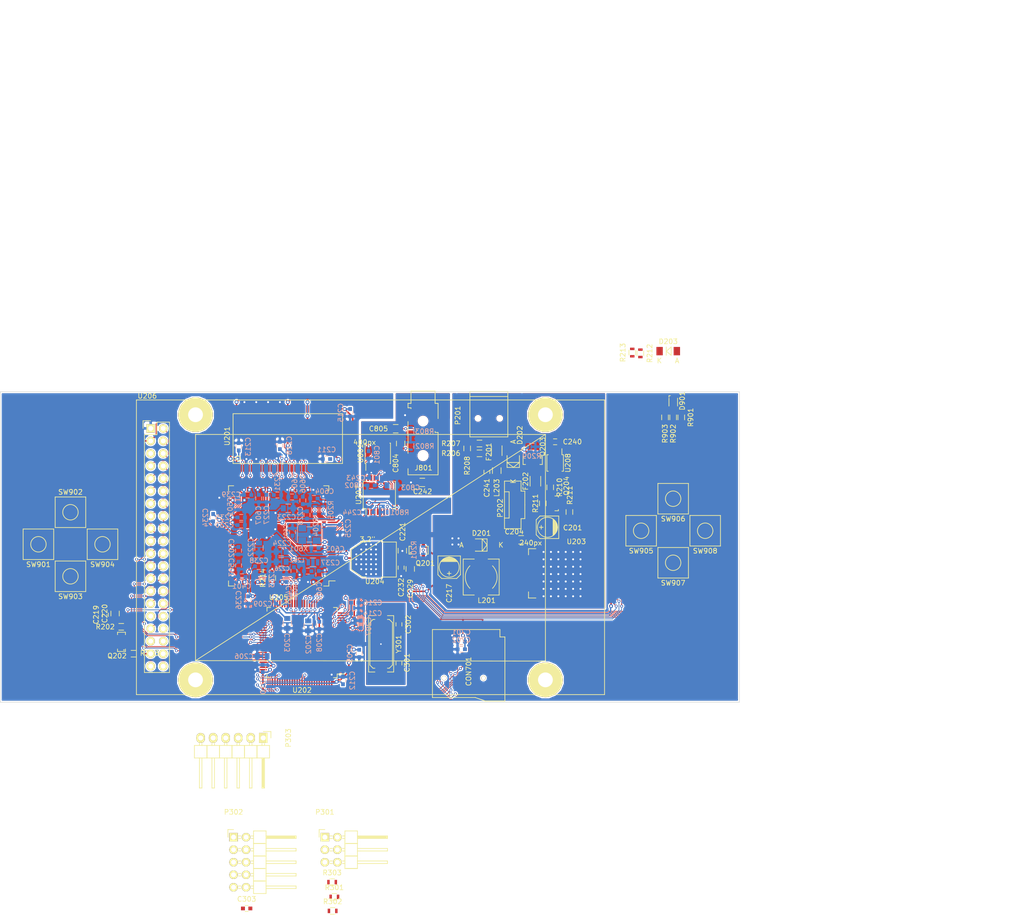
<source format=kicad_pcb>
(kicad_pcb (version 4) (host pcbnew "(2016-02-12 BZR 6554)-stable")

  (general
    (links 486)
    (no_connects 94)
    (area 52.199999 49.949999 202.300001 113.050001)
    (thickness 1.6)
    (drawings 4)
    (tracks 1964)
    (zones 0)
    (modules 130)
    (nets 208)
  )

  (page A4)
  (layers
    (0 F.Cu signal)
    (31 B.Cu signal)
    (32 B.Adhes user)
    (33 F.Adhes user)
    (34 B.Paste user)
    (35 F.Paste user)
    (36 B.SilkS user)
    (37 F.SilkS user)
    (38 B.Mask user)
    (39 F.Mask user)
    (40 Dwgs.User user)
    (41 Cmts.User user)
    (42 Eco1.User user)
    (43 Eco2.User user)
    (44 Edge.Cuts user)
    (45 Margin user)
    (46 B.CrtYd user)
    (47 F.CrtYd user)
    (48 B.Fab user)
    (49 F.Fab user hide)
  )

  (setup
    (last_trace_width 0.3)
    (user_trace_width 0.1524)
    (user_trace_width 0.2)
    (user_trace_width 0.3)
    (user_trace_width 0.4)
    (user_trace_width 0.5)
    (trace_clearance 0.153)
    (zone_clearance 0)
    (zone_45_only no)
    (trace_min 0.1524)
    (segment_width 0.2)
    (edge_width 0.1)
    (via_size 0.6096)
    (via_drill 0.3048)
    (via_min_size 0.6096)
    (via_min_drill 0.3048)
    (user_via 0.6096 0.3048)
    (user_via 0.8 0.4)
    (user_via 1 0.6)
    (uvia_size 0.3048)
    (uvia_drill 0.1)
    (uvias_allowed no)
    (uvia_min_size 0.2)
    (uvia_min_drill 0.1)
    (pcb_text_width 0.3)
    (pcb_text_size 1.5 1.5)
    (mod_edge_width 0.15)
    (mod_text_size 1 1)
    (mod_text_width 0.15)
    (pad_size 3.048 2.032)
    (pad_drill 0)
    (pad_to_mask_clearance 0)
    (aux_axis_origin 0 0)
    (visible_elements FFFFFF7F)
    (pcbplotparams
      (layerselection 0x00030_ffffffff)
      (usegerberextensions false)
      (excludeedgelayer true)
      (linewidth 0.100000)
      (plotframeref false)
      (viasonmask false)
      (mode 1)
      (useauxorigin false)
      (hpglpennumber 1)
      (hpglpenspeed 20)
      (hpglpendiameter 15)
      (psnegative false)
      (psa4output false)
      (plotreference true)
      (plotvalue true)
      (plotinvisibletext false)
      (padsonsilk false)
      (subtractmaskfromsilk false)
      (outputformat 1)
      (mirror false)
      (drillshape 1)
      (scaleselection 1)
      (outputdirectory ""))
  )

  (net 0 "")
  (net 1 VSYS)
  (net 2 GND)
  (net 3 VSTM33)
  (net 4 /powersupply/VCAP1)
  (net 5 /powersupply/VCAP2)
  (net 6 VFPGA33)
  (net 7 +1V2)
  (net 8 VUSB)
  (net 9 /debug/OSCIN)
  (net 10 /debug/OSCOUT)
  (net 11 /audio/DACVREF)
  (net 12 /audio/AOUTL)
  (net 13 /audio/FBL)
  (net 14 /audio/AOUTR)
  (net 15 /audio/FBR)
  (net 16 /FSMC/SDIO_CMD)
  (net 17 /sdcard/SDIO_D3)
  (net 18 /sdcard/SDIO_D2)
  (net 19 /sdcard/SDIO_CLK)
  (net 20 /sdcard/SDIO_D0)
  (net 21 /sdcard/SDIO_D1)
  (net 22 /sdcard/SDCARD_DETECT)
  (net 23 /powersupply/SYS_VOLTAGE)
  (net 24 "Net-(D901-Pad2)")
  (net 25 "Net-(D901-Pad4)")
  (net 26 "Net-(D901-Pad3)")
  (net 27 "Net-(F201-Pad1)")
  (net 28 "Net-(F201-Pad2)")
  (net 29 VBAT)
  (net 30 "Net-(P201-Pad4)")
  (net 31 /powersupply/THERM)
  (net 32 /debug/NRST)
  (net 33 /debug/BOOT0)
  (net 34 /FSMC/BOOT1)
  (net 35 /debug/FTCK)
  (net 36 /debug/FTMS)
  (net 37 /debug/FTDI)
  (net 38 /debug/FTDO)
  (net 39 "Net-(P302-Pad8)")
  (net 40 "Net-(P302-Pad10)")
  (net 41 /debug/JTCK)
  (net 42 /debug/JTMS)
  (net 43 /debug/JTDI)
  (net 44 /FSMC/JTDO)
  (net 45 /FSMC/JRST_N)
  (net 46 /powersupply/FPGA_ENABLE_N)
  (net 47 "Net-(Q202-Pad1)")
  (net 48 /FSMC/BACKLIGHT_EN_N)
  (net 49 /powersupply/CHARGE_ENABLE)
  (net 50 /powersupply/PROG_SWITCHED)
  (net 51 /powersupply/TOE)
  (net 52 /powersupply/CFG0)
  (net 53 /powersupply/CHG_ACTIVE_N)
  (net 54 /powersupply/USB_PRESENT_N)
  (net 55 /powersupply/PROG)
  (net 56 /userif/RGBLED0)
  (net 57 /userif/RGBLED1)
  (net 58 /userif/RGBLED2)
  (net 59 /userif/SW_LEFT)
  (net 60 /userif/SW_UP)
  (net 61 /userif/SW_DOWN)
  (net 62 /userif/SW_RIGHT)
  (net 63 /sdcard/SW_B)
  (net 64 /sdcard/SW_A)
  (net 65 /sdcard/SW_C)
  (net 66 /sdcard/SW_D)
  (net 67 /sdram/DQ0)
  (net 68 /sdram/DQ1)
  (net 69 /sdram/DQ2)
  (net 70 /sdram/DQ3)
  (net 71 /sdram/DQ4)
  (net 72 /sdram/DQ5)
  (net 73 /sdram/DQ6)
  (net 74 /sdram/DQ7)
  (net 75 /sdram/DQML)
  (net 76 /sdram/WE)
  (net 77 /sdram/CAS)
  (net 78 /sdram/RAS)
  (net 79 /sdram/CS)
  (net 80 /sdram/BA0)
  (net 81 /sdram/BA1)
  (net 82 /sdram/A10)
  (net 83 /sdram/A0)
  (net 84 /sdram/A1)
  (net 85 /sdram/A2)
  (net 86 /sdram/A3)
  (net 87 /sdram/A4)
  (net 88 /sdram/A5)
  (net 89 /sdram/A6)
  (net 90 /sdram/A7)
  (net 91 /sdram/A8)
  (net 92 /sdram/A9)
  (net 93 /sdram/A11)
  (net 94 "Net-(U201-Pad36)")
  (net 95 /sdram/CKE)
  (net 96 /sdram/CLK)
  (net 97 /sdram/DQMH)
  (net 98 "Net-(U201-Pad40)")
  (net 99 /sdram/DQ8)
  (net 100 /sdram/DQ9)
  (net 101 /sdram/DQ10)
  (net 102 /sdram/DQ11)
  (net 103 /sdram/DQ12)
  (net 104 /sdram/DQ13)
  (net 105 /sdram/DQ14)
  (net 106 /sdram/DQ15)
  (net 107 /FSMC/A23)
  (net 108 /FSMC/A19)
  (net 109 /FSMC/A20)
  (net 110 /FSMC/A21)
  (net 111 /FSMC/A22)
  (net 112 "Net-(U202-Pad7)")
  (net 113 "Net-(U202-Pad8)")
  (net 114 "Net-(U202-Pad9)")
  (net 115 "Net-(U202-Pad34)")
  (net 116 "Net-(U202-Pad35)")
  (net 117 "Net-(U202-Pad36)")
  (net 118 /FSMC/DA4)
  (net 119 /FSMC/DA5)
  (net 120 /FSMC/DA6)
  (net 121 /FSMC/DA7)
  (net 122 /FSMC/DA8)
  (net 123 /FSMC/DA9)
  (net 124 /FSMC/DA10)
  (net 125 /FSMC/DA11)
  (net 126 /FSMC/DA12)
  (net 127 "Net-(U202-Pad47)")
  (net 128 "Net-(U202-Pad48)")
  (net 129 /FSMC/T_CS)
  (net 130 /FSMC/T_CLK)
  (net 131 /FSMC/T_DOUT)
  (net 132 /FSMC/T_DIN)
  (net 133 /FSMC/DA13)
  (net 134 /FSMC/DA14)
  (net 135 /FSMC/DA15)
  (net 136 /FSMC/A16)
  (net 137 /FSMC/A17)
  (net 138 /FSMC/A18)
  (net 139 /FSMC/DA0)
  (net 140 /FSMC/DA1)
  (net 141 /display/T_BUSY)
  (net 142 /display/T_IRQ)
  (net 143 /FSMC/DA2)
  (net 144 /FSMC/DA3)
  (net 145 /FSMC/CLK)
  (net 146 /FSMC/OE_N)
  (net 147 /FSMC/WE_N)
  (net 148 /FSMC/WAIT_N)
  (net 149 /FSMC/E1_N)
  (net 150 "Net-(U202-Pad91)")
  (net 151 "Net-(U202-Pad92)")
  (net 152 /FSMC/ADV_N)
  (net 153 "Net-(U202-Pad96)")
  (net 154 /FSMC/BL0_N)
  (net 155 /FSMC/BL1_N)
  (net 156 /audio/L3MODE)
  (net 157 /audio/ADATA)
  (net 158 /audio/L3DATA)
  (net 159 /audio/ACLK)
  (net 160 /sdram/CLK_50M)
  (net 161 /audio/AWS)
  (net 162 /audio/ABCK)
  (net 163 /display/DB0)
  (net 164 /display/DB1)
  (net 165 /display/DB2)
  (net 166 /display/RS)
  (net 167 /display/DB3)
  (net 168 /display/WR)
  (net 169 /display/DB4)
  (net 170 /display/RD)
  (net 171 /display/DB5)
  (net 172 /display/DB8)
  (net 173 /display/DB6)
  (net 174 /display/DB9)
  (net 175 /display/DB7)
  (net 176 /display/DB10)
  (net 177 /display/DB11)
  (net 178 /display/DB12)
  (net 179 /display/DB13)
  (net 180 /display/DB14)
  (net 181 /display/DB15)
  (net 182 /display/CS)
  (net 183 /display/RST)
  (net 184 "Net-(U206-Pad5)")
  (net 185 "Net-(U206-Pad30)")
  (net 186 "Net-(U206-Pad31)")
  (net 187 "Net-(U206-Pad32)")
  (net 188 "Net-(U206-Pad34)")
  (net 189 "Net-(U206-Pad35)")
  (net 190 "Net-(U206-Pad36)")
  (net 191 "Net-(U206-Pad38)")
  (net 192 "Net-(U206-Pad39)")
  (net 193 "Net-(U206-Pad40)")
  (net 194 /audio/DACL)
  (net 195 /audio/DACR)
  (net 196 "Net-(U208-Pad4)")
  (net 197 /powersupply/LSout)
  (net 198 /powersupply/SSout)
  (net 199 /powersupply/D-)
  (net 200 /powersupply/D+)
  (net 201 /powersupply/B+)
  (net 202 "Net-(U202-Pad33)")
  (net 203 "Net-(X601-Pad1)")
  (net 204 /audio/APPSEL)
  (net 205 /debug/FRST)
  (net 206 /powersupply/USHLD)
  (net 207 /powersupply/BL)

  (net_class Default "This is the default net class."
    (clearance 0.153)
    (trace_width 0.1524)
    (via_dia 0.6096)
    (via_drill 0.3048)
    (uvia_dia 0.3048)
    (uvia_drill 0.1)
    (add_net +1V2)
    (add_net /FSMC/A16)
    (add_net /FSMC/A17)
    (add_net /FSMC/A18)
    (add_net /FSMC/A19)
    (add_net /FSMC/A20)
    (add_net /FSMC/A21)
    (add_net /FSMC/A22)
    (add_net /FSMC/A23)
    (add_net /FSMC/ADV_N)
    (add_net /FSMC/BACKLIGHT_EN_N)
    (add_net /FSMC/BL0_N)
    (add_net /FSMC/BL1_N)
    (add_net /FSMC/BOOT1)
    (add_net /FSMC/CLK)
    (add_net /FSMC/DA0)
    (add_net /FSMC/DA1)
    (add_net /FSMC/DA10)
    (add_net /FSMC/DA11)
    (add_net /FSMC/DA12)
    (add_net /FSMC/DA13)
    (add_net /FSMC/DA14)
    (add_net /FSMC/DA15)
    (add_net /FSMC/DA2)
    (add_net /FSMC/DA3)
    (add_net /FSMC/DA4)
    (add_net /FSMC/DA5)
    (add_net /FSMC/DA6)
    (add_net /FSMC/DA7)
    (add_net /FSMC/DA8)
    (add_net /FSMC/DA9)
    (add_net /FSMC/E1_N)
    (add_net /FSMC/JRST_N)
    (add_net /FSMC/JTDO)
    (add_net /FSMC/OE_N)
    (add_net /FSMC/SDIO_CMD)
    (add_net /FSMC/T_CLK)
    (add_net /FSMC/T_CS)
    (add_net /FSMC/T_DIN)
    (add_net /FSMC/T_DOUT)
    (add_net /FSMC/WAIT_N)
    (add_net /FSMC/WE_N)
    (add_net /audio/ABCK)
    (add_net /audio/ACLK)
    (add_net /audio/ADATA)
    (add_net /audio/AOUTL)
    (add_net /audio/AOUTR)
    (add_net /audio/APPSEL)
    (add_net /audio/AWS)
    (add_net /audio/DACL)
    (add_net /audio/DACR)
    (add_net /audio/DACVREF)
    (add_net /audio/FBL)
    (add_net /audio/FBR)
    (add_net /audio/L3DATA)
    (add_net /audio/L3MODE)
    (add_net /debug/BOOT0)
    (add_net /debug/FRST)
    (add_net /debug/FTCK)
    (add_net /debug/FTDI)
    (add_net /debug/FTDO)
    (add_net /debug/FTMS)
    (add_net /debug/JTCK)
    (add_net /debug/JTDI)
    (add_net /debug/JTMS)
    (add_net /debug/NRST)
    (add_net /debug/OSCIN)
    (add_net /debug/OSCOUT)
    (add_net /display/CS)
    (add_net /display/DB0)
    (add_net /display/DB1)
    (add_net /display/DB10)
    (add_net /display/DB11)
    (add_net /display/DB12)
    (add_net /display/DB13)
    (add_net /display/DB14)
    (add_net /display/DB15)
    (add_net /display/DB2)
    (add_net /display/DB3)
    (add_net /display/DB4)
    (add_net /display/DB5)
    (add_net /display/DB6)
    (add_net /display/DB7)
    (add_net /display/DB8)
    (add_net /display/DB9)
    (add_net /display/RD)
    (add_net /display/RS)
    (add_net /display/RST)
    (add_net /display/T_BUSY)
    (add_net /display/T_IRQ)
    (add_net /display/WR)
    (add_net /powersupply/B+)
    (add_net /powersupply/BL)
    (add_net /powersupply/CFG0)
    (add_net /powersupply/CHARGE_ENABLE)
    (add_net /powersupply/CHG_ACTIVE_N)
    (add_net /powersupply/D+)
    (add_net /powersupply/D-)
    (add_net /powersupply/FPGA_ENABLE_N)
    (add_net /powersupply/LSout)
    (add_net /powersupply/PROG)
    (add_net /powersupply/PROG_SWITCHED)
    (add_net /powersupply/SSout)
    (add_net /powersupply/SYS_VOLTAGE)
    (add_net /powersupply/THERM)
    (add_net /powersupply/TOE)
    (add_net /powersupply/USB_PRESENT_N)
    (add_net /powersupply/USHLD)
    (add_net /powersupply/VCAP1)
    (add_net /powersupply/VCAP2)
    (add_net /sdcard/SDCARD_DETECT)
    (add_net /sdcard/SDIO_CLK)
    (add_net /sdcard/SDIO_D0)
    (add_net /sdcard/SDIO_D1)
    (add_net /sdcard/SDIO_D2)
    (add_net /sdcard/SDIO_D3)
    (add_net /sdcard/SW_A)
    (add_net /sdcard/SW_B)
    (add_net /sdcard/SW_C)
    (add_net /sdcard/SW_D)
    (add_net /sdram/A0)
    (add_net /sdram/A1)
    (add_net /sdram/A10)
    (add_net /sdram/A11)
    (add_net /sdram/A2)
    (add_net /sdram/A3)
    (add_net /sdram/A4)
    (add_net /sdram/A5)
    (add_net /sdram/A6)
    (add_net /sdram/A7)
    (add_net /sdram/A8)
    (add_net /sdram/A9)
    (add_net /sdram/BA0)
    (add_net /sdram/BA1)
    (add_net /sdram/CAS)
    (add_net /sdram/CKE)
    (add_net /sdram/CLK)
    (add_net /sdram/CLK_50M)
    (add_net /sdram/CS)
    (add_net /sdram/DQ0)
    (add_net /sdram/DQ1)
    (add_net /sdram/DQ10)
    (add_net /sdram/DQ11)
    (add_net /sdram/DQ12)
    (add_net /sdram/DQ13)
    (add_net /sdram/DQ14)
    (add_net /sdram/DQ15)
    (add_net /sdram/DQ2)
    (add_net /sdram/DQ3)
    (add_net /sdram/DQ4)
    (add_net /sdram/DQ5)
    (add_net /sdram/DQ6)
    (add_net /sdram/DQ7)
    (add_net /sdram/DQ8)
    (add_net /sdram/DQ9)
    (add_net /sdram/DQMH)
    (add_net /sdram/DQML)
    (add_net /sdram/RAS)
    (add_net /sdram/WE)
    (add_net /userif/RGBLED0)
    (add_net /userif/RGBLED1)
    (add_net /userif/RGBLED2)
    (add_net /userif/SW_DOWN)
    (add_net /userif/SW_LEFT)
    (add_net /userif/SW_RIGHT)
    (add_net /userif/SW_UP)
    (add_net GND)
    (add_net "Net-(D901-Pad2)")
    (add_net "Net-(D901-Pad3)")
    (add_net "Net-(D901-Pad4)")
    (add_net "Net-(F201-Pad1)")
    (add_net "Net-(F201-Pad2)")
    (add_net "Net-(P201-Pad4)")
    (add_net "Net-(P302-Pad10)")
    (add_net "Net-(P302-Pad8)")
    (add_net "Net-(Q202-Pad1)")
    (add_net "Net-(U201-Pad36)")
    (add_net "Net-(U201-Pad40)")
    (add_net "Net-(U202-Pad33)")
    (add_net "Net-(U202-Pad34)")
    (add_net "Net-(U202-Pad35)")
    (add_net "Net-(U202-Pad36)")
    (add_net "Net-(U202-Pad47)")
    (add_net "Net-(U202-Pad48)")
    (add_net "Net-(U202-Pad7)")
    (add_net "Net-(U202-Pad8)")
    (add_net "Net-(U202-Pad9)")
    (add_net "Net-(U202-Pad91)")
    (add_net "Net-(U202-Pad92)")
    (add_net "Net-(U202-Pad96)")
    (add_net "Net-(U206-Pad30)")
    (add_net "Net-(U206-Pad31)")
    (add_net "Net-(U206-Pad32)")
    (add_net "Net-(U206-Pad34)")
    (add_net "Net-(U206-Pad35)")
    (add_net "Net-(U206-Pad36)")
    (add_net "Net-(U206-Pad38)")
    (add_net "Net-(U206-Pad39)")
    (add_net "Net-(U206-Pad40)")
    (add_net "Net-(U206-Pad5)")
    (add_net "Net-(U208-Pad4)")
    (add_net "Net-(X601-Pad1)")
    (add_net VBAT)
    (add_net VFPGA33)
    (add_net VSTM33)
    (add_net VSYS)
    (add_net VUSB)
  )

  (module Capacitors_SMD:c_elec_4x4.5 (layer F.Cu) (tedit 55725C01) (tstamp 56D850F1)
    (at 163.3 77.5 180)
    (descr "SMT capacitor, aluminium electrolytic, 4x4.5")
    (path /563244F7/56C2EA4B)
    (attr smd)
    (fp_text reference C201 (at -5.1 -0.1 180) (layer F.SilkS)
      (effects (font (size 1 1) (thickness 0.15)))
    )
    (fp_text value 220u (at 0 3.175 180) (layer F.Fab)
      (effects (font (size 1 1) (thickness 0.15)))
    )
    (fp_line (start -3.35 2.65) (end 3.35 2.65) (layer F.CrtYd) (width 0.05))
    (fp_line (start 3.35 -2.65) (end -3.35 -2.65) (layer F.CrtYd) (width 0.05))
    (fp_line (start -3.35 -2.65) (end -3.35 2.65) (layer F.CrtYd) (width 0.05))
    (fp_line (start 3.35 2.65) (end 3.35 -2.65) (layer F.CrtYd) (width 0.05))
    (fp_line (start 1.651 0) (end 0.889 0) (layer F.SilkS) (width 0.15))
    (fp_line (start 1.27 -0.381) (end 1.27 0.381) (layer F.SilkS) (width 0.15))
    (fp_line (start 1.524 2.286) (end -2.286 2.286) (layer F.SilkS) (width 0.15))
    (fp_line (start 2.286 -1.524) (end 2.286 1.524) (layer F.SilkS) (width 0.15))
    (fp_line (start 1.524 2.286) (end 2.286 1.524) (layer F.SilkS) (width 0.15))
    (fp_line (start 1.524 -2.286) (end -2.286 -2.286) (layer F.SilkS) (width 0.15))
    (fp_line (start 1.524 -2.286) (end 2.286 -1.524) (layer F.SilkS) (width 0.15))
    (fp_line (start -2.032 0.127) (end -2.032 -0.127) (layer F.SilkS) (width 0.15))
    (fp_line (start -1.905 -0.635) (end -1.905 0.635) (layer F.SilkS) (width 0.15))
    (fp_line (start -1.778 0.889) (end -1.778 -0.889) (layer F.SilkS) (width 0.15))
    (fp_line (start -1.651 1.143) (end -1.651 -1.143) (layer F.SilkS) (width 0.15))
    (fp_line (start -1.524 -1.27) (end -1.524 1.27) (layer F.SilkS) (width 0.15))
    (fp_line (start -1.397 1.397) (end -1.397 -1.397) (layer F.SilkS) (width 0.15))
    (fp_line (start -1.27 -1.524) (end -1.27 1.524) (layer F.SilkS) (width 0.15))
    (fp_line (start -1.143 -1.651) (end -1.143 1.651) (layer F.SilkS) (width 0.15))
    (fp_line (start -2.286 -2.286) (end -2.286 2.286) (layer F.SilkS) (width 0.15))
    (fp_circle (center 0 0) (end -2.032 0) (layer F.SilkS) (width 0.15))
    (pad 1 smd rect (at 1.80086 0 180) (size 2.60096 1.6002) (layers F.Cu F.Paste F.Mask)
      (net 1 VSYS))
    (pad 2 smd rect (at -1.80086 0 180) (size 2.60096 1.6002) (layers F.Cu F.Paste F.Mask)
      (net 2 GND))
    (model Capacitors_SMD.3dshapes/c_elec_4x4.5.wrl
      (at (xyz 0 0 0))
      (scale (xyz 1 1 1))
      (rotate (xyz 0 0 0))
    )
  )

  (module Capacitors_SMD:C_0805 (layer B.Cu) (tedit 5415D6EA) (tstamp 56D850FD)
    (at 114.75 97.5 270)
    (descr "Capacitor SMD 0805, reflow soldering, AVX (see smccp.pdf)")
    (tags "capacitor 0805")
    (path /563244F7/56C52C65)
    (attr smd)
    (fp_text reference C202 (at 3.8 -0.05 270) (layer B.SilkS)
      (effects (font (size 1 1) (thickness 0.15)) (justify mirror))
    )
    (fp_text value 10u (at 0 -2.1 270) (layer B.Fab)
      (effects (font (size 1 1) (thickness 0.15)) (justify mirror))
    )
    (fp_line (start -1.8 1) (end 1.8 1) (layer B.CrtYd) (width 0.05))
    (fp_line (start -1.8 -1) (end 1.8 -1) (layer B.CrtYd) (width 0.05))
    (fp_line (start -1.8 1) (end -1.8 -1) (layer B.CrtYd) (width 0.05))
    (fp_line (start 1.8 1) (end 1.8 -1) (layer B.CrtYd) (width 0.05))
    (fp_line (start 0.5 0.85) (end -0.5 0.85) (layer B.SilkS) (width 0.15))
    (fp_line (start -0.5 -0.85) (end 0.5 -0.85) (layer B.SilkS) (width 0.15))
    (pad 1 smd rect (at -1 0 270) (size 1 1.25) (layers B.Cu B.Paste B.Mask)
      (net 3 VSTM33))
    (pad 2 smd rect (at 1 0 270) (size 1 1.25) (layers B.Cu B.Paste B.Mask)
      (net 2 GND))
    (model Capacitors_SMD.3dshapes/C_0805.wrl
      (at (xyz 0 0 0))
      (scale (xyz 1 1 1))
      (rotate (xyz 0 0 0))
    )
  )

  (module Capacitors_SMD:C_0805 (layer B.Cu) (tedit 5415D6EA) (tstamp 56D85109)
    (at 110.5 97 270)
    (descr "Capacitor SMD 0805, reflow soldering, AVX (see smccp.pdf)")
    (tags "capacitor 0805")
    (path /563244F7/56C5D114)
    (attr smd)
    (fp_text reference C203 (at 3.9 0 270) (layer B.SilkS)
      (effects (font (size 1 1) (thickness 0.15)) (justify mirror))
    )
    (fp_text value 2.2u (at 0 -2.1 270) (layer B.Fab)
      (effects (font (size 1 1) (thickness 0.15)) (justify mirror))
    )
    (fp_line (start -1.8 1) (end 1.8 1) (layer B.CrtYd) (width 0.05))
    (fp_line (start -1.8 -1) (end 1.8 -1) (layer B.CrtYd) (width 0.05))
    (fp_line (start -1.8 1) (end -1.8 -1) (layer B.CrtYd) (width 0.05))
    (fp_line (start 1.8 1) (end 1.8 -1) (layer B.CrtYd) (width 0.05))
    (fp_line (start 0.5 0.85) (end -0.5 0.85) (layer B.SilkS) (width 0.15))
    (fp_line (start -0.5 -0.85) (end 0.5 -0.85) (layer B.SilkS) (width 0.15))
    (pad 1 smd rect (at -1 0 270) (size 1 1.25) (layers B.Cu B.Paste B.Mask)
      (net 4 /powersupply/VCAP1))
    (pad 2 smd rect (at 1 0 270) (size 1 1.25) (layers B.Cu B.Paste B.Mask)
      (net 2 GND))
    (model Capacitors_SMD.3dshapes/C_0805.wrl
      (at (xyz 0 0 0))
      (scale (xyz 1 1 1))
      (rotate (xyz 0 0 0))
    )
  )

  (module Capacitors_SMD:C_0805 (layer F.Cu) (tedit 5415D6EA) (tstamp 56D85115)
    (at 157.95 80.05)
    (descr "Capacitor SMD 0805, reflow soldering, AVX (see smccp.pdf)")
    (tags "capacitor 0805")
    (path /563244F7/56324973)
    (attr smd)
    (fp_text reference C204 (at -1.4 -1.65) (layer F.SilkS)
      (effects (font (size 1 1) (thickness 0.15)))
    )
    (fp_text value 10u (at 0 2.1) (layer F.Fab)
      (effects (font (size 1 1) (thickness 0.15)))
    )
    (fp_line (start -1.8 -1) (end 1.8 -1) (layer F.CrtYd) (width 0.05))
    (fp_line (start -1.8 1) (end 1.8 1) (layer F.CrtYd) (width 0.05))
    (fp_line (start -1.8 -1) (end -1.8 1) (layer F.CrtYd) (width 0.05))
    (fp_line (start 1.8 -1) (end 1.8 1) (layer F.CrtYd) (width 0.05))
    (fp_line (start 0.5 -0.85) (end -0.5 -0.85) (layer F.SilkS) (width 0.15))
    (fp_line (start -0.5 0.85) (end 0.5 0.85) (layer F.SilkS) (width 0.15))
    (pad 1 smd rect (at -1 0) (size 1 1.25) (layers F.Cu F.Paste F.Mask)
      (net 1 VSYS))
    (pad 2 smd rect (at 1 0) (size 1 1.25) (layers F.Cu F.Paste F.Mask)
      (net 2 GND))
    (model Capacitors_SMD.3dshapes/C_0805.wrl
      (at (xyz 0 0 0))
      (scale (xyz 1 1 1))
      (rotate (xyz 0 0 0))
    )
  )

  (module Capacitors_SMD:C_0603 (layer B.Cu) (tedit 5415D631) (tstamp 56D85121)
    (at 125.1 103.1 270)
    (descr "Capacitor SMD 0603, reflow soldering, AVX (see smccp.pdf)")
    (tags "capacitor 0603")
    (path /563244F7/56C50D95)
    (attr smd)
    (fp_text reference C205 (at 0 1.9 270) (layer B.SilkS)
      (effects (font (size 1 1) (thickness 0.15)) (justify mirror))
    )
    (fp_text value 100n (at 0 -1.9 270) (layer B.Fab)
      (effects (font (size 1 1) (thickness 0.15)) (justify mirror))
    )
    (fp_line (start -1.45 0.75) (end 1.45 0.75) (layer B.CrtYd) (width 0.05))
    (fp_line (start -1.45 -0.75) (end 1.45 -0.75) (layer B.CrtYd) (width 0.05))
    (fp_line (start -1.45 0.75) (end -1.45 -0.75) (layer B.CrtYd) (width 0.05))
    (fp_line (start 1.45 0.75) (end 1.45 -0.75) (layer B.CrtYd) (width 0.05))
    (fp_line (start -0.35 0.6) (end 0.35 0.6) (layer B.SilkS) (width 0.15))
    (fp_line (start 0.35 -0.6) (end -0.35 -0.6) (layer B.SilkS) (width 0.15))
    (pad 1 smd rect (at -0.75 0 270) (size 0.8 0.75) (layers B.Cu B.Paste B.Mask)
      (net 3 VSTM33))
    (pad 2 smd rect (at 0.75 0 270) (size 0.8 0.75) (layers B.Cu B.Paste B.Mask)
      (net 2 GND))
    (model Capacitors_SMD.3dshapes/C_0603.wrl
      (at (xyz 0 0 0))
      (scale (xyz 1 1 1))
      (rotate (xyz 0 0 0))
    )
  )

  (module Capacitors_SMD:C_0805 (layer B.Cu) (tedit 5415D6EA) (tstamp 56D8512D)
    (at 105.4 103.65 180)
    (descr "Capacitor SMD 0805, reflow soldering, AVX (see smccp.pdf)")
    (tags "capacitor 0805")
    (path /563244F7/56C5C319)
    (attr smd)
    (fp_text reference C206 (at 3.7 -0.05 180) (layer B.SilkS)
      (effects (font (size 1 1) (thickness 0.15)) (justify mirror))
    )
    (fp_text value 2.2u (at 0 -2.1 180) (layer B.Fab)
      (effects (font (size 1 1) (thickness 0.15)) (justify mirror))
    )
    (fp_line (start -1.8 1) (end 1.8 1) (layer B.CrtYd) (width 0.05))
    (fp_line (start -1.8 -1) (end 1.8 -1) (layer B.CrtYd) (width 0.05))
    (fp_line (start -1.8 1) (end -1.8 -1) (layer B.CrtYd) (width 0.05))
    (fp_line (start 1.8 1) (end 1.8 -1) (layer B.CrtYd) (width 0.05))
    (fp_line (start 0.5 0.85) (end -0.5 0.85) (layer B.SilkS) (width 0.15))
    (fp_line (start -0.5 -0.85) (end 0.5 -0.85) (layer B.SilkS) (width 0.15))
    (pad 1 smd rect (at -1 0 180) (size 1 1.25) (layers B.Cu B.Paste B.Mask)
      (net 5 /powersupply/VCAP2))
    (pad 2 smd rect (at 1 0 180) (size 1 1.25) (layers B.Cu B.Paste B.Mask)
      (net 2 GND))
    (model Capacitors_SMD.3dshapes/C_0805.wrl
      (at (xyz 0 0 0))
      (scale (xyz 1 1 1))
      (rotate (xyz 0 0 0))
    )
  )

  (module Capacitors_SMD:C_0603 (layer B.Cu) (tedit 5415D631) (tstamp 56D85139)
    (at 125.4 97.2 90)
    (descr "Capacitor SMD 0603, reflow soldering, AVX (see smccp.pdf)")
    (tags "capacitor 0603")
    (path /563244F7/56C5067D)
    (attr smd)
    (fp_text reference C207 (at -0.4 1.6 90) (layer B.SilkS)
      (effects (font (size 1 1) (thickness 0.15)) (justify mirror))
    )
    (fp_text value 100n (at 0 -1.9 90) (layer B.Fab)
      (effects (font (size 1 1) (thickness 0.15)) (justify mirror))
    )
    (fp_line (start -1.45 0.75) (end 1.45 0.75) (layer B.CrtYd) (width 0.05))
    (fp_line (start -1.45 -0.75) (end 1.45 -0.75) (layer B.CrtYd) (width 0.05))
    (fp_line (start -1.45 0.75) (end -1.45 -0.75) (layer B.CrtYd) (width 0.05))
    (fp_line (start 1.45 0.75) (end 1.45 -0.75) (layer B.CrtYd) (width 0.05))
    (fp_line (start -0.35 0.6) (end 0.35 0.6) (layer B.SilkS) (width 0.15))
    (fp_line (start 0.35 -0.6) (end -0.35 -0.6) (layer B.SilkS) (width 0.15))
    (pad 1 smd rect (at -0.75 0 90) (size 0.8 0.75) (layers B.Cu B.Paste B.Mask)
      (net 3 VSTM33))
    (pad 2 smd rect (at 0.75 0 90) (size 0.8 0.75) (layers B.Cu B.Paste B.Mask)
      (net 2 GND))
    (model Capacitors_SMD.3dshapes/C_0603.wrl
      (at (xyz 0 0 0))
      (scale (xyz 1 1 1))
      (rotate (xyz 0 0 0))
    )
  )

  (module Capacitors_SMD:C_0603 (layer B.Cu) (tedit 5415D631) (tstamp 56D85145)
    (at 117 97.4 270)
    (descr "Capacitor SMD 0603, reflow soldering, AVX (see smccp.pdf)")
    (tags "capacitor 0603")
    (path /563244F7/56C50683)
    (attr smd)
    (fp_text reference C208 (at 3.5 0 270) (layer B.SilkS)
      (effects (font (size 1 1) (thickness 0.15)) (justify mirror))
    )
    (fp_text value 100n (at 0 -1.9 270) (layer B.Fab)
      (effects (font (size 1 1) (thickness 0.15)) (justify mirror))
    )
    (fp_line (start -1.45 0.75) (end 1.45 0.75) (layer B.CrtYd) (width 0.05))
    (fp_line (start -1.45 -0.75) (end 1.45 -0.75) (layer B.CrtYd) (width 0.05))
    (fp_line (start -1.45 0.75) (end -1.45 -0.75) (layer B.CrtYd) (width 0.05))
    (fp_line (start 1.45 0.75) (end 1.45 -0.75) (layer B.CrtYd) (width 0.05))
    (fp_line (start -0.35 0.6) (end 0.35 0.6) (layer B.SilkS) (width 0.15))
    (fp_line (start 0.35 -0.6) (end -0.35 -0.6) (layer B.SilkS) (width 0.15))
    (pad 1 smd rect (at -0.75 0 270) (size 0.8 0.75) (layers B.Cu B.Paste B.Mask)
      (net 3 VSTM33))
    (pad 2 smd rect (at 0.75 0 270) (size 0.8 0.75) (layers B.Cu B.Paste B.Mask)
      (net 2 GND))
    (model Capacitors_SMD.3dshapes/C_0603.wrl
      (at (xyz 0 0 0))
      (scale (xyz 1 1 1))
      (rotate (xyz 0 0 0))
    )
  )

  (module Capacitors_SMD:C_0603 (layer B.Cu) (tedit 5415D631) (tstamp 56D85151)
    (at 108.95 93)
    (descr "Capacitor SMD 0603, reflow soldering, AVX (see smccp.pdf)")
    (tags "capacitor 0603")
    (path /563244F7/56C50689)
    (attr smd)
    (fp_text reference C209 (at -3.4 0.05) (layer B.SilkS)
      (effects (font (size 1 1) (thickness 0.15)) (justify mirror))
    )
    (fp_text value 100n (at 0 -1.9) (layer B.Fab)
      (effects (font (size 1 1) (thickness 0.15)) (justify mirror))
    )
    (fp_line (start -1.45 0.75) (end 1.45 0.75) (layer B.CrtYd) (width 0.05))
    (fp_line (start -1.45 -0.75) (end 1.45 -0.75) (layer B.CrtYd) (width 0.05))
    (fp_line (start -1.45 0.75) (end -1.45 -0.75) (layer B.CrtYd) (width 0.05))
    (fp_line (start 1.45 0.75) (end 1.45 -0.75) (layer B.CrtYd) (width 0.05))
    (fp_line (start -0.35 0.6) (end 0.35 0.6) (layer B.SilkS) (width 0.15))
    (fp_line (start 0.35 -0.6) (end -0.35 -0.6) (layer B.SilkS) (width 0.15))
    (pad 1 smd rect (at -0.75 0) (size 0.8 0.75) (layers B.Cu B.Paste B.Mask)
      (net 3 VSTM33))
    (pad 2 smd rect (at 0.75 0) (size 0.8 0.75) (layers B.Cu B.Paste B.Mask)
      (net 2 GND))
    (model Capacitors_SMD.3dshapes/C_0603.wrl
      (at (xyz 0 0 0))
      (scale (xyz 1 1 1))
      (rotate (xyz 0 0 0))
    )
  )

  (module Capacitors_SMD:C_0603 (layer B.Cu) (tedit 5415D631) (tstamp 56D8515D)
    (at 105.5 106.15 90)
    (descr "Capacitor SMD 0603, reflow soldering, AVX (see smccp.pdf)")
    (tags "capacitor 0603")
    (path /563244F7/56C5068F)
    (attr smd)
    (fp_text reference C210 (at -3.35 0.1 90) (layer B.SilkS)
      (effects (font (size 1 1) (thickness 0.15)) (justify mirror))
    )
    (fp_text value 100n (at 0 -1.9 90) (layer B.Fab)
      (effects (font (size 1 1) (thickness 0.15)) (justify mirror))
    )
    (fp_line (start -1.45 0.75) (end 1.45 0.75) (layer B.CrtYd) (width 0.05))
    (fp_line (start -1.45 -0.75) (end 1.45 -0.75) (layer B.CrtYd) (width 0.05))
    (fp_line (start -1.45 0.75) (end -1.45 -0.75) (layer B.CrtYd) (width 0.05))
    (fp_line (start 1.45 0.75) (end 1.45 -0.75) (layer B.CrtYd) (width 0.05))
    (fp_line (start -0.35 0.6) (end 0.35 0.6) (layer B.SilkS) (width 0.15))
    (fp_line (start 0.35 -0.6) (end -0.35 -0.6) (layer B.SilkS) (width 0.15))
    (pad 1 smd rect (at -0.75 0 90) (size 0.8 0.75) (layers B.Cu B.Paste B.Mask)
      (net 3 VSTM33))
    (pad 2 smd rect (at 0.75 0 90) (size 0.8 0.75) (layers B.Cu B.Paste B.Mask)
      (net 2 GND))
    (model Capacitors_SMD.3dshapes/C_0603.wrl
      (at (xyz 0 0 0))
      (scale (xyz 1 1 1))
      (rotate (xyz 0 0 0))
    )
  )

  (module Capacitors_SMD:C_0603 (layer B.Cu) (tedit 5415D631) (tstamp 56D85169)
    (at 118.45 63.65 180)
    (descr "Capacitor SMD 0603, reflow soldering, AVX (see smccp.pdf)")
    (tags "capacitor 0603")
    (path /563244F7/56C786E8)
    (attr smd)
    (fp_text reference C211 (at 0 1.9 180) (layer B.SilkS)
      (effects (font (size 1 1) (thickness 0.15)) (justify mirror))
    )
    (fp_text value 100n (at 0 -1.9 180) (layer B.Fab)
      (effects (font (size 1 1) (thickness 0.15)) (justify mirror))
    )
    (fp_line (start -1.45 0.75) (end 1.45 0.75) (layer B.CrtYd) (width 0.05))
    (fp_line (start -1.45 -0.75) (end 1.45 -0.75) (layer B.CrtYd) (width 0.05))
    (fp_line (start -1.45 0.75) (end -1.45 -0.75) (layer B.CrtYd) (width 0.05))
    (fp_line (start 1.45 0.75) (end 1.45 -0.75) (layer B.CrtYd) (width 0.05))
    (fp_line (start -0.35 0.6) (end 0.35 0.6) (layer B.SilkS) (width 0.15))
    (fp_line (start 0.35 -0.6) (end -0.35 -0.6) (layer B.SilkS) (width 0.15))
    (pad 1 smd rect (at -0.75 0 180) (size 0.8 0.75) (layers B.Cu B.Paste B.Mask)
      (net 6 VFPGA33))
    (pad 2 smd rect (at 0.75 0 180) (size 0.8 0.75) (layers B.Cu B.Paste B.Mask)
      (net 2 GND))
    (model Capacitors_SMD.3dshapes/C_0603.wrl
      (at (xyz 0 0 0))
      (scale (xyz 1 1 1))
      (rotate (xyz 0 0 0))
    )
  )

  (module Capacitors_SMD:C_0603 (layer B.Cu) (tedit 5415D631) (tstamp 56D85175)
    (at 121.8 108.6 90)
    (descr "Capacitor SMD 0603, reflow soldering, AVX (see smccp.pdf)")
    (tags "capacitor 0603")
    (path /563244F7/56C50695)
    (attr smd)
    (fp_text reference C212 (at 0 1.9 90) (layer B.SilkS)
      (effects (font (size 1 1) (thickness 0.15)) (justify mirror))
    )
    (fp_text value 100n (at 0 -1.9 90) (layer B.Fab)
      (effects (font (size 1 1) (thickness 0.15)) (justify mirror))
    )
    (fp_line (start -1.45 0.75) (end 1.45 0.75) (layer B.CrtYd) (width 0.05))
    (fp_line (start -1.45 -0.75) (end 1.45 -0.75) (layer B.CrtYd) (width 0.05))
    (fp_line (start -1.45 0.75) (end -1.45 -0.75) (layer B.CrtYd) (width 0.05))
    (fp_line (start 1.45 0.75) (end 1.45 -0.75) (layer B.CrtYd) (width 0.05))
    (fp_line (start -0.35 0.6) (end 0.35 0.6) (layer B.SilkS) (width 0.15))
    (fp_line (start 0.35 -0.6) (end -0.35 -0.6) (layer B.SilkS) (width 0.15))
    (pad 1 smd rect (at -0.75 0 90) (size 0.8 0.75) (layers B.Cu B.Paste B.Mask)
      (net 3 VSTM33))
    (pad 2 smd rect (at 0.75 0 90) (size 0.8 0.75) (layers B.Cu B.Paste B.Mask)
      (net 2 GND))
    (model Capacitors_SMD.3dshapes/C_0603.wrl
      (at (xyz 0 0 0))
      (scale (xyz 1 1 1))
      (rotate (xyz 0 0 0))
    )
  )

  (module Capacitors_SMD:C_0603 (layer B.Cu) (tedit 5415D631) (tstamp 56D85181)
    (at 100.65 61.15 90)
    (descr "Capacitor SMD 0603, reflow soldering, AVX (see smccp.pdf)")
    (tags "capacitor 0603")
    (path /563244F7/56C786EE)
    (attr smd)
    (fp_text reference C213 (at 0 1.9 90) (layer B.SilkS)
      (effects (font (size 1 1) (thickness 0.15)) (justify mirror))
    )
    (fp_text value 100n (at 0 -1.9 90) (layer B.Fab)
      (effects (font (size 1 1) (thickness 0.15)) (justify mirror))
    )
    (fp_line (start -1.45 0.75) (end 1.45 0.75) (layer B.CrtYd) (width 0.05))
    (fp_line (start -1.45 -0.75) (end 1.45 -0.75) (layer B.CrtYd) (width 0.05))
    (fp_line (start -1.45 0.75) (end -1.45 -0.75) (layer B.CrtYd) (width 0.05))
    (fp_line (start 1.45 0.75) (end 1.45 -0.75) (layer B.CrtYd) (width 0.05))
    (fp_line (start -0.35 0.6) (end 0.35 0.6) (layer B.SilkS) (width 0.15))
    (fp_line (start 0.35 -0.6) (end -0.35 -0.6) (layer B.SilkS) (width 0.15))
    (pad 1 smd rect (at -0.75 0 90) (size 0.8 0.75) (layers B.Cu B.Paste B.Mask)
      (net 6 VFPGA33))
    (pad 2 smd rect (at 0.75 0 90) (size 0.8 0.75) (layers B.Cu B.Paste B.Mask)
      (net 2 GND))
    (model Capacitors_SMD.3dshapes/C_0603.wrl
      (at (xyz 0 0 0))
      (scale (xyz 1 1 1))
      (rotate (xyz 0 0 0))
    )
  )

  (module Capacitors_SMD:C_0603 (layer B.Cu) (tedit 5415D631) (tstamp 56D8518D)
    (at 124.2 95)
    (descr "Capacitor SMD 0603, reflow soldering, AVX (see smccp.pdf)")
    (tags "capacitor 0603")
    (path /563244F7/56C5069B)
    (attr smd)
    (fp_text reference C214 (at 3.6 -0.05) (layer B.SilkS)
      (effects (font (size 1 1) (thickness 0.15)) (justify mirror))
    )
    (fp_text value 100n (at 0 -1.9) (layer B.Fab)
      (effects (font (size 1 1) (thickness 0.15)) (justify mirror))
    )
    (fp_line (start -1.45 0.75) (end 1.45 0.75) (layer B.CrtYd) (width 0.05))
    (fp_line (start -1.45 -0.75) (end 1.45 -0.75) (layer B.CrtYd) (width 0.05))
    (fp_line (start -1.45 0.75) (end -1.45 -0.75) (layer B.CrtYd) (width 0.05))
    (fp_line (start 1.45 0.75) (end 1.45 -0.75) (layer B.CrtYd) (width 0.05))
    (fp_line (start -0.35 0.6) (end 0.35 0.6) (layer B.SilkS) (width 0.15))
    (fp_line (start 0.35 -0.6) (end -0.35 -0.6) (layer B.SilkS) (width 0.15))
    (pad 1 smd rect (at -0.75 0) (size 0.8 0.75) (layers B.Cu B.Paste B.Mask)
      (net 3 VSTM33))
    (pad 2 smd rect (at 0.75 0) (size 0.8 0.75) (layers B.Cu B.Paste B.Mask)
      (net 2 GND))
    (model Capacitors_SMD.3dshapes/C_0603.wrl
      (at (xyz 0 0 0))
      (scale (xyz 1 1 1))
      (rotate (xyz 0 0 0))
    )
  )

  (module Capacitors_SMD:C_0603 (layer B.Cu) (tedit 5415D631) (tstamp 56D85199)
    (at 123.25 54.25 270)
    (descr "Capacitor SMD 0603, reflow soldering, AVX (see smccp.pdf)")
    (tags "capacitor 0603")
    (path /563244F7/56C786F4)
    (attr smd)
    (fp_text reference C215 (at 0 1.9 270) (layer B.SilkS)
      (effects (font (size 1 1) (thickness 0.15)) (justify mirror))
    )
    (fp_text value 100n (at 0 -1.9 270) (layer B.Fab)
      (effects (font (size 1 1) (thickness 0.15)) (justify mirror))
    )
    (fp_line (start -1.45 0.75) (end 1.45 0.75) (layer B.CrtYd) (width 0.05))
    (fp_line (start -1.45 -0.75) (end 1.45 -0.75) (layer B.CrtYd) (width 0.05))
    (fp_line (start -1.45 0.75) (end -1.45 -0.75) (layer B.CrtYd) (width 0.05))
    (fp_line (start 1.45 0.75) (end 1.45 -0.75) (layer B.CrtYd) (width 0.05))
    (fp_line (start -0.35 0.6) (end 0.35 0.6) (layer B.SilkS) (width 0.15))
    (fp_line (start 0.35 -0.6) (end -0.35 -0.6) (layer B.SilkS) (width 0.15))
    (pad 1 smd rect (at -0.75 0 270) (size 0.8 0.75) (layers B.Cu B.Paste B.Mask)
      (net 6 VFPGA33))
    (pad 2 smd rect (at 0.75 0 270) (size 0.8 0.75) (layers B.Cu B.Paste B.Mask)
      (net 2 GND))
    (model Capacitors_SMD.3dshapes/C_0603.wrl
      (at (xyz 0 0 0))
      (scale (xyz 1 1 1))
      (rotate (xyz 0 0 0))
    )
  )

  (module Capacitors_SMD:C_0603 (layer B.Cu) (tedit 5415D631) (tstamp 56D851A5)
    (at 124.2 92.8)
    (descr "Capacitor SMD 0603, reflow soldering, AVX (see smccp.pdf)")
    (tags "capacitor 0603")
    (path /563244F7/56C506A1)
    (attr smd)
    (fp_text reference C216 (at 3.65 0) (layer B.SilkS)
      (effects (font (size 1 1) (thickness 0.15)) (justify mirror))
    )
    (fp_text value 100n (at 0 -1.9) (layer B.Fab)
      (effects (font (size 1 1) (thickness 0.15)) (justify mirror))
    )
    (fp_line (start -1.45 0.75) (end 1.45 0.75) (layer B.CrtYd) (width 0.05))
    (fp_line (start -1.45 -0.75) (end 1.45 -0.75) (layer B.CrtYd) (width 0.05))
    (fp_line (start -1.45 0.75) (end -1.45 -0.75) (layer B.CrtYd) (width 0.05))
    (fp_line (start 1.45 0.75) (end 1.45 -0.75) (layer B.CrtYd) (width 0.05))
    (fp_line (start -0.35 0.6) (end 0.35 0.6) (layer B.SilkS) (width 0.15))
    (fp_line (start 0.35 -0.6) (end -0.35 -0.6) (layer B.SilkS) (width 0.15))
    (pad 1 smd rect (at -0.75 0) (size 0.8 0.75) (layers B.Cu B.Paste B.Mask)
      (net 3 VSTM33))
    (pad 2 smd rect (at 0.75 0) (size 0.8 0.75) (layers B.Cu B.Paste B.Mask)
      (net 2 GND))
    (model Capacitors_SMD.3dshapes/C_0603.wrl
      (at (xyz 0 0 0))
      (scale (xyz 1 1 1))
      (rotate (xyz 0 0 0))
    )
  )

  (module Capacitors_SMD:c_elec_4x4.5 (layer F.Cu) (tedit 55725C01) (tstamp 56D851C0)
    (at 143.35 85.6 270)
    (descr "SMT capacitor, aluminium electrolytic, 4x4.5")
    (path /563244F7/56C2E260)
    (attr smd)
    (fp_text reference C217 (at 5.3 0 270) (layer F.SilkS)
      (effects (font (size 1 1) (thickness 0.15)))
    )
    (fp_text value 220u (at 0 3.175 270) (layer F.Fab)
      (effects (font (size 1 1) (thickness 0.15)))
    )
    (fp_line (start -3.35 2.65) (end 3.35 2.65) (layer F.CrtYd) (width 0.05))
    (fp_line (start 3.35 -2.65) (end -3.35 -2.65) (layer F.CrtYd) (width 0.05))
    (fp_line (start -3.35 -2.65) (end -3.35 2.65) (layer F.CrtYd) (width 0.05))
    (fp_line (start 3.35 2.65) (end 3.35 -2.65) (layer F.CrtYd) (width 0.05))
    (fp_line (start 1.651 0) (end 0.889 0) (layer F.SilkS) (width 0.15))
    (fp_line (start 1.27 -0.381) (end 1.27 0.381) (layer F.SilkS) (width 0.15))
    (fp_line (start 1.524 2.286) (end -2.286 2.286) (layer F.SilkS) (width 0.15))
    (fp_line (start 2.286 -1.524) (end 2.286 1.524) (layer F.SilkS) (width 0.15))
    (fp_line (start 1.524 2.286) (end 2.286 1.524) (layer F.SilkS) (width 0.15))
    (fp_line (start 1.524 -2.286) (end -2.286 -2.286) (layer F.SilkS) (width 0.15))
    (fp_line (start 1.524 -2.286) (end 2.286 -1.524) (layer F.SilkS) (width 0.15))
    (fp_line (start -2.032 0.127) (end -2.032 -0.127) (layer F.SilkS) (width 0.15))
    (fp_line (start -1.905 -0.635) (end -1.905 0.635) (layer F.SilkS) (width 0.15))
    (fp_line (start -1.778 0.889) (end -1.778 -0.889) (layer F.SilkS) (width 0.15))
    (fp_line (start -1.651 1.143) (end -1.651 -1.143) (layer F.SilkS) (width 0.15))
    (fp_line (start -1.524 -1.27) (end -1.524 1.27) (layer F.SilkS) (width 0.15))
    (fp_line (start -1.397 1.397) (end -1.397 -1.397) (layer F.SilkS) (width 0.15))
    (fp_line (start -1.27 -1.524) (end -1.27 1.524) (layer F.SilkS) (width 0.15))
    (fp_line (start -1.143 -1.651) (end -1.143 1.651) (layer F.SilkS) (width 0.15))
    (fp_line (start -2.286 -2.286) (end -2.286 2.286) (layer F.SilkS) (width 0.15))
    (fp_circle (center 0 0) (end -2.032 0) (layer F.SilkS) (width 0.15))
    (pad 1 smd rect (at 1.80086 0 270) (size 2.60096 1.6002) (layers F.Cu F.Paste F.Mask)
      (net 3 VSTM33))
    (pad 2 smd rect (at -1.80086 0 270) (size 2.60096 1.6002) (layers F.Cu F.Paste F.Mask)
      (net 2 GND))
    (model Capacitors_SMD.3dshapes/c_elec_4x4.5.wrl
      (at (xyz 0 0 0))
      (scale (xyz 1 1 1))
      (rotate (xyz 0 0 0))
    )
  )

  (module Capacitors_SMD:C_0603 (layer B.Cu) (tedit 5415D631) (tstamp 56D851CC)
    (at 109 60.9 90)
    (descr "Capacitor SMD 0603, reflow soldering, AVX (see smccp.pdf)")
    (tags "capacitor 0603")
    (path /563244F7/56C78700)
    (attr smd)
    (fp_text reference C218 (at 0 1.9 90) (layer B.SilkS)
      (effects (font (size 1 1) (thickness 0.15)) (justify mirror))
    )
    (fp_text value 10n (at 0 -1.9 90) (layer B.Fab)
      (effects (font (size 1 1) (thickness 0.15)) (justify mirror))
    )
    (fp_line (start -1.45 0.75) (end 1.45 0.75) (layer B.CrtYd) (width 0.05))
    (fp_line (start -1.45 -0.75) (end 1.45 -0.75) (layer B.CrtYd) (width 0.05))
    (fp_line (start -1.45 0.75) (end -1.45 -0.75) (layer B.CrtYd) (width 0.05))
    (fp_line (start 1.45 0.75) (end 1.45 -0.75) (layer B.CrtYd) (width 0.05))
    (fp_line (start -0.35 0.6) (end 0.35 0.6) (layer B.SilkS) (width 0.15))
    (fp_line (start 0.35 -0.6) (end -0.35 -0.6) (layer B.SilkS) (width 0.15))
    (pad 1 smd rect (at -0.75 0 90) (size 0.8 0.75) (layers B.Cu B.Paste B.Mask)
      (net 6 VFPGA33))
    (pad 2 smd rect (at 0.75 0 90) (size 0.8 0.75) (layers B.Cu B.Paste B.Mask)
      (net 2 GND))
    (model Capacitors_SMD.3dshapes/C_0603.wrl
      (at (xyz 0 0 0))
      (scale (xyz 1 1 1))
      (rotate (xyz 0 0 0))
    )
  )

  (module Capacitors_SMD:C_0603 (layer F.Cu) (tedit 5415D631) (tstamp 56D851D8)
    (at 73.6 95.25 90)
    (descr "Capacitor SMD 0603, reflow soldering, AVX (see smccp.pdf)")
    (tags "capacitor 0603")
    (path /563244F7/56C5BFA7)
    (attr smd)
    (fp_text reference C219 (at 0 -1.9 90) (layer F.SilkS)
      (effects (font (size 1 1) (thickness 0.15)))
    )
    (fp_text value 100n (at 0 1.9 90) (layer F.Fab)
      (effects (font (size 1 1) (thickness 0.15)))
    )
    (fp_line (start -1.45 -0.75) (end 1.45 -0.75) (layer F.CrtYd) (width 0.05))
    (fp_line (start -1.45 0.75) (end 1.45 0.75) (layer F.CrtYd) (width 0.05))
    (fp_line (start -1.45 -0.75) (end -1.45 0.75) (layer F.CrtYd) (width 0.05))
    (fp_line (start 1.45 -0.75) (end 1.45 0.75) (layer F.CrtYd) (width 0.05))
    (fp_line (start -0.35 -0.6) (end 0.35 -0.6) (layer F.SilkS) (width 0.15))
    (fp_line (start 0.35 0.6) (end -0.35 0.6) (layer F.SilkS) (width 0.15))
    (pad 1 smd rect (at -0.75 0 90) (size 0.8 0.75) (layers F.Cu F.Paste F.Mask)
      (net 6 VFPGA33))
    (pad 2 smd rect (at 0.75 0 90) (size 0.8 0.75) (layers F.Cu F.Paste F.Mask)
      (net 2 GND))
    (model Capacitors_SMD.3dshapes/C_0603.wrl
      (at (xyz 0 0 0))
      (scale (xyz 1 1 1))
      (rotate (xyz 0 0 0))
    )
  )

  (module Capacitors_SMD:C_0805 (layer F.Cu) (tedit 5415D6EA) (tstamp 56D851E4)
    (at 75.55 95 90)
    (descr "Capacitor SMD 0805, reflow soldering, AVX (see smccp.pdf)")
    (tags "capacitor 0805")
    (path /563244F7/56C58841)
    (attr smd)
    (fp_text reference C220 (at 0 -2.1 90) (layer F.SilkS)
      (effects (font (size 1 1) (thickness 0.15)))
    )
    (fp_text value 2.2u (at 0 2.1 90) (layer F.Fab)
      (effects (font (size 1 1) (thickness 0.15)))
    )
    (fp_line (start -1.8 -1) (end 1.8 -1) (layer F.CrtYd) (width 0.05))
    (fp_line (start -1.8 1) (end 1.8 1) (layer F.CrtYd) (width 0.05))
    (fp_line (start -1.8 -1) (end -1.8 1) (layer F.CrtYd) (width 0.05))
    (fp_line (start 1.8 -1) (end 1.8 1) (layer F.CrtYd) (width 0.05))
    (fp_line (start 0.5 -0.85) (end -0.5 -0.85) (layer F.SilkS) (width 0.15))
    (fp_line (start -0.5 0.85) (end 0.5 0.85) (layer F.SilkS) (width 0.15))
    (pad 1 smd rect (at -1 0 90) (size 1 1.25) (layers F.Cu F.Paste F.Mask)
      (net 6 VFPGA33))
    (pad 2 smd rect (at 1 0 90) (size 1 1.25) (layers F.Cu F.Paste F.Mask)
      (net 2 GND))
    (model Capacitors_SMD.3dshapes/C_0805.wrl
      (at (xyz 0 0 0))
      (scale (xyz 1 1 1))
      (rotate (xyz 0 0 0))
    )
  )

  (module Capacitors_SMD:C_0805 (layer F.Cu) (tedit 5415D6EA) (tstamp 56D851F0)
    (at 133.85 82.25 270)
    (descr "Capacitor SMD 0805, reflow soldering, AVX (see smccp.pdf)")
    (tags "capacitor 0805")
    (path /563244F7/56325A6A)
    (attr smd)
    (fp_text reference C221 (at -3.85 -0.05 270) (layer F.SilkS)
      (effects (font (size 1 1) (thickness 0.15)))
    )
    (fp_text value 10u (at 0 2.1 270) (layer F.Fab)
      (effects (font (size 1 1) (thickness 0.15)))
    )
    (fp_line (start -1.8 -1) (end 1.8 -1) (layer F.CrtYd) (width 0.05))
    (fp_line (start -1.8 1) (end 1.8 1) (layer F.CrtYd) (width 0.05))
    (fp_line (start -1.8 -1) (end -1.8 1) (layer F.CrtYd) (width 0.05))
    (fp_line (start 1.8 -1) (end 1.8 1) (layer F.CrtYd) (width 0.05))
    (fp_line (start 0.5 -0.85) (end -0.5 -0.85) (layer F.SilkS) (width 0.15))
    (fp_line (start -0.5 0.85) (end 0.5 0.85) (layer F.SilkS) (width 0.15))
    (pad 1 smd rect (at -1 0 270) (size 1 1.25) (layers F.Cu F.Paste F.Mask)
      (net 6 VFPGA33))
    (pad 2 smd rect (at 1 0 270) (size 1 1.25) (layers F.Cu F.Paste F.Mask)
      (net 2 GND))
    (model Capacitors_SMD.3dshapes/C_0805.wrl
      (at (xyz 0 0 0))
      (scale (xyz 1 1 1))
      (rotate (xyz 0 0 0))
    )
  )

  (module Capacitors_SMD:C_0805 (layer B.Cu) (tedit 5415D6EA) (tstamp 56D851FC)
    (at 104.75 81.7 270)
    (descr "Capacitor SMD 0805, reflow soldering, AVX (see smccp.pdf)")
    (tags "capacitor 0805")
    (path /563244F7/563274D8)
    (attr smd)
    (fp_text reference C222 (at -0.15 1.65 270) (layer B.SilkS)
      (effects (font (size 1 1) (thickness 0.15)) (justify mirror))
    )
    (fp_text value 10u (at 0 -2.1 270) (layer B.Fab)
      (effects (font (size 1 1) (thickness 0.15)) (justify mirror))
    )
    (fp_line (start -1.8 1) (end 1.8 1) (layer B.CrtYd) (width 0.05))
    (fp_line (start -1.8 -1) (end 1.8 -1) (layer B.CrtYd) (width 0.05))
    (fp_line (start -1.8 1) (end -1.8 -1) (layer B.CrtYd) (width 0.05))
    (fp_line (start 1.8 1) (end 1.8 -1) (layer B.CrtYd) (width 0.05))
    (fp_line (start 0.5 0.85) (end -0.5 0.85) (layer B.SilkS) (width 0.15))
    (fp_line (start -0.5 -0.85) (end 0.5 -0.85) (layer B.SilkS) (width 0.15))
    (pad 1 smd rect (at -1 0 270) (size 1 1.25) (layers B.Cu B.Paste B.Mask)
      (net 6 VFPGA33))
    (pad 2 smd rect (at 1 0 270) (size 1 1.25) (layers B.Cu B.Paste B.Mask)
      (net 2 GND))
    (model Capacitors_SMD.3dshapes/C_0805.wrl
      (at (xyz 0 0 0))
      (scale (xyz 1 1 1))
      (rotate (xyz 0 0 0))
    )
  )

  (module Capacitors_SMD:C_0805 (layer B.Cu) (tedit 5415D6EA) (tstamp 56D85208)
    (at 110.7 73.65)
    (descr "Capacitor SMD 0805, reflow soldering, AVX (see smccp.pdf)")
    (tags "capacitor 0805")
    (path /563244F7/563274DE)
    (attr smd)
    (fp_text reference C223 (at -0.35 1.8) (layer B.SilkS)
      (effects (font (size 1 1) (thickness 0.15)) (justify mirror))
    )
    (fp_text value 1u (at 0 -2.1) (layer B.Fab)
      (effects (font (size 1 1) (thickness 0.15)) (justify mirror))
    )
    (fp_line (start -1.8 1) (end 1.8 1) (layer B.CrtYd) (width 0.05))
    (fp_line (start -1.8 -1) (end 1.8 -1) (layer B.CrtYd) (width 0.05))
    (fp_line (start -1.8 1) (end -1.8 -1) (layer B.CrtYd) (width 0.05))
    (fp_line (start 1.8 1) (end 1.8 -1) (layer B.CrtYd) (width 0.05))
    (fp_line (start 0.5 0.85) (end -0.5 0.85) (layer B.SilkS) (width 0.15))
    (fp_line (start -0.5 -0.85) (end 0.5 -0.85) (layer B.SilkS) (width 0.15))
    (pad 1 smd rect (at -1 0) (size 1 1.25) (layers B.Cu B.Paste B.Mask)
      (net 6 VFPGA33))
    (pad 2 smd rect (at 1 0) (size 1 1.25) (layers B.Cu B.Paste B.Mask)
      (net 2 GND))
    (model Capacitors_SMD.3dshapes/C_0805.wrl
      (at (xyz 0 0 0))
      (scale (xyz 1 1 1))
      (rotate (xyz 0 0 0))
    )
  )

  (module Capacitors_SMD:C_0805 (layer B.Cu) (tedit 5415D6EA) (tstamp 56D85214)
    (at 109.25 82.45 180)
    (descr "Capacitor SMD 0805, reflow soldering, AVX (see smccp.pdf)")
    (tags "capacitor 0805")
    (path /563244F7/56326B84)
    (attr smd)
    (fp_text reference C224 (at -0.2 1.7 180) (layer B.SilkS)
      (effects (font (size 1 1) (thickness 0.15)) (justify mirror))
    )
    (fp_text value 10u (at 0 -2.1 180) (layer B.Fab)
      (effects (font (size 1 1) (thickness 0.15)) (justify mirror))
    )
    (fp_line (start -1.8 1) (end 1.8 1) (layer B.CrtYd) (width 0.05))
    (fp_line (start -1.8 -1) (end 1.8 -1) (layer B.CrtYd) (width 0.05))
    (fp_line (start -1.8 1) (end -1.8 -1) (layer B.CrtYd) (width 0.05))
    (fp_line (start 1.8 1) (end 1.8 -1) (layer B.CrtYd) (width 0.05))
    (fp_line (start 0.5 0.85) (end -0.5 0.85) (layer B.SilkS) (width 0.15))
    (fp_line (start -0.5 -0.85) (end 0.5 -0.85) (layer B.SilkS) (width 0.15))
    (pad 1 smd rect (at -1 0 180) (size 1 1.25) (layers B.Cu B.Paste B.Mask)
      (net 7 +1V2))
    (pad 2 smd rect (at 1 0 180) (size 1 1.25) (layers B.Cu B.Paste B.Mask)
      (net 2 GND))
    (model Capacitors_SMD.3dshapes/C_0805.wrl
      (at (xyz 0 0 0))
      (scale (xyz 1 1 1))
      (rotate (xyz 0 0 0))
    )
  )

  (module Capacitors_SMD:C_0603 (layer B.Cu) (tedit 5415D631) (tstamp 56D85220)
    (at 121.2 77.75 270)
    (descr "Capacitor SMD 0603, reflow soldering, AVX (see smccp.pdf)")
    (tags "capacitor 0603")
    (path /563244F7/563274E4)
    (attr smd)
    (fp_text reference C225 (at -0.05 -1.65 270) (layer B.SilkS)
      (effects (font (size 1 1) (thickness 0.15)) (justify mirror))
    )
    (fp_text value 100n (at 0 -1.9 270) (layer B.Fab)
      (effects (font (size 1 1) (thickness 0.15)) (justify mirror))
    )
    (fp_line (start -1.45 0.75) (end 1.45 0.75) (layer B.CrtYd) (width 0.05))
    (fp_line (start -1.45 -0.75) (end 1.45 -0.75) (layer B.CrtYd) (width 0.05))
    (fp_line (start -1.45 0.75) (end -1.45 -0.75) (layer B.CrtYd) (width 0.05))
    (fp_line (start 1.45 0.75) (end 1.45 -0.75) (layer B.CrtYd) (width 0.05))
    (fp_line (start -0.35 0.6) (end 0.35 0.6) (layer B.SilkS) (width 0.15))
    (fp_line (start 0.35 -0.6) (end -0.35 -0.6) (layer B.SilkS) (width 0.15))
    (pad 1 smd rect (at -0.75 0 270) (size 0.8 0.75) (layers B.Cu B.Paste B.Mask)
      (net 6 VFPGA33))
    (pad 2 smd rect (at 0.75 0 270) (size 0.8 0.75) (layers B.Cu B.Paste B.Mask)
      (net 2 GND))
    (model Capacitors_SMD.3dshapes/C_0603.wrl
      (at (xyz 0 0 0))
      (scale (xyz 1 1 1))
      (rotate (xyz 0 0 0))
    )
  )

  (module Capacitors_SMD:C_0805 (layer B.Cu) (tedit 56DC1519) (tstamp 56D8522C)
    (at 109.25 84.5 180)
    (descr "Capacitor SMD 0805, reflow soldering, AVX (see smccp.pdf)")
    (tags "capacitor 0805")
    (path /563244F7/56326C38)
    (attr smd)
    (fp_text reference C226 (at -0.2 -1.4 180) (layer B.SilkS)
      (effects (font (size 0.8 0.8) (thickness 0.15)) (justify mirror))
    )
    (fp_text value 1u (at 0 -2.1 180) (layer B.Fab)
      (effects (font (size 1 1) (thickness 0.15)) (justify mirror))
    )
    (fp_line (start -1.8 1) (end 1.8 1) (layer B.CrtYd) (width 0.05))
    (fp_line (start -1.8 -1) (end 1.8 -1) (layer B.CrtYd) (width 0.05))
    (fp_line (start -1.8 1) (end -1.8 -1) (layer B.CrtYd) (width 0.05))
    (fp_line (start 1.8 1) (end 1.8 -1) (layer B.CrtYd) (width 0.05))
    (fp_line (start 0.5 0.85) (end -0.5 0.85) (layer B.SilkS) (width 0.15))
    (fp_line (start -0.5 -0.85) (end 0.5 -0.85) (layer B.SilkS) (width 0.15))
    (pad 1 smd rect (at -1 0 180) (size 1 1.25) (layers B.Cu B.Paste B.Mask)
      (net 7 +1V2))
    (pad 2 smd rect (at 1 0 180) (size 1 1.25) (layers B.Cu B.Paste B.Mask)
      (net 2 GND))
    (model Capacitors_SMD.3dshapes/C_0805.wrl
      (at (xyz 0 0 0))
      (scale (xyz 1 1 1))
      (rotate (xyz 0 0 0))
    )
  )

  (module Capacitors_SMD:C_0603 (layer B.Cu) (tedit 5415D631) (tstamp 56D85238)
    (at 106.25 71.65 270)
    (descr "Capacitor SMD 0603, reflow soldering, AVX (see smccp.pdf)")
    (tags "capacitor 0603")
    (path /563244F7/563274EA)
    (attr smd)
    (fp_text reference C227 (at 3.35 -0.05 270) (layer B.SilkS)
      (effects (font (size 1 1) (thickness 0.15)) (justify mirror))
    )
    (fp_text value 100n (at 0 -1.9 270) (layer B.Fab)
      (effects (font (size 1 1) (thickness 0.15)) (justify mirror))
    )
    (fp_line (start -1.45 0.75) (end 1.45 0.75) (layer B.CrtYd) (width 0.05))
    (fp_line (start -1.45 -0.75) (end 1.45 -0.75) (layer B.CrtYd) (width 0.05))
    (fp_line (start -1.45 0.75) (end -1.45 -0.75) (layer B.CrtYd) (width 0.05))
    (fp_line (start 1.45 0.75) (end 1.45 -0.75) (layer B.CrtYd) (width 0.05))
    (fp_line (start -0.35 0.6) (end 0.35 0.6) (layer B.SilkS) (width 0.15))
    (fp_line (start 0.35 -0.6) (end -0.35 -0.6) (layer B.SilkS) (width 0.15))
    (pad 1 smd rect (at -0.75 0 270) (size 0.8 0.75) (layers B.Cu B.Paste B.Mask)
      (net 6 VFPGA33))
    (pad 2 smd rect (at 0.75 0 270) (size 0.8 0.75) (layers B.Cu B.Paste B.Mask)
      (net 2 GND))
    (model Capacitors_SMD.3dshapes/C_0603.wrl
      (at (xyz 0 0 0))
      (scale (xyz 1 1 1))
      (rotate (xyz 0 0 0))
    )
  )

  (module Capacitors_SMD:C_0603 (layer B.Cu) (tedit 5415D631) (tstamp 56D85244)
    (at 114.5 75 90)
    (descr "Capacitor SMD 0603, reflow soldering, AVX (see smccp.pdf)")
    (tags "capacitor 0603")
    (path /563244F7/56326CB4)
    (attr smd)
    (fp_text reference C228 (at -0.15 -1.35 90) (layer B.SilkS)
      (effects (font (size 1 1) (thickness 0.15)) (justify mirror))
    )
    (fp_text value 100n (at 0 -1.9 90) (layer B.Fab)
      (effects (font (size 1 1) (thickness 0.15)) (justify mirror))
    )
    (fp_line (start -1.45 0.75) (end 1.45 0.75) (layer B.CrtYd) (width 0.05))
    (fp_line (start -1.45 -0.75) (end 1.45 -0.75) (layer B.CrtYd) (width 0.05))
    (fp_line (start -1.45 0.75) (end -1.45 -0.75) (layer B.CrtYd) (width 0.05))
    (fp_line (start 1.45 0.75) (end 1.45 -0.75) (layer B.CrtYd) (width 0.05))
    (fp_line (start -0.35 0.6) (end 0.35 0.6) (layer B.SilkS) (width 0.15))
    (fp_line (start 0.35 -0.6) (end -0.35 -0.6) (layer B.SilkS) (width 0.15))
    (pad 1 smd rect (at -0.75 0 90) (size 0.8 0.75) (layers B.Cu B.Paste B.Mask)
      (net 7 +1V2))
    (pad 2 smd rect (at 0.75 0 90) (size 0.8 0.75) (layers B.Cu B.Paste B.Mask)
      (net 2 GND))
    (model Capacitors_SMD.3dshapes/C_0603.wrl
      (at (xyz 0 0 0))
      (scale (xyz 1 1 1))
      (rotate (xyz 0 0 0))
    )
  )

  (module Capacitors_SMD:C_0805 (layer F.Cu) (tedit 5415D6EA) (tstamp 56D85250)
    (at 135.45 85.95 270)
    (descr "Capacitor SMD 0805, reflow soldering, AVX (see smccp.pdf)")
    (tags "capacitor 0805")
    (path /563244F7/56C62D98)
    (attr smd)
    (fp_text reference C229 (at 4 0 270) (layer F.SilkS)
      (effects (font (size 1 1) (thickness 0.15)))
    )
    (fp_text value 10u (at 0 2.1 270) (layer F.Fab)
      (effects (font (size 1 1) (thickness 0.15)))
    )
    (fp_line (start -1.8 -1) (end 1.8 -1) (layer F.CrtYd) (width 0.05))
    (fp_line (start -1.8 1) (end 1.8 1) (layer F.CrtYd) (width 0.05))
    (fp_line (start -1.8 -1) (end -1.8 1) (layer F.CrtYd) (width 0.05))
    (fp_line (start 1.8 -1) (end 1.8 1) (layer F.CrtYd) (width 0.05))
    (fp_line (start 0.5 -0.85) (end -0.5 -0.85) (layer F.SilkS) (width 0.15))
    (fp_line (start -0.5 0.85) (end 0.5 0.85) (layer F.SilkS) (width 0.15))
    (pad 1 smd rect (at -1 0 270) (size 1 1.25) (layers F.Cu F.Paste F.Mask)
      (net 197 /powersupply/LSout))
    (pad 2 smd rect (at 1 0 270) (size 1 1.25) (layers F.Cu F.Paste F.Mask)
      (net 2 GND))
    (model Capacitors_SMD.3dshapes/C_0805.wrl
      (at (xyz 0 0 0))
      (scale (xyz 1 1 1))
      (rotate (xyz 0 0 0))
    )
  )

  (module Capacitors_SMD:C_0603 (layer B.Cu) (tedit 5415D631) (tstamp 56D8525C)
    (at 101.15 77.05)
    (descr "Capacitor SMD 0603, reflow soldering, AVX (see smccp.pdf)")
    (tags "capacitor 0603")
    (path /563244F7/563274F0)
    (attr smd)
    (fp_text reference C230 (at -3.4 0) (layer B.SilkS)
      (effects (font (size 1 1) (thickness 0.15)) (justify mirror))
    )
    (fp_text value 100n (at 0 -1.9) (layer B.Fab)
      (effects (font (size 1 1) (thickness 0.15)) (justify mirror))
    )
    (fp_line (start -1.45 0.75) (end 1.45 0.75) (layer B.CrtYd) (width 0.05))
    (fp_line (start -1.45 -0.75) (end 1.45 -0.75) (layer B.CrtYd) (width 0.05))
    (fp_line (start -1.45 0.75) (end -1.45 -0.75) (layer B.CrtYd) (width 0.05))
    (fp_line (start 1.45 0.75) (end 1.45 -0.75) (layer B.CrtYd) (width 0.05))
    (fp_line (start -0.35 0.6) (end 0.35 0.6) (layer B.SilkS) (width 0.15))
    (fp_line (start 0.35 -0.6) (end -0.35 -0.6) (layer B.SilkS) (width 0.15))
    (pad 1 smd rect (at -0.75 0) (size 0.8 0.75) (layers B.Cu B.Paste B.Mask)
      (net 6 VFPGA33))
    (pad 2 smd rect (at 0.75 0) (size 0.8 0.75) (layers B.Cu B.Paste B.Mask)
      (net 2 GND))
    (model Capacitors_SMD.3dshapes/C_0603.wrl
      (at (xyz 0 0 0))
      (scale (xyz 1 1 1))
      (rotate (xyz 0 0 0))
    )
  )

  (module Capacitors_SMD:C_0603 (layer B.Cu) (tedit 5415D631) (tstamp 56D85268)
    (at 108.5 70.95)
    (descr "Capacitor SMD 0603, reflow soldering, AVX (see smccp.pdf)")
    (tags "capacitor 0603")
    (path /563244F7/56326D36)
    (attr smd)
    (fp_text reference C231 (at 0 -2.7 270) (layer B.SilkS)
      (effects (font (size 1 1) (thickness 0.15)) (justify mirror))
    )
    (fp_text value 100n (at 0 -1.9) (layer B.Fab)
      (effects (font (size 1 1) (thickness 0.15)) (justify mirror))
    )
    (fp_line (start -1.45 0.75) (end 1.45 0.75) (layer B.CrtYd) (width 0.05))
    (fp_line (start -1.45 -0.75) (end 1.45 -0.75) (layer B.CrtYd) (width 0.05))
    (fp_line (start -1.45 0.75) (end -1.45 -0.75) (layer B.CrtYd) (width 0.05))
    (fp_line (start 1.45 0.75) (end 1.45 -0.75) (layer B.CrtYd) (width 0.05))
    (fp_line (start -0.35 0.6) (end 0.35 0.6) (layer B.SilkS) (width 0.15))
    (fp_line (start 0.35 -0.6) (end -0.35 -0.6) (layer B.SilkS) (width 0.15))
    (pad 1 smd rect (at -0.75 0) (size 0.8 0.75) (layers B.Cu B.Paste B.Mask)
      (net 7 +1V2))
    (pad 2 smd rect (at 0.75 0) (size 0.8 0.75) (layers B.Cu B.Paste B.Mask)
      (net 2 GND))
    (model Capacitors_SMD.3dshapes/C_0603.wrl
      (at (xyz 0 0 0))
      (scale (xyz 1 1 1))
      (rotate (xyz 0 0 0))
    )
  )

  (module Capacitors_SMD:C_0603 (layer F.Cu) (tedit 5415D631) (tstamp 56D85274)
    (at 133.6 85.7 270)
    (descr "Capacitor SMD 0603, reflow soldering, AVX (see smccp.pdf)")
    (tags "capacitor 0603")
    (path /563244F7/56325A82)
    (attr smd)
    (fp_text reference C232 (at 4 0 270) (layer F.SilkS)
      (effects (font (size 1 1) (thickness 0.15)))
    )
    (fp_text value 100n (at 0 1.9 270) (layer F.Fab)
      (effects (font (size 1 1) (thickness 0.15)))
    )
    (fp_line (start -1.45 -0.75) (end 1.45 -0.75) (layer F.CrtYd) (width 0.05))
    (fp_line (start -1.45 0.75) (end 1.45 0.75) (layer F.CrtYd) (width 0.05))
    (fp_line (start -1.45 -0.75) (end -1.45 0.75) (layer F.CrtYd) (width 0.05))
    (fp_line (start 1.45 -0.75) (end 1.45 0.75) (layer F.CrtYd) (width 0.05))
    (fp_line (start -0.35 -0.6) (end 0.35 -0.6) (layer F.SilkS) (width 0.15))
    (fp_line (start 0.35 0.6) (end -0.35 0.6) (layer F.SilkS) (width 0.15))
    (pad 1 smd rect (at -0.75 0 270) (size 0.8 0.75) (layers F.Cu F.Paste F.Mask)
      (net 197 /powersupply/LSout))
    (pad 2 smd rect (at 0.75 0 270) (size 0.8 0.75) (layers F.Cu F.Paste F.Mask)
      (net 2 GND))
    (model Capacitors_SMD.3dshapes/C_0603.wrl
      (at (xyz 0 0 0))
      (scale (xyz 1 1 1))
      (rotate (xyz 0 0 0))
    )
  )

  (module Capacitors_SMD:C_0603 (layer B.Cu) (tedit 5415D631) (tstamp 56D85280)
    (at 105.45 87.85 90)
    (descr "Capacitor SMD 0603, reflow soldering, AVX (see smccp.pdf)")
    (tags "capacitor 0603")
    (path /563244F7/563274F6)
    (attr smd)
    (fp_text reference C233 (at 0 1.9 90) (layer B.SilkS)
      (effects (font (size 1 1) (thickness 0.15)) (justify mirror))
    )
    (fp_text value 100n (at 0 -1.9 90) (layer B.Fab)
      (effects (font (size 1 1) (thickness 0.15)) (justify mirror))
    )
    (fp_line (start -1.45 0.75) (end 1.45 0.75) (layer B.CrtYd) (width 0.05))
    (fp_line (start -1.45 -0.75) (end 1.45 -0.75) (layer B.CrtYd) (width 0.05))
    (fp_line (start -1.45 0.75) (end -1.45 -0.75) (layer B.CrtYd) (width 0.05))
    (fp_line (start 1.45 0.75) (end 1.45 -0.75) (layer B.CrtYd) (width 0.05))
    (fp_line (start -0.35 0.6) (end 0.35 0.6) (layer B.SilkS) (width 0.15))
    (fp_line (start 0.35 -0.6) (end -0.35 -0.6) (layer B.SilkS) (width 0.15))
    (pad 1 smd rect (at -0.75 0 90) (size 0.8 0.75) (layers B.Cu B.Paste B.Mask)
      (net 6 VFPGA33))
    (pad 2 smd rect (at 0.75 0 90) (size 0.8 0.75) (layers B.Cu B.Paste B.Mask)
      (net 2 GND))
    (model Capacitors_SMD.3dshapes/C_0603.wrl
      (at (xyz 0 0 0))
      (scale (xyz 1 1 1))
      (rotate (xyz 0 0 0))
    )
  )

  (module Capacitors_SMD:C_0603 (layer B.Cu) (tedit 5415D631) (tstamp 56D8528C)
    (at 95.45 75.55 270)
    (descr "Capacitor SMD 0603, reflow soldering, AVX (see smccp.pdf)")
    (tags "capacitor 0603")
    (path /563244F7/56326D8B)
    (attr smd)
    (fp_text reference C234 (at 0 1.55 270) (layer B.SilkS)
      (effects (font (size 1 1) (thickness 0.15)) (justify mirror))
    )
    (fp_text value 100n (at 0 -1.9 270) (layer B.Fab)
      (effects (font (size 1 1) (thickness 0.15)) (justify mirror))
    )
    (fp_line (start -1.45 0.75) (end 1.45 0.75) (layer B.CrtYd) (width 0.05))
    (fp_line (start -1.45 -0.75) (end 1.45 -0.75) (layer B.CrtYd) (width 0.05))
    (fp_line (start -1.45 0.75) (end -1.45 -0.75) (layer B.CrtYd) (width 0.05))
    (fp_line (start 1.45 0.75) (end 1.45 -0.75) (layer B.CrtYd) (width 0.05))
    (fp_line (start -0.35 0.6) (end 0.35 0.6) (layer B.SilkS) (width 0.15))
    (fp_line (start 0.35 -0.6) (end -0.35 -0.6) (layer B.SilkS) (width 0.15))
    (pad 1 smd rect (at -0.75 0 270) (size 0.8 0.75) (layers B.Cu B.Paste B.Mask)
      (net 7 +1V2))
    (pad 2 smd rect (at 0.75 0 270) (size 0.8 0.75) (layers B.Cu B.Paste B.Mask)
      (net 2 GND))
    (model Capacitors_SMD.3dshapes/C_0603.wrl
      (at (xyz 0 0 0))
      (scale (xyz 1 1 1))
      (rotate (xyz 0 0 0))
    )
  )

  (module Capacitors_SMD:C_0603 (layer B.Cu) (tedit 5415D631) (tstamp 56D85298)
    (at 101.15 75.5)
    (descr "Capacitor SMD 0603, reflow soldering, AVX (see smccp.pdf)")
    (tags "capacitor 0603")
    (path /563244F7/563274FC)
    (attr smd)
    (fp_text reference C235 (at -3.35 0) (layer B.SilkS)
      (effects (font (size 1 1) (thickness 0.15)) (justify mirror))
    )
    (fp_text value 10n (at 0 -1.9) (layer B.Fab)
      (effects (font (size 1 1) (thickness 0.15)) (justify mirror))
    )
    (fp_line (start -1.45 0.75) (end 1.45 0.75) (layer B.CrtYd) (width 0.05))
    (fp_line (start -1.45 -0.75) (end 1.45 -0.75) (layer B.CrtYd) (width 0.05))
    (fp_line (start -1.45 0.75) (end -1.45 -0.75) (layer B.CrtYd) (width 0.05))
    (fp_line (start 1.45 0.75) (end 1.45 -0.75) (layer B.CrtYd) (width 0.05))
    (fp_line (start -0.35 0.6) (end 0.35 0.6) (layer B.SilkS) (width 0.15))
    (fp_line (start 0.35 -0.6) (end -0.35 -0.6) (layer B.SilkS) (width 0.15))
    (pad 1 smd rect (at -0.75 0) (size 0.8 0.75) (layers B.Cu B.Paste B.Mask)
      (net 6 VFPGA33))
    (pad 2 smd rect (at 0.75 0) (size 0.8 0.75) (layers B.Cu B.Paste B.Mask)
      (net 2 GND))
    (model Capacitors_SMD.3dshapes/C_0603.wrl
      (at (xyz 0 0 0))
      (scale (xyz 1 1 1))
      (rotate (xyz 0 0 0))
    )
  )

  (module Capacitors_SMD:C_0603 (layer B.Cu) (tedit 5415D631) (tstamp 56D852A4)
    (at 102.55 92.25 270)
    (descr "Capacitor SMD 0603, reflow soldering, AVX (see smccp.pdf)")
    (tags "capacitor 0603")
    (path /563244F7/56326DDB)
    (attr smd)
    (fp_text reference C236 (at 0 1.9 270) (layer B.SilkS)
      (effects (font (size 1 1) (thickness 0.15)) (justify mirror))
    )
    (fp_text value 100n (at 0 -1.9 270) (layer B.Fab)
      (effects (font (size 1 1) (thickness 0.15)) (justify mirror))
    )
    (fp_line (start -1.45 0.75) (end 1.45 0.75) (layer B.CrtYd) (width 0.05))
    (fp_line (start -1.45 -0.75) (end 1.45 -0.75) (layer B.CrtYd) (width 0.05))
    (fp_line (start -1.45 0.75) (end -1.45 -0.75) (layer B.CrtYd) (width 0.05))
    (fp_line (start 1.45 0.75) (end 1.45 -0.75) (layer B.CrtYd) (width 0.05))
    (fp_line (start -0.35 0.6) (end 0.35 0.6) (layer B.SilkS) (width 0.15))
    (fp_line (start 0.35 -0.6) (end -0.35 -0.6) (layer B.SilkS) (width 0.15))
    (pad 1 smd rect (at -0.75 0 270) (size 0.8 0.75) (layers B.Cu B.Paste B.Mask)
      (net 7 +1V2))
    (pad 2 smd rect (at 0.75 0 270) (size 0.8 0.75) (layers B.Cu B.Paste B.Mask)
      (net 2 GND))
    (model Capacitors_SMD.3dshapes/C_0603.wrl
      (at (xyz 0 0 0))
      (scale (xyz 1 1 1))
      (rotate (xyz 0 0 0))
    )
  )

  (module Capacitors_SMD:C_0603 (layer B.Cu) (tedit 5415D631) (tstamp 56D852B0)
    (at 114.65 86.4 180)
    (descr "Capacitor SMD 0603, reflow soldering, AVX (see smccp.pdf)")
    (tags "capacitor 0603")
    (path /563244F7/563277BE)
    (attr smd)
    (fp_text reference C237 (at -4.6 1.7 180) (layer B.SilkS)
      (effects (font (size 1 1) (thickness 0.15)) (justify mirror))
    )
    (fp_text value 10n (at 0 -1.9 180) (layer B.Fab)
      (effects (font (size 1 1) (thickness 0.15)) (justify mirror))
    )
    (fp_line (start -1.45 0.75) (end 1.45 0.75) (layer B.CrtYd) (width 0.05))
    (fp_line (start -1.45 -0.75) (end 1.45 -0.75) (layer B.CrtYd) (width 0.05))
    (fp_line (start -1.45 0.75) (end -1.45 -0.75) (layer B.CrtYd) (width 0.05))
    (fp_line (start 1.45 0.75) (end 1.45 -0.75) (layer B.CrtYd) (width 0.05))
    (fp_line (start -0.35 0.6) (end 0.35 0.6) (layer B.SilkS) (width 0.15))
    (fp_line (start 0.35 -0.6) (end -0.35 -0.6) (layer B.SilkS) (width 0.15))
    (pad 1 smd rect (at -0.75 0 180) (size 0.8 0.75) (layers B.Cu B.Paste B.Mask)
      (net 6 VFPGA33))
    (pad 2 smd rect (at 0.75 0 180) (size 0.8 0.75) (layers B.Cu B.Paste B.Mask)
      (net 2 GND))
    (model Capacitors_SMD.3dshapes/C_0603.wrl
      (at (xyz 0 0 0))
      (scale (xyz 1 1 1))
      (rotate (xyz 0 0 0))
    )
  )

  (module Capacitors_SMD:C_0603 (layer B.Cu) (tedit 5415D631) (tstamp 56D852BC)
    (at 104.7 85.45)
    (descr "Capacitor SMD 0603, reflow soldering, AVX (see smccp.pdf)")
    (tags "capacitor 0603")
    (path /563244F7/56326E2A)
    (attr smd)
    (fp_text reference C238 (at 0.05 -1.2) (layer B.SilkS)
      (effects (font (size 1 1) (thickness 0.15)) (justify mirror))
    )
    (fp_text value 10n (at 0 -1.9) (layer B.Fab)
      (effects (font (size 1 1) (thickness 0.15)) (justify mirror))
    )
    (fp_line (start -1.45 0.75) (end 1.45 0.75) (layer B.CrtYd) (width 0.05))
    (fp_line (start -1.45 -0.75) (end 1.45 -0.75) (layer B.CrtYd) (width 0.05))
    (fp_line (start -1.45 0.75) (end -1.45 -0.75) (layer B.CrtYd) (width 0.05))
    (fp_line (start 1.45 0.75) (end 1.45 -0.75) (layer B.CrtYd) (width 0.05))
    (fp_line (start -0.35 0.6) (end 0.35 0.6) (layer B.SilkS) (width 0.15))
    (fp_line (start 0.35 -0.6) (end -0.35 -0.6) (layer B.SilkS) (width 0.15))
    (pad 1 smd rect (at -0.75 0) (size 0.8 0.75) (layers B.Cu B.Paste B.Mask)
      (net 7 +1V2))
    (pad 2 smd rect (at 0.75 0) (size 0.8 0.75) (layers B.Cu B.Paste B.Mask)
      (net 2 GND))
    (model Capacitors_SMD.3dshapes/C_0603.wrl
      (at (xyz 0 0 0))
      (scale (xyz 1 1 1))
      (rotate (xyz 0 0 0))
    )
  )

  (module Capacitors_SMD:C_0603 (layer B.Cu) (tedit 5415D631) (tstamp 56D852C8)
    (at 102.45 70.95 180)
    (descr "Capacitor SMD 0603, reflow soldering, AVX (see smccp.pdf)")
    (tags "capacitor 0603")
    (path /563244F7/5632782A)
    (attr smd)
    (fp_text reference C239 (at 3.35 0.1 180) (layer B.SilkS)
      (effects (font (size 1 1) (thickness 0.15)) (justify mirror))
    )
    (fp_text value 10n (at 0 -1.9 180) (layer B.Fab)
      (effects (font (size 1 1) (thickness 0.15)) (justify mirror))
    )
    (fp_line (start -1.45 0.75) (end 1.45 0.75) (layer B.CrtYd) (width 0.05))
    (fp_line (start -1.45 -0.75) (end 1.45 -0.75) (layer B.CrtYd) (width 0.05))
    (fp_line (start -1.45 0.75) (end -1.45 -0.75) (layer B.CrtYd) (width 0.05))
    (fp_line (start 1.45 0.75) (end 1.45 -0.75) (layer B.CrtYd) (width 0.05))
    (fp_line (start -0.35 0.6) (end 0.35 0.6) (layer B.SilkS) (width 0.15))
    (fp_line (start 0.35 -0.6) (end -0.35 -0.6) (layer B.SilkS) (width 0.15))
    (pad 1 smd rect (at -0.75 0 180) (size 0.8 0.75) (layers B.Cu B.Paste B.Mask)
      (net 6 VFPGA33))
    (pad 2 smd rect (at 0.75 0 180) (size 0.8 0.75) (layers B.Cu B.Paste B.Mask)
      (net 2 GND))
    (model Capacitors_SMD.3dshapes/C_0603.wrl
      (at (xyz 0 0 0))
      (scale (xyz 1 1 1))
      (rotate (xyz 0 0 0))
    )
  )

  (module Capacitors_SMD:C_0603 (layer F.Cu) (tedit 5415D631) (tstamp 56D852D4)
    (at 151 66.25 90)
    (descr "Capacitor SMD 0603, reflow soldering, AVX (see smccp.pdf)")
    (tags "capacitor 0603")
    (path /563244F7/563362A8)
    (attr smd)
    (fp_text reference C241 (at -3.25 0 90) (layer F.SilkS)
      (effects (font (size 1 1) (thickness 0.15)))
    )
    (fp_text value 100n (at 0 1.9 90) (layer F.Fab)
      (effects (font (size 1 1) (thickness 0.15)))
    )
    (fp_line (start -1.45 -0.75) (end 1.45 -0.75) (layer F.CrtYd) (width 0.05))
    (fp_line (start -1.45 0.75) (end 1.45 0.75) (layer F.CrtYd) (width 0.05))
    (fp_line (start -1.45 -0.75) (end -1.45 0.75) (layer F.CrtYd) (width 0.05))
    (fp_line (start 1.45 -0.75) (end 1.45 0.75) (layer F.CrtYd) (width 0.05))
    (fp_line (start -0.35 -0.6) (end 0.35 -0.6) (layer F.SilkS) (width 0.15))
    (fp_line (start 0.35 0.6) (end -0.35 0.6) (layer F.SilkS) (width 0.15))
    (pad 1 smd rect (at -0.75 0 90) (size 0.8 0.75) (layers F.Cu F.Paste F.Mask)
      (net 8 VUSB))
    (pad 2 smd rect (at 0.75 0 90) (size 0.8 0.75) (layers F.Cu F.Paste F.Mask)
      (net 2 GND))
    (model Capacitors_SMD.3dshapes/C_0603.wrl
      (at (xyz 0 0 0))
      (scale (xyz 1 1 1))
      (rotate (xyz 0 0 0))
    )
  )

  (module Capacitors_SMD:C_0805 (layer F.Cu) (tedit 5415D6EA) (tstamp 56D852E0)
    (at 137.9 68.4 180)
    (descr "Capacitor SMD 0805, reflow soldering, AVX (see smccp.pdf)")
    (tags "capacitor 0805")
    (path /563244F7/56CA8FB9)
    (attr smd)
    (fp_text reference C242 (at -0.05 -1.85 180) (layer F.SilkS)
      (effects (font (size 1 1) (thickness 0.15)))
    )
    (fp_text value 10u (at 0 2.1 180) (layer F.Fab)
      (effects (font (size 1 1) (thickness 0.15)))
    )
    (fp_line (start -1.8 -1) (end 1.8 -1) (layer F.CrtYd) (width 0.05))
    (fp_line (start -1.8 1) (end 1.8 1) (layer F.CrtYd) (width 0.05))
    (fp_line (start -1.8 -1) (end -1.8 1) (layer F.CrtYd) (width 0.05))
    (fp_line (start 1.8 -1) (end 1.8 1) (layer F.CrtYd) (width 0.05))
    (fp_line (start 0.5 -0.85) (end -0.5 -0.85) (layer F.SilkS) (width 0.15))
    (fp_line (start -0.5 0.85) (end 0.5 0.85) (layer F.SilkS) (width 0.15))
    (pad 1 smd rect (at -1 0 180) (size 1 1.25) (layers F.Cu F.Paste F.Mask)
      (net 6 VFPGA33))
    (pad 2 smd rect (at 1 0 180) (size 1 1.25) (layers F.Cu F.Paste F.Mask)
      (net 2 GND))
    (model Capacitors_SMD.3dshapes/C_0805.wrl
      (at (xyz 0 0 0))
      (scale (xyz 1 1 1))
      (rotate (xyz 0 0 0))
    )
  )

  (module Capacitors_SMD:C_0603 (layer B.Cu) (tedit 5415D631) (tstamp 56D852EC)
    (at 127.9 67.5 180)
    (descr "Capacitor SMD 0603, reflow soldering, AVX (see smccp.pdf)")
    (tags "capacitor 0603")
    (path /563244F7/56CA8222)
    (attr smd)
    (fp_text reference C243 (at 3.5 0 180) (layer B.SilkS)
      (effects (font (size 1 1) (thickness 0.15)) (justify mirror))
    )
    (fp_text value 100n (at 0 -1.9 180) (layer B.Fab)
      (effects (font (size 1 1) (thickness 0.15)) (justify mirror))
    )
    (fp_line (start -1.45 0.75) (end 1.45 0.75) (layer B.CrtYd) (width 0.05))
    (fp_line (start -1.45 -0.75) (end 1.45 -0.75) (layer B.CrtYd) (width 0.05))
    (fp_line (start -1.45 0.75) (end -1.45 -0.75) (layer B.CrtYd) (width 0.05))
    (fp_line (start 1.45 0.75) (end 1.45 -0.75) (layer B.CrtYd) (width 0.05))
    (fp_line (start -0.35 0.6) (end 0.35 0.6) (layer B.SilkS) (width 0.15))
    (fp_line (start 0.35 -0.6) (end -0.35 -0.6) (layer B.SilkS) (width 0.15))
    (pad 1 smd rect (at -0.75 0 180) (size 0.8 0.75) (layers B.Cu B.Paste B.Mask)
      (net 6 VFPGA33))
    (pad 2 smd rect (at 0.75 0 180) (size 0.8 0.75) (layers B.Cu B.Paste B.Mask)
      (net 2 GND))
    (model Capacitors_SMD.3dshapes/C_0603.wrl
      (at (xyz 0 0 0))
      (scale (xyz 1 1 1))
      (rotate (xyz 0 0 0))
    )
  )

  (module Capacitors_SMD:C_0603 (layer B.Cu) (tedit 5415D631) (tstamp 56D852F8)
    (at 127.2 74.45 180)
    (descr "Capacitor SMD 0603, reflow soldering, AVX (see smccp.pdf)")
    (tags "capacitor 0603")
    (path /563244F7/56CA85F2)
    (attr smd)
    (fp_text reference C244 (at 3.55 -0.05 180) (layer B.SilkS)
      (effects (font (size 1 1) (thickness 0.15)) (justify mirror))
    )
    (fp_text value 100n (at 0 -1.9 180) (layer B.Fab)
      (effects (font (size 1 1) (thickness 0.15)) (justify mirror))
    )
    (fp_line (start -1.45 0.75) (end 1.45 0.75) (layer B.CrtYd) (width 0.05))
    (fp_line (start -1.45 -0.75) (end 1.45 -0.75) (layer B.CrtYd) (width 0.05))
    (fp_line (start -1.45 0.75) (end -1.45 -0.75) (layer B.CrtYd) (width 0.05))
    (fp_line (start 1.45 0.75) (end 1.45 -0.75) (layer B.CrtYd) (width 0.05))
    (fp_line (start -0.35 0.6) (end 0.35 0.6) (layer B.SilkS) (width 0.15))
    (fp_line (start 0.35 -0.6) (end -0.35 -0.6) (layer B.SilkS) (width 0.15))
    (pad 1 smd rect (at -0.75 0 180) (size 0.8 0.75) (layers B.Cu B.Paste B.Mask)
      (net 6 VFPGA33))
    (pad 2 smd rect (at 0.75 0 180) (size 0.8 0.75) (layers B.Cu B.Paste B.Mask)
      (net 2 GND))
    (model Capacitors_SMD.3dshapes/C_0603.wrl
      (at (xyz 0 0 0))
      (scale (xyz 1 1 1))
      (rotate (xyz 0 0 0))
    )
  )

  (module Capacitors_SMD:C_0603 (layer F.Cu) (tedit 5415D631) (tstamp 56D85304)
    (at 133.15 105.1 90)
    (descr "Capacitor SMD 0603, reflow soldering, AVX (see smccp.pdf)")
    (tags "capacitor 0603")
    (path /56337D98/56C717BF)
    (attr smd)
    (fp_text reference C301 (at 0.1 1.65 90) (layer F.SilkS)
      (effects (font (size 1 1) (thickness 0.15)))
    )
    (fp_text value 20p (at 0 1.9 90) (layer F.Fab)
      (effects (font (size 1 1) (thickness 0.15)))
    )
    (fp_line (start -1.45 -0.75) (end 1.45 -0.75) (layer F.CrtYd) (width 0.05))
    (fp_line (start -1.45 0.75) (end 1.45 0.75) (layer F.CrtYd) (width 0.05))
    (fp_line (start -1.45 -0.75) (end -1.45 0.75) (layer F.CrtYd) (width 0.05))
    (fp_line (start 1.45 -0.75) (end 1.45 0.75) (layer F.CrtYd) (width 0.05))
    (fp_line (start -0.35 -0.6) (end 0.35 -0.6) (layer F.SilkS) (width 0.15))
    (fp_line (start 0.35 0.6) (end -0.35 0.6) (layer F.SilkS) (width 0.15))
    (pad 1 smd rect (at -0.75 0 90) (size 0.8 0.75) (layers F.Cu F.Paste F.Mask)
      (net 9 /debug/OSCIN))
    (pad 2 smd rect (at 0.75 0 90) (size 0.8 0.75) (layers F.Cu F.Paste F.Mask)
      (net 2 GND))
    (model Capacitors_SMD.3dshapes/C_0603.wrl
      (at (xyz 0 0 0))
      (scale (xyz 1 1 1))
      (rotate (xyz 0 0 0))
    )
  )

  (module Capacitors_SMD:C_0603 (layer F.Cu) (tedit 5415D631) (tstamp 56D85310)
    (at 133.15 97.2 270)
    (descr "Capacitor SMD 0603, reflow soldering, AVX (see smccp.pdf)")
    (tags "capacitor 0603")
    (path /56337D98/56C7180C)
    (attr smd)
    (fp_text reference C302 (at 0 -1.9 270) (layer F.SilkS)
      (effects (font (size 1 1) (thickness 0.15)))
    )
    (fp_text value 20p (at 0 1.9 270) (layer F.Fab)
      (effects (font (size 1 1) (thickness 0.15)))
    )
    (fp_line (start -1.45 -0.75) (end 1.45 -0.75) (layer F.CrtYd) (width 0.05))
    (fp_line (start -1.45 0.75) (end 1.45 0.75) (layer F.CrtYd) (width 0.05))
    (fp_line (start -1.45 -0.75) (end -1.45 0.75) (layer F.CrtYd) (width 0.05))
    (fp_line (start 1.45 -0.75) (end 1.45 0.75) (layer F.CrtYd) (width 0.05))
    (fp_line (start -0.35 -0.6) (end 0.35 -0.6) (layer F.SilkS) (width 0.15))
    (fp_line (start 0.35 0.6) (end -0.35 0.6) (layer F.SilkS) (width 0.15))
    (pad 1 smd rect (at -0.75 0 270) (size 0.8 0.75) (layers F.Cu F.Paste F.Mask)
      (net 10 /debug/OSCOUT))
    (pad 2 smd rect (at 0.75 0 270) (size 0.8 0.75) (layers F.Cu F.Paste F.Mask)
      (net 2 GND))
    (model Capacitors_SMD.3dshapes/C_0603.wrl
      (at (xyz 0 0 0))
      (scale (xyz 1 1 1))
      (rotate (xyz 0 0 0))
    )
  )

  (module Capacitors_SMD:C_0603 (layer F.Cu) (tedit 5415D631) (tstamp 56D8531C)
    (at 102.25 154.85)
    (descr "Capacitor SMD 0603, reflow soldering, AVX (see smccp.pdf)")
    (tags "capacitor 0603")
    (path /56337D98/56339277)
    (attr smd)
    (fp_text reference C303 (at 0 -1.9) (layer F.SilkS)
      (effects (font (size 1 1) (thickness 0.15)))
    )
    (fp_text value 10n (at 0 1.9) (layer F.Fab)
      (effects (font (size 1 1) (thickness 0.15)))
    )
    (fp_line (start -1.45 -0.75) (end 1.45 -0.75) (layer F.CrtYd) (width 0.05))
    (fp_line (start -1.45 0.75) (end 1.45 0.75) (layer F.CrtYd) (width 0.05))
    (fp_line (start -1.45 -0.75) (end -1.45 0.75) (layer F.CrtYd) (width 0.05))
    (fp_line (start 1.45 -0.75) (end 1.45 0.75) (layer F.CrtYd) (width 0.05))
    (fp_line (start -0.35 -0.6) (end 0.35 -0.6) (layer F.SilkS) (width 0.15))
    (fp_line (start 0.35 0.6) (end -0.35 0.6) (layer F.SilkS) (width 0.15))
    (pad 1 smd rect (at -0.75 0) (size 0.8 0.75) (layers F.Cu F.Paste F.Mask)
      (net 6 VFPGA33))
    (pad 2 smd rect (at 0.75 0) (size 0.8 0.75) (layers F.Cu F.Paste F.Mask)
      (net 2 GND))
    (model Capacitors_SMD.3dshapes/C_0603.wrl
      (at (xyz 0 0 0))
      (scale (xyz 1 1 1))
      (rotate (xyz 0 0 0))
    )
  )

  (module Capacitors_SMD:C_0603 (layer B.Cu) (tedit 5415D631) (tstamp 56D85328)
    (at 101.3 87.55 180)
    (descr "Capacitor SMD 0603, reflow soldering, AVX (see smccp.pdf)")
    (tags "capacitor 0603")
    (path /56C43C85/56C67EC9)
    (attr smd)
    (fp_text reference C401 (at 0.05 -1.9 180) (layer B.SilkS)
      (effects (font (size 1 1) (thickness 0.15)) (justify mirror))
    )
    (fp_text value 100n (at 0 -1.9 180) (layer B.Fab)
      (effects (font (size 1 1) (thickness 0.15)) (justify mirror))
    )
    (fp_line (start -1.45 0.75) (end 1.45 0.75) (layer B.CrtYd) (width 0.05))
    (fp_line (start -1.45 -0.75) (end 1.45 -0.75) (layer B.CrtYd) (width 0.05))
    (fp_line (start -1.45 0.75) (end -1.45 -0.75) (layer B.CrtYd) (width 0.05))
    (fp_line (start 1.45 0.75) (end 1.45 -0.75) (layer B.CrtYd) (width 0.05))
    (fp_line (start -0.35 0.6) (end 0.35 0.6) (layer B.SilkS) (width 0.15))
    (fp_line (start 0.35 -0.6) (end -0.35 -0.6) (layer B.SilkS) (width 0.15))
    (pad 1 smd rect (at -0.75 0 180) (size 0.8 0.75) (layers B.Cu B.Paste B.Mask)
      (net 6 VFPGA33))
    (pad 2 smd rect (at 0.75 0 180) (size 0.8 0.75) (layers B.Cu B.Paste B.Mask)
      (net 2 GND))
    (model Capacitors_SMD.3dshapes/C_0603.wrl
      (at (xyz 0 0 0))
      (scale (xyz 1 1 1))
      (rotate (xyz 0 0 0))
    )
  )

  (module Capacitors_SMD:C_0603 (layer B.Cu) (tedit 5415D631) (tstamp 56D85334)
    (at 111.85 86.35 270)
    (descr "Capacitor SMD 0603, reflow soldering, AVX (see smccp.pdf)")
    (tags "capacitor 0603")
    (path /56C43C85/56C675D2)
    (attr smd)
    (fp_text reference C402 (at 3.45 -0.2 270) (layer B.SilkS)
      (effects (font (size 1 1) (thickness 0.15)) (justify mirror))
    )
    (fp_text value 100n (at 0 -1.9 270) (layer B.Fab)
      (effects (font (size 1 1) (thickness 0.15)) (justify mirror))
    )
    (fp_line (start -1.45 0.75) (end 1.45 0.75) (layer B.CrtYd) (width 0.05))
    (fp_line (start -1.45 -0.75) (end 1.45 -0.75) (layer B.CrtYd) (width 0.05))
    (fp_line (start -1.45 0.75) (end -1.45 -0.75) (layer B.CrtYd) (width 0.05))
    (fp_line (start 1.45 0.75) (end 1.45 -0.75) (layer B.CrtYd) (width 0.05))
    (fp_line (start -0.35 0.6) (end 0.35 0.6) (layer B.SilkS) (width 0.15))
    (fp_line (start 0.35 -0.6) (end -0.35 -0.6) (layer B.SilkS) (width 0.15))
    (pad 1 smd rect (at -0.75 0 270) (size 0.8 0.75) (layers B.Cu B.Paste B.Mask)
      (net 6 VFPGA33))
    (pad 2 smd rect (at 0.75 0 270) (size 0.8 0.75) (layers B.Cu B.Paste B.Mask)
      (net 2 GND))
    (model Capacitors_SMD.3dshapes/C_0603.wrl
      (at (xyz 0 0 0))
      (scale (xyz 1 1 1))
      (rotate (xyz 0 0 0))
    )
  )

  (module Capacitors_SMD:C_0603 (layer B.Cu) (tedit 5415D631) (tstamp 56D85340)
    (at 110.35 87.85 90)
    (descr "Capacitor SMD 0603, reflow soldering, AVX (see smccp.pdf)")
    (tags "capacitor 0603")
    (path /56C43C85/56C676A2)
    (attr smd)
    (fp_text reference C403 (at -3.4 0.45 90) (layer B.SilkS)
      (effects (font (size 1 1) (thickness 0.15)) (justify mirror))
    )
    (fp_text value 100n (at 0 -1.9 90) (layer B.Fab)
      (effects (font (size 1 1) (thickness 0.15)) (justify mirror))
    )
    (fp_line (start -1.45 0.75) (end 1.45 0.75) (layer B.CrtYd) (width 0.05))
    (fp_line (start -1.45 -0.75) (end 1.45 -0.75) (layer B.CrtYd) (width 0.05))
    (fp_line (start -1.45 0.75) (end -1.45 -0.75) (layer B.CrtYd) (width 0.05))
    (fp_line (start 1.45 0.75) (end 1.45 -0.75) (layer B.CrtYd) (width 0.05))
    (fp_line (start -0.35 0.6) (end 0.35 0.6) (layer B.SilkS) (width 0.15))
    (fp_line (start 0.35 -0.6) (end -0.35 -0.6) (layer B.SilkS) (width 0.15))
    (pad 1 smd rect (at -0.75 0 90) (size 0.8 0.75) (layers B.Cu B.Paste B.Mask)
      (net 6 VFPGA33))
    (pad 2 smd rect (at 0.75 0 90) (size 0.8 0.75) (layers B.Cu B.Paste B.Mask)
      (net 2 GND))
    (model Capacitors_SMD.3dshapes/C_0603.wrl
      (at (xyz 0 0 0))
      (scale (xyz 1 1 1))
      (rotate (xyz 0 0 0))
    )
  )

  (module Capacitors_SMD:C_0603 (layer B.Cu) (tedit 5415D631) (tstamp 56D8534C)
    (at 100.5 73.2 270)
    (descr "Capacitor SMD 0603, reflow soldering, AVX (see smccp.pdf)")
    (tags "capacitor 0603")
    (path /56C579FC/56C62CBE)
    (attr smd)
    (fp_text reference C501 (at 0.1 1.6 270) (layer B.SilkS)
      (effects (font (size 1 1) (thickness 0.15)) (justify mirror))
    )
    (fp_text value 100n (at 0 -1.9 270) (layer B.Fab)
      (effects (font (size 1 1) (thickness 0.15)) (justify mirror))
    )
    (fp_line (start -1.45 0.75) (end 1.45 0.75) (layer B.CrtYd) (width 0.05))
    (fp_line (start -1.45 -0.75) (end 1.45 -0.75) (layer B.CrtYd) (width 0.05))
    (fp_line (start -1.45 0.75) (end -1.45 -0.75) (layer B.CrtYd) (width 0.05))
    (fp_line (start 1.45 0.75) (end 1.45 -0.75) (layer B.CrtYd) (width 0.05))
    (fp_line (start -0.35 0.6) (end 0.35 0.6) (layer B.SilkS) (width 0.15))
    (fp_line (start 0.35 -0.6) (end -0.35 -0.6) (layer B.SilkS) (width 0.15))
    (pad 1 smd rect (at -0.75 0 270) (size 0.8 0.75) (layers B.Cu B.Paste B.Mask)
      (net 6 VFPGA33))
    (pad 2 smd rect (at 0.75 0 270) (size 0.8 0.75) (layers B.Cu B.Paste B.Mask)
      (net 2 GND))
    (model Capacitors_SMD.3dshapes/C_0603.wrl
      (at (xyz 0 0 0))
      (scale (xyz 1 1 1))
      (rotate (xyz 0 0 0))
    )
  )

  (module Capacitors_SMD:C_0603 (layer B.Cu) (tedit 5415D631) (tstamp 56D85358)
    (at 100.6 82.25 270)
    (descr "Capacitor SMD 0603, reflow soldering, AVX (see smccp.pdf)")
    (tags "capacitor 0603")
    (path /56C579FC/56C62B5E)
    (attr smd)
    (fp_text reference C502 (at -0.55 1.4 270) (layer B.SilkS)
      (effects (font (size 1 1) (thickness 0.15)) (justify mirror))
    )
    (fp_text value 100n (at 0 -1.9 270) (layer B.Fab)
      (effects (font (size 1 1) (thickness 0.15)) (justify mirror))
    )
    (fp_line (start -1.45 0.75) (end 1.45 0.75) (layer B.CrtYd) (width 0.05))
    (fp_line (start -1.45 -0.75) (end 1.45 -0.75) (layer B.CrtYd) (width 0.05))
    (fp_line (start -1.45 0.75) (end -1.45 -0.75) (layer B.CrtYd) (width 0.05))
    (fp_line (start 1.45 0.75) (end 1.45 -0.75) (layer B.CrtYd) (width 0.05))
    (fp_line (start -0.35 0.6) (end 0.35 0.6) (layer B.SilkS) (width 0.15))
    (fp_line (start 0.35 -0.6) (end -0.35 -0.6) (layer B.SilkS) (width 0.15))
    (pad 1 smd rect (at -0.75 0 270) (size 0.8 0.75) (layers B.Cu B.Paste B.Mask)
      (net 6 VFPGA33))
    (pad 2 smd rect (at 0.75 0 270) (size 0.8 0.75) (layers B.Cu B.Paste B.Mask)
      (net 2 GND))
    (model Capacitors_SMD.3dshapes/C_0603.wrl
      (at (xyz 0 0 0))
      (scale (xyz 1 1 1))
      (rotate (xyz 0 0 0))
    )
  )

  (module Capacitors_SMD:C_0603 (layer B.Cu) (tedit 5415D631) (tstamp 56D85364)
    (at 100.6 85.25 270)
    (descr "Capacitor SMD 0603, reflow soldering, AVX (see smccp.pdf)")
    (tags "capacitor 0603")
    (path /56C579FC/56C62B65)
    (attr smd)
    (fp_text reference C503 (at 0.4 1.4 270) (layer B.SilkS)
      (effects (font (size 1 1) (thickness 0.15)) (justify mirror))
    )
    (fp_text value 100n (at 0 -1.9 270) (layer B.Fab)
      (effects (font (size 1 1) (thickness 0.15)) (justify mirror))
    )
    (fp_line (start -1.45 0.75) (end 1.45 0.75) (layer B.CrtYd) (width 0.05))
    (fp_line (start -1.45 -0.75) (end 1.45 -0.75) (layer B.CrtYd) (width 0.05))
    (fp_line (start -1.45 0.75) (end -1.45 -0.75) (layer B.CrtYd) (width 0.05))
    (fp_line (start 1.45 0.75) (end 1.45 -0.75) (layer B.CrtYd) (width 0.05))
    (fp_line (start -0.35 0.6) (end 0.35 0.6) (layer B.SilkS) (width 0.15))
    (fp_line (start 0.35 -0.6) (end -0.35 -0.6) (layer B.SilkS) (width 0.15))
    (pad 1 smd rect (at -0.75 0 270) (size 0.8 0.75) (layers B.Cu B.Paste B.Mask)
      (net 6 VFPGA33))
    (pad 2 smd rect (at 0.75 0 270) (size 0.8 0.75) (layers B.Cu B.Paste B.Mask)
      (net 2 GND))
    (model Capacitors_SMD.3dshapes/C_0603.wrl
      (at (xyz 0 0 0))
      (scale (xyz 1 1 1))
      (rotate (xyz 0 0 0))
    )
  )

  (module Capacitors_SMD:C_0603 (layer B.Cu) (tedit 56DC157B) (tstamp 56D85370)
    (at 111.55 78.45 90)
    (descr "Capacitor SMD 0603, reflow soldering, AVX (see smccp.pdf)")
    (tags "capacitor 0603")
    (path /56C6F777/56CA32A6)
    (attr smd)
    (fp_text reference C601 (at 0 -1.35 90) (layer B.SilkS)
      (effects (font (size 0.8 0.8) (thickness 0.15)) (justify mirror))
    )
    (fp_text value 100n (at -3.25 0.25 90) (layer B.Fab)
      (effects (font (size 1 1) (thickness 0.15)) (justify mirror))
    )
    (fp_line (start -1.45 0.75) (end 1.45 0.75) (layer B.CrtYd) (width 0.05))
    (fp_line (start -1.45 -0.75) (end 1.45 -0.75) (layer B.CrtYd) (width 0.05))
    (fp_line (start -1.45 0.75) (end -1.45 -0.75) (layer B.CrtYd) (width 0.05))
    (fp_line (start 1.45 0.75) (end 1.45 -0.75) (layer B.CrtYd) (width 0.05))
    (fp_line (start -0.35 0.6) (end 0.35 0.6) (layer B.SilkS) (width 0.15))
    (fp_line (start 0.35 -0.6) (end -0.35 -0.6) (layer B.SilkS) (width 0.15))
    (pad 1 smd rect (at -0.75 0 90) (size 0.8 0.75) (layers B.Cu B.Paste B.Mask)
      (net 6 VFPGA33))
    (pad 2 smd rect (at 0.75 0 90) (size 0.8 0.75) (layers B.Cu B.Paste B.Mask)
      (net 2 GND))
    (model Capacitors_SMD.3dshapes/C_0603.wrl
      (at (xyz 0 0 0))
      (scale (xyz 1 1 1))
      (rotate (xyz 0 0 0))
    )
  )

  (module Capacitors_SMD:C_0603 (layer B.Cu) (tedit 5415D631) (tstamp 56D8537C)
    (at 116.9 87.1 270)
    (descr "Capacitor SMD 0603, reflow soldering, AVX (see smccp.pdf)")
    (tags "capacitor 0603")
    (path /56C6F777/56C8051E)
    (attr smd)
    (fp_text reference C602 (at 3.4 -0.1 270) (layer B.SilkS)
      (effects (font (size 1 1) (thickness 0.15)) (justify mirror))
    )
    (fp_text value 100n (at 0 -1.9 270) (layer B.Fab)
      (effects (font (size 1 1) (thickness 0.15)) (justify mirror))
    )
    (fp_line (start -1.45 0.75) (end 1.45 0.75) (layer B.CrtYd) (width 0.05))
    (fp_line (start -1.45 -0.75) (end 1.45 -0.75) (layer B.CrtYd) (width 0.05))
    (fp_line (start -1.45 0.75) (end -1.45 -0.75) (layer B.CrtYd) (width 0.05))
    (fp_line (start 1.45 0.75) (end 1.45 -0.75) (layer B.CrtYd) (width 0.05))
    (fp_line (start -0.35 0.6) (end 0.35 0.6) (layer B.SilkS) (width 0.15))
    (fp_line (start 0.35 -0.6) (end -0.35 -0.6) (layer B.SilkS) (width 0.15))
    (pad 1 smd rect (at -0.75 0 270) (size 0.8 0.75) (layers B.Cu B.Paste B.Mask)
      (net 6 VFPGA33))
    (pad 2 smd rect (at 0.75 0 270) (size 0.8 0.75) (layers B.Cu B.Paste B.Mask)
      (net 2 GND))
    (model Capacitors_SMD.3dshapes/C_0603.wrl
      (at (xyz 0 0 0))
      (scale (xyz 1 1 1))
      (rotate (xyz 0 0 0))
    )
  )

  (module Capacitors_SMD:C_0603 (layer B.Cu) (tedit 5415D631) (tstamp 56D85388)
    (at 116.1 81.7 180)
    (descr "Capacitor SMD 0603, reflow soldering, AVX (see smccp.pdf)")
    (tags "capacitor 0603")
    (path /56C6F777/56C80517)
    (attr smd)
    (fp_text reference C603 (at -4.1 -0.2 180) (layer B.SilkS)
      (effects (font (size 1 1) (thickness 0.15)) (justify mirror))
    )
    (fp_text value 100n (at 0 -1.9 180) (layer B.Fab)
      (effects (font (size 1 1) (thickness 0.15)) (justify mirror))
    )
    (fp_line (start -1.45 0.75) (end 1.45 0.75) (layer B.CrtYd) (width 0.05))
    (fp_line (start -1.45 -0.75) (end 1.45 -0.75) (layer B.CrtYd) (width 0.05))
    (fp_line (start -1.45 0.75) (end -1.45 -0.75) (layer B.CrtYd) (width 0.05))
    (fp_line (start 1.45 0.75) (end 1.45 -0.75) (layer B.CrtYd) (width 0.05))
    (fp_line (start -0.35 0.6) (end 0.35 0.6) (layer B.SilkS) (width 0.15))
    (fp_line (start 0.35 -0.6) (end -0.35 -0.6) (layer B.SilkS) (width 0.15))
    (pad 1 smd rect (at -0.75 0 180) (size 0.8 0.75) (layers B.Cu B.Paste B.Mask)
      (net 6 VFPGA33))
    (pad 2 smd rect (at 0.75 0 180) (size 0.8 0.75) (layers B.Cu B.Paste B.Mask)
      (net 2 GND))
    (model Capacitors_SMD.3dshapes/C_0603.wrl
      (at (xyz 0 0 0))
      (scale (xyz 1 1 1))
      (rotate (xyz 0 0 0))
    )
  )

  (module Capacitors_SMD:C_0603 (layer B.Cu) (tedit 5415D631) (tstamp 56D85394)
    (at 115.9 71.65 180)
    (descr "Capacitor SMD 0603, reflow soldering, AVX (see smccp.pdf)")
    (tags "capacitor 0603")
    (path /56C6F777/56C80907)
    (attr smd)
    (fp_text reference C604 (at -2.15 1.45 180) (layer B.SilkS)
      (effects (font (size 1 1) (thickness 0.15)) (justify mirror))
    )
    (fp_text value 100n (at 0 -1.9 180) (layer B.Fab)
      (effects (font (size 1 1) (thickness 0.15)) (justify mirror))
    )
    (fp_line (start -1.45 0.75) (end 1.45 0.75) (layer B.CrtYd) (width 0.05))
    (fp_line (start -1.45 -0.75) (end 1.45 -0.75) (layer B.CrtYd) (width 0.05))
    (fp_line (start -1.45 0.75) (end -1.45 -0.75) (layer B.CrtYd) (width 0.05))
    (fp_line (start 1.45 0.75) (end 1.45 -0.75) (layer B.CrtYd) (width 0.05))
    (fp_line (start -0.35 0.6) (end 0.35 0.6) (layer B.SilkS) (width 0.15))
    (fp_line (start 0.35 -0.6) (end -0.35 -0.6) (layer B.SilkS) (width 0.15))
    (pad 1 smd rect (at -0.75 0 180) (size 0.8 0.75) (layers B.Cu B.Paste B.Mask)
      (net 6 VFPGA33))
    (pad 2 smd rect (at 0.75 0 180) (size 0.8 0.75) (layers B.Cu B.Paste B.Mask)
      (net 2 GND))
    (model Capacitors_SMD.3dshapes/C_0603.wrl
      (at (xyz 0 0 0))
      (scale (xyz 1 1 1))
      (rotate (xyz 0 0 0))
    )
  )

  (module Capacitors_SMD:C_0603 (layer B.Cu) (tedit 5415D631) (tstamp 56D853A0)
    (at 111.45 71.35 180)
    (descr "Capacitor SMD 0603, reflow soldering, AVX (see smccp.pdf)")
    (tags "capacitor 0603")
    (path /56C6F777/56C80798)
    (attr smd)
    (fp_text reference C605 (at -0.55 2.75 270) (layer B.SilkS)
      (effects (font (size 1 1) (thickness 0.15)) (justify mirror))
    )
    (fp_text value 100n (at 0 -1.9 180) (layer B.Fab)
      (effects (font (size 1 1) (thickness 0.15)) (justify mirror))
    )
    (fp_line (start -1.45 0.75) (end 1.45 0.75) (layer B.CrtYd) (width 0.05))
    (fp_line (start -1.45 -0.75) (end 1.45 -0.75) (layer B.CrtYd) (width 0.05))
    (fp_line (start -1.45 0.75) (end -1.45 -0.75) (layer B.CrtYd) (width 0.05))
    (fp_line (start 1.45 0.75) (end 1.45 -0.75) (layer B.CrtYd) (width 0.05))
    (fp_line (start -0.35 0.6) (end 0.35 0.6) (layer B.SilkS) (width 0.15))
    (fp_line (start 0.35 -0.6) (end -0.35 -0.6) (layer B.SilkS) (width 0.15))
    (pad 1 smd rect (at -0.75 0 180) (size 0.8 0.75) (layers B.Cu B.Paste B.Mask)
      (net 6 VFPGA33))
    (pad 2 smd rect (at 0.75 0 180) (size 0.8 0.75) (layers B.Cu B.Paste B.Mask)
      (net 2 GND))
    (model Capacitors_SMD.3dshapes/C_0603.wrl
      (at (xyz 0 0 0))
      (scale (xyz 1 1 1))
      (rotate (xyz 0 0 0))
    )
  )

  (module Capacitors_SMD:C_0603 (layer B.Cu) (tedit 5415D631) (tstamp 56D853AC)
    (at 113.65 72.05 270)
    (descr "Capacitor SMD 0603, reflow soldering, AVX (see smccp.pdf)")
    (tags "capacitor 0603")
    (path /56C6F777/56C80792)
    (attr smd)
    (fp_text reference C606 (at -3.4 0 270) (layer B.SilkS)
      (effects (font (size 1 1) (thickness 0.15)) (justify mirror))
    )
    (fp_text value 100n (at 0 -1.9 270) (layer B.Fab)
      (effects (font (size 1 1) (thickness 0.15)) (justify mirror))
    )
    (fp_line (start -1.45 0.75) (end 1.45 0.75) (layer B.CrtYd) (width 0.05))
    (fp_line (start -1.45 -0.75) (end 1.45 -0.75) (layer B.CrtYd) (width 0.05))
    (fp_line (start -1.45 0.75) (end -1.45 -0.75) (layer B.CrtYd) (width 0.05))
    (fp_line (start 1.45 0.75) (end 1.45 -0.75) (layer B.CrtYd) (width 0.05))
    (fp_line (start -0.35 0.6) (end 0.35 0.6) (layer B.SilkS) (width 0.15))
    (fp_line (start 0.35 -0.6) (end -0.35 -0.6) (layer B.SilkS) (width 0.15))
    (pad 1 smd rect (at -0.75 0 270) (size 0.8 0.75) (layers B.Cu B.Paste B.Mask)
      (net 6 VFPGA33))
    (pad 2 smd rect (at 0.75 0 270) (size 0.8 0.75) (layers B.Cu B.Paste B.Mask)
      (net 2 GND))
    (model Capacitors_SMD.3dshapes/C_0603.wrl
      (at (xyz 0 0 0))
      (scale (xyz 1 1 1))
      (rotate (xyz 0 0 0))
    )
  )

  (module Capacitors_SMD:C_0603 (layer B.Cu) (tedit 5415D631) (tstamp 56D853B8)
    (at 104.7 71.65 270)
    (descr "Capacitor SMD 0603, reflow soldering, AVX (see smccp.pdf)")
    (tags "capacitor 0603")
    (path /56C6F777/56C80AD2)
    (attr smd)
    (fp_text reference C607 (at 3.4 0.05 270) (layer B.SilkS)
      (effects (font (size 1 1) (thickness 0.15)) (justify mirror))
    )
    (fp_text value 100n (at 0 -1.9 270) (layer B.Fab)
      (effects (font (size 1 1) (thickness 0.15)) (justify mirror))
    )
    (fp_line (start -1.45 0.75) (end 1.45 0.75) (layer B.CrtYd) (width 0.05))
    (fp_line (start -1.45 -0.75) (end 1.45 -0.75) (layer B.CrtYd) (width 0.05))
    (fp_line (start -1.45 0.75) (end -1.45 -0.75) (layer B.CrtYd) (width 0.05))
    (fp_line (start 1.45 0.75) (end 1.45 -0.75) (layer B.CrtYd) (width 0.05))
    (fp_line (start -0.35 0.6) (end 0.35 0.6) (layer B.SilkS) (width 0.15))
    (fp_line (start 0.35 -0.6) (end -0.35 -0.6) (layer B.SilkS) (width 0.15))
    (pad 1 smd rect (at -0.75 0 270) (size 0.8 0.75) (layers B.Cu B.Paste B.Mask)
      (net 6 VFPGA33))
    (pad 2 smd rect (at 0.75 0 270) (size 0.8 0.75) (layers B.Cu B.Paste B.Mask)
      (net 2 GND))
    (model Capacitors_SMD.3dshapes/C_0603.wrl
      (at (xyz 0 0 0))
      (scale (xyz 1 1 1))
      (rotate (xyz 0 0 0))
    )
  )

  (module Capacitors_SMD:C_0603 (layer B.Cu) (tedit 5415D631) (tstamp 56D853C4)
    (at 145.8 100.7 180)
    (descr "Capacitor SMD 0603, reflow soldering, AVX (see smccp.pdf)")
    (tags "capacitor 0603")
    (path /56C7DD81/56C7E710)
    (attr smd)
    (fp_text reference C701 (at 0 1.9 180) (layer B.SilkS)
      (effects (font (size 1 1) (thickness 0.15)) (justify mirror))
    )
    (fp_text value 10n (at 0 -1.9 180) (layer B.Fab)
      (effects (font (size 1 1) (thickness 0.15)) (justify mirror))
    )
    (fp_line (start -1.45 0.75) (end 1.45 0.75) (layer B.CrtYd) (width 0.05))
    (fp_line (start -1.45 -0.75) (end 1.45 -0.75) (layer B.CrtYd) (width 0.05))
    (fp_line (start -1.45 0.75) (end -1.45 -0.75) (layer B.CrtYd) (width 0.05))
    (fp_line (start 1.45 0.75) (end 1.45 -0.75) (layer B.CrtYd) (width 0.05))
    (fp_line (start -0.35 0.6) (end 0.35 0.6) (layer B.SilkS) (width 0.15))
    (fp_line (start 0.35 -0.6) (end -0.35 -0.6) (layer B.SilkS) (width 0.15))
    (pad 1 smd rect (at -0.75 0 180) (size 0.8 0.75) (layers B.Cu B.Paste B.Mask)
      (net 3 VSTM33))
    (pad 2 smd rect (at 0.75 0 180) (size 0.8 0.75) (layers B.Cu B.Paste B.Mask)
      (net 2 GND))
    (model Capacitors_SMD.3dshapes/C_0603.wrl
      (at (xyz 0 0 0))
      (scale (xyz 1 1 1))
      (rotate (xyz 0 0 0))
    )
  )

  (module Capacitors_SMD:C_0603 (layer B.Cu) (tedit 5415D631) (tstamp 56D853D0)
    (at 145.8 102.25 180)
    (descr "Capacitor SMD 0603, reflow soldering, AVX (see smccp.pdf)")
    (tags "capacitor 0603")
    (path /56C7DD81/56C7E737)
    (attr smd)
    (fp_text reference C702 (at 0 1.9 180) (layer B.SilkS)
      (effects (font (size 1 1) (thickness 0.15)) (justify mirror))
    )
    (fp_text value 100n (at 0 -1.9 180) (layer B.Fab)
      (effects (font (size 1 1) (thickness 0.15)) (justify mirror))
    )
    (fp_line (start -1.45 0.75) (end 1.45 0.75) (layer B.CrtYd) (width 0.05))
    (fp_line (start -1.45 -0.75) (end 1.45 -0.75) (layer B.CrtYd) (width 0.05))
    (fp_line (start -1.45 0.75) (end -1.45 -0.75) (layer B.CrtYd) (width 0.05))
    (fp_line (start 1.45 0.75) (end 1.45 -0.75) (layer B.CrtYd) (width 0.05))
    (fp_line (start -0.35 0.6) (end 0.35 0.6) (layer B.SilkS) (width 0.15))
    (fp_line (start 0.35 -0.6) (end -0.35 -0.6) (layer B.SilkS) (width 0.15))
    (pad 1 smd rect (at -0.75 0 180) (size 0.8 0.75) (layers B.Cu B.Paste B.Mask)
      (net 3 VSTM33))
    (pad 2 smd rect (at 0.75 0 180) (size 0.8 0.75) (layers B.Cu B.Paste B.Mask)
      (net 2 GND))
    (model Capacitors_SMD.3dshapes/C_0603.wrl
      (at (xyz 0 0 0))
      (scale (xyz 1 1 1))
      (rotate (xyz 0 0 0))
    )
  )

  (module Capacitors_SMD:C_0603 (layer B.Cu) (tedit 5415D631) (tstamp 56D853DC)
    (at 127.5 69 180)
    (descr "Capacitor SMD 0603, reflow soldering, AVX (see smccp.pdf)")
    (tags "capacitor 0603")
    (path /56CA5D53/56CAE9B0)
    (attr smd)
    (fp_text reference C802 (at 3.45 0 180) (layer B.SilkS)
      (effects (font (size 1 1) (thickness 0.15)) (justify mirror))
    )
    (fp_text value 100n (at 0 -1.9 180) (layer B.Fab)
      (effects (font (size 1 1) (thickness 0.15)) (justify mirror))
    )
    (fp_line (start -1.45 0.75) (end 1.45 0.75) (layer B.CrtYd) (width 0.05))
    (fp_line (start -1.45 -0.75) (end 1.45 -0.75) (layer B.CrtYd) (width 0.05))
    (fp_line (start -1.45 0.75) (end -1.45 -0.75) (layer B.CrtYd) (width 0.05))
    (fp_line (start 1.45 0.75) (end 1.45 -0.75) (layer B.CrtYd) (width 0.05))
    (fp_line (start -0.35 0.6) (end 0.35 0.6) (layer B.SilkS) (width 0.15))
    (fp_line (start 0.35 -0.6) (end -0.35 -0.6) (layer B.SilkS) (width 0.15))
    (pad 1 smd rect (at -0.75 0 180) (size 0.8 0.75) (layers B.Cu B.Paste B.Mask)
      (net 11 /audio/DACVREF))
    (pad 2 smd rect (at 0.75 0 180) (size 0.8 0.75) (layers B.Cu B.Paste B.Mask)
      (net 2 GND))
    (model Capacitors_SMD.3dshapes/C_0603.wrl
      (at (xyz 0 0 0))
      (scale (xyz 1 1 1))
      (rotate (xyz 0 0 0))
    )
  )

  (module Capacitors_SMD:C_0805 (layer F.Cu) (tedit 5415D6EA) (tstamp 56D85403)
    (at 133.5 60.5 90)
    (descr "Capacitor SMD 0805, reflow soldering, AVX (see smccp.pdf)")
    (tags "capacitor 0805")
    (path /56CA5D53/56CB13B6)
    (attr smd)
    (fp_text reference C804 (at -4 -1 90) (layer F.SilkS)
      (effects (font (size 1 1) (thickness 0.15)))
    )
    (fp_text value 10u (at 0 2.1 90) (layer F.Fab)
      (effects (font (size 1 1) (thickness 0.15)))
    )
    (fp_line (start -1.8 -1) (end 1.8 -1) (layer F.CrtYd) (width 0.05))
    (fp_line (start -1.8 1) (end 1.8 1) (layer F.CrtYd) (width 0.05))
    (fp_line (start -1.8 -1) (end -1.8 1) (layer F.CrtYd) (width 0.05))
    (fp_line (start 1.8 -1) (end 1.8 1) (layer F.CrtYd) (width 0.05))
    (fp_line (start 0.5 -0.85) (end -0.5 -0.85) (layer F.SilkS) (width 0.15))
    (fp_line (start -0.5 0.85) (end 0.5 0.85) (layer F.SilkS) (width 0.15))
    (pad 1 smd rect (at -1 0 90) (size 1 1.25) (layers F.Cu F.Paste F.Mask)
      (net 12 /audio/AOUTL))
    (pad 2 smd rect (at 1 0 90) (size 1 1.25) (layers F.Cu F.Paste F.Mask)
      (net 13 /audio/FBL))
    (model Capacitors_SMD.3dshapes/C_0805.wrl
      (at (xyz 0 0 0))
      (scale (xyz 1 1 1))
      (rotate (xyz 0 0 0))
    )
  )

  (module Capacitors_SMD:C_0805 (layer F.Cu) (tedit 5415D6EA) (tstamp 56D8540F)
    (at 132.5 57.5 180)
    (descr "Capacitor SMD 0805, reflow soldering, AVX (see smccp.pdf)")
    (tags "capacitor 0805")
    (path /56CA5D53/56CB12BD)
    (attr smd)
    (fp_text reference C805 (at 3.5 0 180) (layer F.SilkS)
      (effects (font (size 1 1) (thickness 0.15)))
    )
    (fp_text value 10u (at 0 2.1 180) (layer F.Fab)
      (effects (font (size 1 1) (thickness 0.15)))
    )
    (fp_line (start -1.8 -1) (end 1.8 -1) (layer F.CrtYd) (width 0.05))
    (fp_line (start -1.8 1) (end 1.8 1) (layer F.CrtYd) (width 0.05))
    (fp_line (start -1.8 -1) (end -1.8 1) (layer F.CrtYd) (width 0.05))
    (fp_line (start 1.8 -1) (end 1.8 1) (layer F.CrtYd) (width 0.05))
    (fp_line (start 0.5 -0.85) (end -0.5 -0.85) (layer F.SilkS) (width 0.15))
    (fp_line (start -0.5 0.85) (end 0.5 0.85) (layer F.SilkS) (width 0.15))
    (pad 1 smd rect (at -1 0 180) (size 1 1.25) (layers F.Cu F.Paste F.Mask)
      (net 14 /audio/AOUTR))
    (pad 2 smd rect (at 1 0 180) (size 1 1.25) (layers F.Cu F.Paste F.Mask)
      (net 15 /audio/FBR))
    (model Capacitors_SMD.3dshapes/C_0805.wrl
      (at (xyz 0 0 0))
      (scale (xyz 1 1 1))
      (rotate (xyz 0 0 0))
    )
  )

  (module smd:Micro_SD (layer F.Cu) (tedit 5670652A) (tstamp 56D8542A)
    (at 154.65 112.75 90)
    (path /56C7DD81/56C8C648)
    (fp_text reference CON701 (at 6 -7.35 90) (layer F.SilkS)
      (effects (font (size 1 1) (thickness 0.15)))
    )
    (fp_text value Micro_SD (at 10.15 -0.85 90) (layer F.Fab)
      (effects (font (size 1 1) (thickness 0.15)))
    )
    (fp_line (start 13 0) (end 13 -1) (layer F.SilkS) (width 0.15))
    (fp_line (start 14.5 -14.7) (end 14.5 -1) (layer F.SilkS) (width 0.15))
    (fp_line (start 0.7 -14.7) (end 14.5 -14.7) (layer F.SilkS) (width 0.15))
    (fp_line (start 0 0) (end 0 -4) (layer F.SilkS) (width 0.15))
    (fp_line (start 0 -4) (end 0.7 -6) (layer F.SilkS) (width 0.15))
    (fp_line (start 0.7 -6) (end 0.7 -14.7) (layer F.SilkS) (width 0.15))
    (fp_line (start 13 0) (end 0 0) (layer F.SilkS) (width 0.15))
    (fp_line (start 13 -1) (end 14.5 -1) (layer F.SilkS) (width 0.15))
    (pad "" np_thru_hole circle (at 4.65 -12.35 90) (size 0.9 0.9) (drill 0.762) (layers *.Cu *.Mask F.SilkS))
    (pad "" np_thru_hole circle (at 4.65 -4.35 90) (size 0.9 0.9) (drill 0.762) (layers *.Cu *.Mask F.SilkS))
    (pad 3 smd rect (at 15.2 -7.4 90) (size 2.2 0.75) (layers F.Cu F.Paste F.Mask)
      (net 16 /FSMC/SDIO_CMD))
    (pad 2 smd rect (at 15.2 -6.3 90) (size 2.2 0.75) (layers F.Cu F.Paste F.Mask)
      (net 17 /sdcard/SDIO_D3))
    (pad 1 smd rect (at 15.2 -5.2 90) (size 2.2 0.75) (layers F.Cu F.Paste F.Mask)
      (net 18 /sdcard/SDIO_D2))
    (pad 4 smd rect (at 15.2 -8.5 90) (size 2.2 0.75) (layers F.Cu F.Paste F.Mask)
      (net 3 VSTM33))
    (pad 5 smd rect (at 15.2 -9.6 90) (size 2.2 0.75) (layers F.Cu F.Paste F.Mask)
      (net 19 /sdcard/SDIO_CLK))
    (pad 6 smd rect (at 15.2 -10.7 90) (size 2.2 0.75) (layers F.Cu F.Paste F.Mask)
      (net 2 GND))
    (pad 7 smd rect (at 15.2 -11.8 90) (size 2.2 0.75) (layers F.Cu F.Paste F.Mask)
      (net 20 /sdcard/SDIO_D0))
    (pad 8 smd rect (at 15.2 -12.9 90) (size 2.2 0.75) (layers F.Cu F.Paste F.Mask)
      (net 21 /sdcard/SDIO_D1))
    (pad 9 smd rect (at 15.2 -14 90) (size 2.2 0.6) (layers F.Cu F.Paste F.Mask)
      (net 22 /sdcard/SDCARD_DETECT))
    (pad 11 smd rect (at 4.4 0.5 90) (size 3 2) (layers F.Cu F.Paste F.Mask)
      (net 2 GND))
    (pad 10 smd rect (at 14.5 -0.25 90) (size 2 2) (layers F.Cu F.Paste F.Mask)
      (net 2 GND))
    (pad 12 smd rect (at 4.4 -15.2 90) (size 3 2) (layers F.Cu F.Paste F.Mask)
      (net 2 GND))
    (pad 13 smd rect (at 14.5 -15.55 90) (size 1.5 1.5) (layers F.Cu F.Paste F.Mask)
      (net 2 GND))
  )

  (module Diodes_SMD:MELF_Standard (layer F.Cu) (tedit 552FE7DB) (tstamp 56D85441)
    (at 149.85 81.1 180)
    (descr "Diode, MELF, Standard,")
    (tags "Diode MELF Standard ")
    (path /563244F7/56C2CCFA)
    (attr smd)
    (fp_text reference D201 (at -0.05 2.4 180) (layer F.SilkS)
      (effects (font (size 1 1) (thickness 0.15)))
    )
    (fp_text value Schottky (at 0 2.5 180) (layer F.Fab)
      (effects (font (size 1 1) (thickness 0.15)))
    )
    (fp_line (start -3.4 -1.6) (end 3.4 -1.6) (layer F.CrtYd) (width 0.05))
    (fp_line (start 3.4 -1.6) (end 3.4 1.6) (layer F.CrtYd) (width 0.05))
    (fp_line (start 3.4 1.6) (end -3.4 1.6) (layer F.CrtYd) (width 0.05))
    (fp_line (start -3.4 1.6) (end -3.4 -1.6) (layer F.CrtYd) (width 0.05))
    (fp_line (start -1.15062 0) (end -0.20066 -1.24968) (layer F.SilkS) (width 0.15))
    (fp_line (start -0.20066 -1.24968) (end -0.20066 1.24968) (layer F.SilkS) (width 0.15))
    (fp_line (start -0.20066 1.24968) (end -1.19888 0) (layer F.SilkS) (width 0.15))
    (fp_line (start -1.19888 -1.24968) (end -1.19888 1.24968) (layer F.SilkS) (width 0.15))
    (fp_text user K (at -4 0 180) (layer F.SilkS)
      (effects (font (size 1 1) (thickness 0.15)))
    )
    (fp_text user A (at 4 0 180) (layer F.SilkS)
      (effects (font (size 1 1) (thickness 0.15)))
    )
    (fp_circle (center 0 0) (end -0.8001 0.29972) (layer F.Adhes) (width 0.381))
    (fp_circle (center 0 0) (end 0 0.55118) (layer F.Adhes) (width 0.381))
    (fp_circle (center 0 0) (end 0 0.20066) (layer F.Adhes) (width 0.381))
    (fp_line (start 1.09982 -1.24968) (end 1.19888 -1.24968) (layer F.SilkS) (width 0.15))
    (fp_line (start 1.09982 1.24968) (end 1.19888 1.24968) (layer F.SilkS) (width 0.15))
    (fp_line (start -1.19888 -1.24968) (end 1.15062 -1.24968) (layer F.SilkS) (width 0.15))
    (fp_line (start -1.19888 1.24968) (end 1.04902 1.24968) (layer F.SilkS) (width 0.15))
    (pad 1 smd rect (at -2.4003 0 180) (size 1.50114 2.70002) (layers F.Cu F.Paste F.Mask)
      (net 198 /powersupply/SSout))
    (pad 2 smd rect (at 2.4003 0 180) (size 1.50114 2.70002) (layers F.Cu F.Paste F.Mask)
      (net 2 GND))
    (model Diodes_SMD.3dshapes/MELF_Standard.wrl
      (at (xyz 0 0 0))
      (scale (xyz 0.3937 0.3937 0.3937))
      (rotate (xyz 0 0 180))
    )
  )

  (module Diodes_SMD:MELF_Standard (layer F.Cu) (tedit 552FE7DB) (tstamp 56D85458)
    (at 156.35 64.15 90)
    (descr "Diode, MELF, Standard,")
    (tags "Diode MELF Standard ")
    (path /563244F7/56C35CB0)
    (attr smd)
    (fp_text reference D202 (at 5.35 1.35 90) (layer F.SilkS)
      (effects (font (size 1 1) (thickness 0.15)))
    )
    (fp_text value Schottky (at 0 3.81 90) (layer F.Fab)
      (effects (font (size 1 1) (thickness 0.15)))
    )
    (fp_line (start -3.4 -1.6) (end 3.4 -1.6) (layer F.CrtYd) (width 0.05))
    (fp_line (start 3.4 -1.6) (end 3.4 1.6) (layer F.CrtYd) (width 0.05))
    (fp_line (start 3.4 1.6) (end -3.4 1.6) (layer F.CrtYd) (width 0.05))
    (fp_line (start -3.4 1.6) (end -3.4 -1.6) (layer F.CrtYd) (width 0.05))
    (fp_line (start -1.15062 0) (end -0.20066 -1.24968) (layer F.SilkS) (width 0.15))
    (fp_line (start -0.20066 -1.24968) (end -0.20066 1.24968) (layer F.SilkS) (width 0.15))
    (fp_line (start -0.20066 1.24968) (end -1.19888 0) (layer F.SilkS) (width 0.15))
    (fp_line (start -1.19888 -1.24968) (end -1.19888 1.24968) (layer F.SilkS) (width 0.15))
    (fp_text user K (at -4 0 90) (layer F.SilkS)
      (effects (font (size 1 1) (thickness 0.15)))
    )
    (fp_text user A (at 4 0 90) (layer F.SilkS)
      (effects (font (size 1 1) (thickness 0.15)))
    )
    (fp_circle (center 0 0) (end -0.8001 0.29972) (layer F.Adhes) (width 0.381))
    (fp_circle (center 0 0) (end 0 0.55118) (layer F.Adhes) (width 0.381))
    (fp_circle (center 0 0) (end 0 0.20066) (layer F.Adhes) (width 0.381))
    (fp_line (start 1.09982 -1.24968) (end 1.19888 -1.24968) (layer F.SilkS) (width 0.15))
    (fp_line (start 1.09982 1.24968) (end 1.19888 1.24968) (layer F.SilkS) (width 0.15))
    (fp_line (start -1.19888 -1.24968) (end 1.15062 -1.24968) (layer F.SilkS) (width 0.15))
    (fp_line (start -1.19888 1.24968) (end 1.04902 1.24968) (layer F.SilkS) (width 0.15))
    (pad 1 smd rect (at -2.4003 0 90) (size 1.50114 2.70002) (layers F.Cu F.Paste F.Mask)
      (net 1 VSYS))
    (pad 2 smd rect (at 2.4003 0 90) (size 1.50114 2.70002) (layers F.Cu F.Paste F.Mask)
      (net 8 VUSB))
    (model Diodes_SMD.3dshapes/MELF_Standard.wrl
      (at (xyz 0 0 0))
      (scale (xyz 0.3937 0.3937 0.3937))
      (rotate (xyz 0 0 180))
    )
  )

  (module smd:RGB-LED-LTST (layer F.Cu) (tedit 56D72C94) (tstamp 56D8547B)
    (at 188.4 51.35)
    (path /56C86141/56CC8360)
    (fp_text reference D901 (at 2.25 0.5 90) (layer F.SilkS)
      (effects (font (size 1 1) (thickness 0.15)))
    )
    (fp_text value LTST-C19HE1WT (at -1.3 0.65 90) (layer F.Fab)
      (effects (font (size 1 1) (thickness 0.15)))
    )
    (fp_line (start -0.45 -0.55) (end -0.15 -0.55) (layer F.SilkS) (width 0.15))
    (fp_line (start -0.45 -0.25) (end -0.45 -0.55) (layer F.SilkS) (width 0.15))
    (fp_line (start -0.45 -0.05) (end -0.45 1.55) (layer F.SilkS) (width 0.15))
    (fp_line (start 1.3 -0.05) (end 1.3 1.55) (layer F.SilkS) (width 0.15))
    (pad 1 smd rect (at 0 0) (size 0.65 0.85) (layers F.Cu F.Paste F.Mask)
      (net 3 VSTM33))
    (pad 2 smd rect (at 0.85 0) (size 0.65 0.85) (layers F.Cu F.Paste F.Mask)
      (net 24 "Net-(D901-Pad2)"))
    (pad 4 smd rect (at 0 1.45) (size 0.65 0.85) (layers F.Cu F.Paste F.Mask)
      (net 25 "Net-(D901-Pad4)"))
    (pad 3 smd rect (at 0.85 1.45) (size 0.65 0.85) (layers F.Cu F.Paste F.Mask)
      (net 26 "Net-(D901-Pad3)"))
  )

  (module Resistors_SMD:R_1206 (layer F.Cu) (tedit 5415CFA7) (tstamp 56D85487)
    (at 153 61.95 270)
    (descr "Resistor SMD 1206, reflow soldering, Vishay (see dcrcw.pdf)")
    (tags "resistor 1206")
    (path /563244F7/56D79A3E)
    (attr smd)
    (fp_text reference F201 (at 0.25 1.6 270) (layer F.SilkS)
      (effects (font (size 1 1) (thickness 0.15)))
    )
    (fp_text value 1A (at 0 2.3 270) (layer F.Fab)
      (effects (font (size 1 1) (thickness 0.15)))
    )
    (fp_line (start -2.2 -1.2) (end 2.2 -1.2) (layer F.CrtYd) (width 0.05))
    (fp_line (start -2.2 1.2) (end 2.2 1.2) (layer F.CrtYd) (width 0.05))
    (fp_line (start -2.2 -1.2) (end -2.2 1.2) (layer F.CrtYd) (width 0.05))
    (fp_line (start 2.2 -1.2) (end 2.2 1.2) (layer F.CrtYd) (width 0.05))
    (fp_line (start 1 1.075) (end -1 1.075) (layer F.SilkS) (width 0.15))
    (fp_line (start -1 -1.075) (end 1 -1.075) (layer F.SilkS) (width 0.15))
    (pad 1 smd rect (at -1.45 0 270) (size 0.9 1.7) (layers F.Cu F.Paste F.Mask)
      (net 27 "Net-(F201-Pad1)"))
    (pad 2 smd rect (at 1.45 0 270) (size 0.9 1.7) (layers F.Cu F.Paste F.Mask)
      (net 28 "Net-(F201-Pad2)"))
    (model Resistors_SMD.3dshapes/R_1206.wrl
      (at (xyz 0 0 0))
      (scale (xyz 1 1 1))
      (rotate (xyz 0 0 0))
    )
  )

  (module Resistors_SMD:R_1206 (layer F.Cu) (tedit 5415CFA7) (tstamp 56D85493)
    (at 160.85 68.15 270)
    (descr "Resistor SMD 1206, reflow soldering, Vishay (see dcrcw.pdf)")
    (tags "resistor 1206")
    (path /563244F7/56D7584B)
    (attr smd)
    (fp_text reference F202 (at 0 2 270) (layer F.SilkS)
      (effects (font (size 1 1) (thickness 0.15)))
    )
    (fp_text value 1A (at 0 2.3 270) (layer F.Fab)
      (effects (font (size 1 1) (thickness 0.15)))
    )
    (fp_line (start -2.2 -1.2) (end 2.2 -1.2) (layer F.CrtYd) (width 0.05))
    (fp_line (start -2.2 1.2) (end 2.2 1.2) (layer F.CrtYd) (width 0.05))
    (fp_line (start -2.2 -1.2) (end -2.2 1.2) (layer F.CrtYd) (width 0.05))
    (fp_line (start 2.2 -1.2) (end 2.2 1.2) (layer F.CrtYd) (width 0.05))
    (fp_line (start 1 1.075) (end -1 1.075) (layer F.SilkS) (width 0.15))
    (fp_line (start -1 -1.075) (end 1 -1.075) (layer F.SilkS) (width 0.15))
    (pad 1 smd rect (at -1.45 0 270) (size 0.9 1.7) (layers F.Cu F.Paste F.Mask)
      (net 29 VBAT))
    (pad 2 smd rect (at 1.45 0 270) (size 0.9 1.7) (layers F.Cu F.Paste F.Mask)
      (net 201 /powersupply/B+))
    (model Resistors_SMD.3dshapes/R_1206.wrl
      (at (xyz 0 0 0))
      (scale (xyz 1 1 1))
      (rotate (xyz 0 0 0))
    )
  )

  (module smd:3.5mm-stereo-audio-jack (layer F.Cu) (tedit 56D70A71) (tstamp 56D854AB)
    (at 133.4 69.95 270)
    (descr http://www.switchcraft.com/Drawings/35rasmt2bhntrx_cd.pdf)
    (tags "TRS Audio 3.5 mm jack headphone phone")
    (path /56CA5D53/56CB18AA)
    (fp_text reference J801 (at -4.5 -4.75 360) (layer F.SilkS)
      (effects (font (size 1 1) (thickness 0.15)))
    )
    (fp_text value JACK_TRS_3PINS (at -11.35 -8.6 270) (layer F.Fab)
      (effects (font (size 1 1) (thickness 0.15)))
    )
    (fp_line (start -3.1 -1.6) (end -3.1 -7.7) (layer F.SilkS) (width 0.15))
    (fp_line (start -11.7 -7.7) (end -3.1 -7.7) (layer F.SilkS) (width 0.15))
    (fp_line (start -11.7 -7.1) (end -11.7 -7.7) (layer F.SilkS) (width 0.15))
    (fp_line (start -11.9 -7.1) (end -11.7 -7.1) (layer F.SilkS) (width 0.15))
    (fp_line (start -4.35 -1.6) (end -3.1 -1.6) (layer F.SilkS) (width 0.15))
    (fp_line (start -13.9 -1.6) (end -7.45 -1.6) (layer F.SilkS) (width 0.15))
    (fp_line (start -17.6 -7.7) (end -14.5 -7.7) (layer F.SilkS) (width 0.15))
    (fp_line (start -20.1 -7.1) (end -20.1 -2.2) (layer F.SilkS) (width 0.15))
    (fp_line (start -17.6 -7.1) (end -20.1 -7.1) (layer F.SilkS) (width 0.15))
    (fp_line (start -17.6 -2.2) (end -20.1 -2.2) (layer F.SilkS) (width 0.15))
    (fp_line (start -17.6 -2.2) (end -17.6 -1.6) (layer F.SilkS) (width 0.15))
    (fp_line (start -16.7 -1.6) (end -17.6 -1.6) (layer F.SilkS) (width 0.15))
    (fp_line (start -16.7 -1.6) (end -16.7 -2.2) (layer F.SilkS) (width 0.15))
    (fp_line (start -16.5 -2.2) (end -16.7 -2.2) (layer F.SilkS) (width 0.15))
    (fp_line (start -17.6 -7.7) (end -17.6 -7.1) (layer F.SilkS) (width 0.15))
    (pad "" np_thru_hole circle (at -14 -4.65 270) (size 1.7 1.7) (drill 1.7) (layers *.Cu *.Mask F.SilkS))
    (pad "" np_thru_hole circle (at -7 -4.65 270) (size 1.8 1.8) (drill 1.8) (layers *.Cu *.Mask F.SilkS))
    (pad 1 smd rect (at -15.2 -1 270) (size 2.4 2.55) (layers F.Cu F.Paste F.Mask)
      (net 2 GND))
    (pad 3 smd rect (at -13.2 -8.35 270) (size 2.4 2.55) (layers F.Cu F.Paste F.Mask)
      (net 14 /audio/AOUTR))
    (pad 2 smd rect (at -5.9 -1.1 270) (size 2.9 2.75) (layers F.Cu F.Paste F.Mask)
      (net 12 /audio/AOUTL))
  )

  (module Choke_SMD:Choke_SMD_7.3x7.3_H4.5 (layer F.Cu) (tedit 552CF781) (tstamp 56D854BD)
    (at 149.85 87.6 270)
    (descr "Choke, SMD, 7.3x7.3mm 4.5mm height")
    (tags "Choke, SMD")
    (path /563244F7/56C2DF1B)
    (attr smd)
    (fp_text reference L201 (at 4.75 -1.1 360) (layer F.SilkS)
      (effects (font (size 1 1) (thickness 0.15)))
    )
    (fp_text value 15u (at 0 4.445 270) (layer F.Fab)
      (effects (font (size 1 1) (thickness 0.15)))
    )
    (fp_line (start -4.2 -3.9) (end -4.2 3.9) (layer F.CrtYd) (width 0.05))
    (fp_line (start -4.2 3.9) (end 4.2 3.9) (layer F.CrtYd) (width 0.05))
    (fp_line (start 4.2 3.9) (end 4.2 -3.9) (layer F.CrtYd) (width 0.05))
    (fp_line (start 4.2 -3.9) (end -4.2 -3.9) (layer F.CrtYd) (width 0.05))
    (fp_arc (start 0 0) (end 2.286 2.286) (angle 90) (layer F.SilkS) (width 0.15))
    (fp_arc (start 0 0) (end -2.286 -2.286) (angle 90) (layer F.SilkS) (width 0.15))
    (fp_line (start 3.65 3.65) (end 3.65 1.4) (layer F.SilkS) (width 0.15))
    (fp_line (start 3.65 -3.65) (end 3.65 -1.4) (layer F.SilkS) (width 0.15))
    (fp_line (start -3.65 3.65) (end -3.65 1.4) (layer F.SilkS) (width 0.15))
    (fp_line (start -3.65 -3.65) (end -3.65 -1.4) (layer F.SilkS) (width 0.15))
    (fp_line (start 3.65 3.65) (end -3.65 3.65) (layer F.SilkS) (width 0.15))
    (fp_line (start -3.65 -3.65) (end 3.65 -3.65) (layer F.SilkS) (width 0.15))
    (pad 1 smd rect (at -3.2 0 270) (size 1.5 2.2) (layers F.Cu F.Paste F.Mask)
      (net 198 /powersupply/SSout))
    (pad 2 smd rect (at 3.2 0 270) (size 1.5 2.2) (layers F.Cu F.Paste F.Mask)
      (net 3 VSTM33))
  )

  (module Resistors_SMD:R_0805 (layer B.Cu) (tedit 56DC14FA) (tstamp 56D854C9)
    (at 115.7 84.6 180)
    (descr "Resistor SMD 0805, reflow soldering, Vishay (see dcrcw.pdf)")
    (tags "resistor 0805")
    (path /563244F7/56325A95)
    (attr smd)
    (fp_text reference L202 (at 3.2 0.4 180) (layer B.SilkS)
      (effects (font (size 0.8 0.8) (thickness 0.15)) (justify mirror))
    )
    (fp_text value Filter (at 0 -2.1 180) (layer B.Fab)
      (effects (font (size 1 1) (thickness 0.15)) (justify mirror))
    )
    (fp_line (start -1.6 1) (end 1.6 1) (layer B.CrtYd) (width 0.05))
    (fp_line (start -1.6 -1) (end 1.6 -1) (layer B.CrtYd) (width 0.05))
    (fp_line (start -1.6 1) (end -1.6 -1) (layer B.CrtYd) (width 0.05))
    (fp_line (start 1.6 1) (end 1.6 -1) (layer B.CrtYd) (width 0.05))
    (fp_line (start 0.6 -0.875) (end -0.6 -0.875) (layer B.SilkS) (width 0.15))
    (fp_line (start -0.6 0.875) (end 0.6 0.875) (layer B.SilkS) (width 0.15))
    (pad 1 smd rect (at -0.95 0 180) (size 0.7 1.3) (layers B.Cu B.Paste B.Mask)
      (net 197 /powersupply/LSout))
    (pad 2 smd rect (at 0.95 0 180) (size 0.7 1.3) (layers B.Cu B.Paste B.Mask)
      (net 7 +1V2))
    (model Resistors_SMD.3dshapes/R_0805.wrl
      (at (xyz 0 0 0))
      (scale (xyz 1 1 1))
      (rotate (xyz 0 0 0))
    )
  )

  (module Resistors_SMD:R_0805 (layer F.Cu) (tedit 5415CDEB) (tstamp 56D854D5)
    (at 153 66 90)
    (descr "Resistor SMD 0805, reflow soldering, Vishay (see dcrcw.pdf)")
    (tags "resistor 0805")
    (path /563244F7/56331D46)
    (attr smd)
    (fp_text reference L203 (at -3.5 0 90) (layer F.SilkS)
      (effects (font (size 1 1) (thickness 0.15)))
    )
    (fp_text value Filter (at 0 2.1 90) (layer F.Fab)
      (effects (font (size 1 1) (thickness 0.15)))
    )
    (fp_line (start -1.6 -1) (end 1.6 -1) (layer F.CrtYd) (width 0.05))
    (fp_line (start -1.6 1) (end 1.6 1) (layer F.CrtYd) (width 0.05))
    (fp_line (start -1.6 -1) (end -1.6 1) (layer F.CrtYd) (width 0.05))
    (fp_line (start 1.6 -1) (end 1.6 1) (layer F.CrtYd) (width 0.05))
    (fp_line (start 0.6 0.875) (end -0.6 0.875) (layer F.SilkS) (width 0.15))
    (fp_line (start -0.6 -0.875) (end 0.6 -0.875) (layer F.SilkS) (width 0.15))
    (pad 1 smd rect (at -0.95 0 90) (size 0.7 1.3) (layers F.Cu F.Paste F.Mask)
      (net 8 VUSB))
    (pad 2 smd rect (at 0.95 0 90) (size 0.7 1.3) (layers F.Cu F.Paste F.Mask)
      (net 28 "Net-(F201-Pad2)"))
    (model Resistors_SMD.3dshapes/R_0805.wrl
      (at (xyz 0 0 0))
      (scale (xyz 1 1 1))
      (rotate (xyz 0 0 0))
    )
  )

  (module Connect:USB_Mini-B (layer F.Cu) (tedit 5543E571) (tstamp 56D854ED)
    (at 151.3998 54.55068 270)
    (descr "USB Mini-B 5-pin SMD connector")
    (tags "USB USB_B USB_Mini connector")
    (path /563244F7/5632B6C6)
    (attr smd)
    (fp_text reference P201 (at 0.24932 6.2998 270) (layer F.SilkS)
      (effects (font (size 1 1) (thickness 0.15)))
    )
    (fp_text value USB_OTG (at 0 -7.0993 270) (layer F.Fab)
      (effects (font (size 1 1) (thickness 0.15)))
    )
    (fp_line (start -4.85 -5.7) (end 4.85 -5.7) (layer F.CrtYd) (width 0.05))
    (fp_line (start 4.85 -5.7) (end 4.85 5.7) (layer F.CrtYd) (width 0.05))
    (fp_line (start 4.85 5.7) (end -4.85 5.7) (layer F.CrtYd) (width 0.05))
    (fp_line (start -4.85 5.7) (end -4.85 -5.7) (layer F.CrtYd) (width 0.05))
    (fp_line (start -3.59918 -3.85064) (end -3.59918 3.85064) (layer F.SilkS) (width 0.15))
    (fp_line (start -4.59994 -3.85064) (end -4.59994 3.85064) (layer F.SilkS) (width 0.15))
    (fp_line (start -4.59994 3.85064) (end 4.59994 3.85064) (layer F.SilkS) (width 0.15))
    (fp_line (start 4.59994 3.85064) (end 4.59994 -3.85064) (layer F.SilkS) (width 0.15))
    (fp_line (start 4.59994 -3.85064) (end -4.59994 -3.85064) (layer F.SilkS) (width 0.15))
    (pad 1 smd rect (at 3.44932 -1.6002 270) (size 2.30124 0.50038) (layers F.Cu F.Paste F.Mask)
      (net 27 "Net-(F201-Pad1)"))
    (pad 2 smd rect (at 3.44932 -0.8001 270) (size 2.30124 0.50038) (layers F.Cu F.Paste F.Mask)
      (net 199 /powersupply/D-))
    (pad 3 smd rect (at 3.44932 0 270) (size 2.30124 0.50038) (layers F.Cu F.Paste F.Mask)
      (net 200 /powersupply/D+))
    (pad 4 smd rect (at 3.44932 0.8001 270) (size 2.30124 0.50038) (layers F.Cu F.Paste F.Mask)
      (net 30 "Net-(P201-Pad4)"))
    (pad 5 smd rect (at 3.44932 1.6002 270) (size 2.30124 0.50038) (layers F.Cu F.Paste F.Mask)
      (net 2 GND))
    (pad 6 smd rect (at 3.35026 -4.45008 270) (size 2.49936 1.99898) (layers F.Cu F.Paste F.Mask)
      (net 206 /powersupply/USHLD))
    (pad 6 smd rect (at -2.14884 -4.45008 270) (size 2.49936 1.99898) (layers F.Cu F.Paste F.Mask)
      (net 206 /powersupply/USHLD))
    (pad 6 smd rect (at 3.35026 4.45008 270) (size 2.49936 1.99898) (layers F.Cu F.Paste F.Mask)
      (net 206 /powersupply/USHLD))
    (pad 6 smd rect (at -2.14884 4.45008 270) (size 2.49936 1.99898) (layers F.Cu F.Paste F.Mask)
      (net 206 /powersupply/USHLD))
    (pad "" np_thru_hole circle (at 0.8509 -2.19964 270) (size 0.89916 0.89916) (drill 0.89916) (layers *.Cu *.Mask F.SilkS))
    (pad "" np_thru_hole circle (at 0.8509 2.19964 270) (size 0.89916 0.89916) (drill 0.89916) (layers *.Cu *.Mask F.SilkS))
  )

  (module Connect:CNT3BRCMS (layer F.Cu) (tedit 0) (tstamp 56D85502)
    (at 159.3345 72.96 180)
    (path /563244F7/56C22F77)
    (attr smd)
    (fp_text reference P202 (at 5.6345 -0.64 270) (layer F.SilkS)
      (effects (font (size 1 1) (thickness 0.15)))
    )
    (fp_text value BAT (at 2.54 0 270) (layer F.Fab)
      (effects (font (size 1 1) (thickness 0.15)))
    )
    (fp_line (start 4.7625 -2.667) (end 3.81 -2.667) (layer F.SilkS) (width 0.15))
    (fp_line (start 3.81 -2.667) (end 3.81 2.667) (layer F.SilkS) (width 0.15))
    (fp_line (start 3.81 2.667) (end 4.7625 2.667) (layer F.SilkS) (width 0.15))
    (fp_line (start 0.635 0) (end 0.635 -2.794) (layer F.SilkS) (width 0.15))
    (fp_line (start 0.635 -2.794) (end 1.397 -2.794) (layer F.SilkS) (width 0.15))
    (fp_line (start 1.397 -2.794) (end 1.397 -4.826) (layer F.SilkS) (width 0.15))
    (fp_line (start 1.397 -4.826) (end 4.7625 -4.826) (layer F.SilkS) (width 0.15))
    (fp_line (start 4.7625 -4.826) (end 4.7625 4.826) (layer F.SilkS) (width 0.15))
    (fp_line (start 4.7625 4.826) (end 1.397 4.826) (layer F.SilkS) (width 0.15))
    (fp_line (start 1.397 4.826) (end 1.397 2.794) (layer F.SilkS) (width 0.15))
    (fp_line (start 1.397 2.794) (end 0.635 2.794) (layer F.SilkS) (width 0.15))
    (fp_line (start 0.635 2.794) (end 0.635 0) (layer F.SilkS) (width 0.15))
    (pad 1 smd rect (at 0 -1.27 180) (size 1.778 0.8128) (layers F.Cu F.Paste F.Mask)
      (net 2 GND))
    (pad 2 smd rect (at 0 0 180) (size 1.778 0.8128) (layers F.Cu F.Paste F.Mask)
      (net 201 /powersupply/B+))
    (pad 3 smd rect (at 0 1.27 180) (size 1.778 0.8128) (layers F.Cu F.Paste F.Mask)
      (net 31 /powersupply/THERM))
    (pad "" smd rect (at 2.9845 -3.81 180) (size 3.048 2.032) (layers F.Cu F.Paste F.Mask))
    (pad "" smd rect (at 2.9845 3.81 180) (size 3.048 2.032) (layers F.Cu F.Paste F.Mask))
  )

  (module Pin_Headers:Pin_Header_Angled_2x03 (layer F.Cu) (tedit 0) (tstamp 56D85539)
    (at 118.122308 140.390622)
    (descr "Through hole pin header")
    (tags "pin header")
    (path /56337D98/56CD008F)
    (fp_text reference P301 (at 0 -5.1) (layer F.SilkS)
      (effects (font (size 1 1) (thickness 0.15)))
    )
    (fp_text value CONN_02X03 (at 0 -3.1) (layer F.Fab)
      (effects (font (size 1 1) (thickness 0.15)))
    )
    (fp_line (start -1.35 -1.75) (end -1.35 6.85) (layer F.CrtYd) (width 0.05))
    (fp_line (start 13.2 -1.75) (end 13.2 6.85) (layer F.CrtYd) (width 0.05))
    (fp_line (start -1.35 -1.75) (end 13.2 -1.75) (layer F.CrtYd) (width 0.05))
    (fp_line (start -1.35 6.85) (end 13.2 6.85) (layer F.CrtYd) (width 0.05))
    (fp_line (start 1.524 5.334) (end 1.016 5.334) (layer F.SilkS) (width 0.15))
    (fp_line (start 1.524 4.826) (end 1.016 4.826) (layer F.SilkS) (width 0.15))
    (fp_line (start 1.524 2.794) (end 1.016 2.794) (layer F.SilkS) (width 0.15))
    (fp_line (start 1.524 2.286) (end 1.016 2.286) (layer F.SilkS) (width 0.15))
    (fp_line (start 1.524 0.254) (end 1.016 0.254) (layer F.SilkS) (width 0.15))
    (fp_line (start 1.524 -0.254) (end 1.016 -0.254) (layer F.SilkS) (width 0.15))
    (fp_line (start 4.064 2.286) (end 3.556 2.286) (layer F.SilkS) (width 0.15))
    (fp_line (start 4.064 2.794) (end 3.556 2.794) (layer F.SilkS) (width 0.15))
    (fp_line (start 4.064 4.826) (end 3.556 4.826) (layer F.SilkS) (width 0.15))
    (fp_line (start 4.064 5.334) (end 3.556 5.334) (layer F.SilkS) (width 0.15))
    (fp_line (start 4.064 -0.254) (end 3.556 -0.254) (layer F.SilkS) (width 0.15))
    (fp_line (start 4.064 0.254) (end 3.556 0.254) (layer F.SilkS) (width 0.15))
    (fp_line (start 0 -1.55) (end -1.15 -1.55) (layer F.SilkS) (width 0.15))
    (fp_line (start -1.15 -1.55) (end -1.15 0) (layer F.SilkS) (width 0.15))
    (fp_line (start 6.604 -0.127) (end 12.573 -0.127) (layer F.SilkS) (width 0.15))
    (fp_line (start 12.573 -0.127) (end 12.573 0.127) (layer F.SilkS) (width 0.15))
    (fp_line (start 12.573 0.127) (end 6.731 0.127) (layer F.SilkS) (width 0.15))
    (fp_line (start 6.731 0.127) (end 6.731 0) (layer F.SilkS) (width 0.15))
    (fp_line (start 6.731 0) (end 12.573 0) (layer F.SilkS) (width 0.15))
    (fp_line (start 4.064 1.27) (end 4.064 3.81) (layer F.SilkS) (width 0.15))
    (fp_line (start 4.064 3.81) (end 6.604 3.81) (layer F.SilkS) (width 0.15))
    (fp_line (start 6.604 2.286) (end 12.7 2.286) (layer F.SilkS) (width 0.15))
    (fp_line (start 12.7 2.286) (end 12.7 2.794) (layer F.SilkS) (width 0.15))
    (fp_line (start 12.7 2.794) (end 6.604 2.794) (layer F.SilkS) (width 0.15))
    (fp_line (start 6.604 3.81) (end 6.604 1.27) (layer F.SilkS) (width 0.15))
    (fp_line (start 4.064 6.35) (end 6.604 6.35) (layer F.SilkS) (width 0.15))
    (fp_line (start 6.604 6.35) (end 6.604 3.81) (layer F.SilkS) (width 0.15))
    (fp_line (start 12.7 5.334) (end 6.604 5.334) (layer F.SilkS) (width 0.15))
    (fp_line (start 12.7 4.826) (end 12.7 5.334) (layer F.SilkS) (width 0.15))
    (fp_line (start 6.604 4.826) (end 12.7 4.826) (layer F.SilkS) (width 0.15))
    (fp_line (start 4.064 6.35) (end 6.604 6.35) (layer F.SilkS) (width 0.15))
    (fp_line (start 4.064 3.81) (end 4.064 6.35) (layer F.SilkS) (width 0.15))
    (fp_line (start 4.064 3.81) (end 6.604 3.81) (layer F.SilkS) (width 0.15))
    (fp_line (start 4.064 1.27) (end 6.604 1.27) (layer F.SilkS) (width 0.15))
    (fp_line (start 6.604 1.27) (end 6.604 -1.27) (layer F.SilkS) (width 0.15))
    (fp_line (start 12.7 0.254) (end 6.604 0.254) (layer F.SilkS) (width 0.15))
    (fp_line (start 12.7 -0.254) (end 12.7 0.254) (layer F.SilkS) (width 0.15))
    (fp_line (start 6.604 -0.254) (end 12.7 -0.254) (layer F.SilkS) (width 0.15))
    (fp_line (start 4.064 1.27) (end 6.604 1.27) (layer F.SilkS) (width 0.15))
    (fp_line (start 4.064 -1.27) (end 4.064 1.27) (layer F.SilkS) (width 0.15))
    (fp_line (start 4.064 -1.27) (end 6.604 -1.27) (layer F.SilkS) (width 0.15))
    (pad 1 thru_hole rect (at 0 0) (size 1.7272 1.7272) (drill 1.016) (layers *.Cu *.Mask F.SilkS)
      (net 32 /debug/NRST))
    (pad 2 thru_hole oval (at 2.54 0) (size 1.7272 1.7272) (drill 1.016) (layers *.Cu *.Mask F.SilkS)
      (net 2 GND))
    (pad 3 thru_hole oval (at 0 2.54) (size 1.7272 1.7272) (drill 1.016) (layers *.Cu *.Mask F.SilkS)
      (net 33 /debug/BOOT0))
    (pad 4 thru_hole oval (at 2.54 2.54) (size 1.7272 1.7272) (drill 1.016) (layers *.Cu *.Mask F.SilkS)
      (net 2 GND))
    (pad 5 thru_hole oval (at 0 5.08) (size 1.7272 1.7272) (drill 1.016) (layers *.Cu *.Mask F.SilkS)
      (net 34 /FSMC/BOOT1))
    (pad 6 thru_hole oval (at 2.54 5.08) (size 1.7272 1.7272) (drill 1.016) (layers *.Cu *.Mask F.SilkS)
      (net 2 GND))
    (model Pin_Headers.3dshapes/Pin_Header_Angled_2x03.wrl
      (at (xyz 0.05 -0.1 0))
      (scale (xyz 1 1 1))
      (rotate (xyz 0 0 90))
    )
  )

  (module Pin_Headers:Pin_Header_Angled_2x05 (layer F.Cu) (tedit 0) (tstamp 56D85589)
    (at 99.592309 140.390622)
    (descr "Through hole pin header")
    (tags "pin header")
    (path /56337D98/56338EF4)
    (fp_text reference P302 (at 0 -5.1) (layer F.SilkS)
      (effects (font (size 1 1) (thickness 0.15)))
    )
    (fp_text value Lattice-JTAG (at 0 -3.1) (layer F.Fab)
      (effects (font (size 1 1) (thickness 0.15)))
    )
    (fp_line (start -1.35 -1.75) (end -1.35 11.95) (layer F.CrtYd) (width 0.05))
    (fp_line (start 13.2 -1.75) (end 13.2 11.95) (layer F.CrtYd) (width 0.05))
    (fp_line (start -1.35 -1.75) (end 13.2 -1.75) (layer F.CrtYd) (width 0.05))
    (fp_line (start -1.35 11.95) (end 13.2 11.95) (layer F.CrtYd) (width 0.05))
    (fp_line (start 1.524 10.414) (end 1.016 10.414) (layer F.SilkS) (width 0.15))
    (fp_line (start 1.524 9.906) (end 1.016 9.906) (layer F.SilkS) (width 0.15))
    (fp_line (start 1.524 7.874) (end 1.016 7.874) (layer F.SilkS) (width 0.15))
    (fp_line (start 1.524 7.366) (end 1.016 7.366) (layer F.SilkS) (width 0.15))
    (fp_line (start 1.524 -0.254) (end 1.016 -0.254) (layer F.SilkS) (width 0.15))
    (fp_line (start 1.524 0.254) (end 1.016 0.254) (layer F.SilkS) (width 0.15))
    (fp_line (start 1.524 5.334) (end 1.016 5.334) (layer F.SilkS) (width 0.15))
    (fp_line (start 1.524 4.826) (end 1.016 4.826) (layer F.SilkS) (width 0.15))
    (fp_line (start 1.524 2.794) (end 1.016 2.794) (layer F.SilkS) (width 0.15))
    (fp_line (start 1.524 2.286) (end 1.016 2.286) (layer F.SilkS) (width 0.15))
    (fp_line (start 4.064 10.414) (end 3.556 10.414) (layer F.SilkS) (width 0.15))
    (fp_line (start 4.064 9.906) (end 3.556 9.906) (layer F.SilkS) (width 0.15))
    (fp_line (start 4.064 -0.254) (end 3.556 -0.254) (layer F.SilkS) (width 0.15))
    (fp_line (start 4.064 0.254) (end 3.556 0.254) (layer F.SilkS) (width 0.15))
    (fp_line (start 4.064 2.286) (end 3.556 2.286) (layer F.SilkS) (width 0.15))
    (fp_line (start 4.064 2.794) (end 3.556 2.794) (layer F.SilkS) (width 0.15))
    (fp_line (start 4.064 7.874) (end 3.556 7.874) (layer F.SilkS) (width 0.15))
    (fp_line (start 4.064 7.366) (end 3.556 7.366) (layer F.SilkS) (width 0.15))
    (fp_line (start 4.064 5.334) (end 3.556 5.334) (layer F.SilkS) (width 0.15))
    (fp_line (start 4.064 4.826) (end 3.556 4.826) (layer F.SilkS) (width 0.15))
    (fp_line (start 0 -1.55) (end -1.15 -1.55) (layer F.SilkS) (width 0.15))
    (fp_line (start -1.15 -1.55) (end -1.15 0) (layer F.SilkS) (width 0.15))
    (fp_line (start 6.604 -0.127) (end 12.573 -0.127) (layer F.SilkS) (width 0.15))
    (fp_line (start 12.573 -0.127) (end 12.573 0.127) (layer F.SilkS) (width 0.15))
    (fp_line (start 12.573 0.127) (end 6.731 0.127) (layer F.SilkS) (width 0.15))
    (fp_line (start 6.731 0.127) (end 6.731 0) (layer F.SilkS) (width 0.15))
    (fp_line (start 6.731 0) (end 12.573 0) (layer F.SilkS) (width 0.15))
    (fp_line (start 4.064 8.89) (end 6.604 8.89) (layer F.SilkS) (width 0.15))
    (fp_line (start 4.064 8.89) (end 4.064 11.43) (layer F.SilkS) (width 0.15))
    (fp_line (start 6.604 9.906) (end 12.7 9.906) (layer F.SilkS) (width 0.15))
    (fp_line (start 12.7 9.906) (end 12.7 10.414) (layer F.SilkS) (width 0.15))
    (fp_line (start 12.7 10.414) (end 6.604 10.414) (layer F.SilkS) (width 0.15))
    (fp_line (start 6.604 11.43) (end 6.604 8.89) (layer F.SilkS) (width 0.15))
    (fp_line (start 4.064 11.43) (end 6.604 11.43) (layer F.SilkS) (width 0.15))
    (fp_line (start 4.064 3.81) (end 6.604 3.81) (layer F.SilkS) (width 0.15))
    (fp_line (start 4.064 3.81) (end 4.064 6.35) (layer F.SilkS) (width 0.15))
    (fp_line (start 4.064 6.35) (end 6.604 6.35) (layer F.SilkS) (width 0.15))
    (fp_line (start 6.604 4.826) (end 12.7 4.826) (layer F.SilkS) (width 0.15))
    (fp_line (start 12.7 4.826) (end 12.7 5.334) (layer F.SilkS) (width 0.15))
    (fp_line (start 12.7 5.334) (end 6.604 5.334) (layer F.SilkS) (width 0.15))
    (fp_line (start 6.604 6.35) (end 6.604 3.81) (layer F.SilkS) (width 0.15))
    (fp_line (start 6.604 8.89) (end 6.604 6.35) (layer F.SilkS) (width 0.15))
    (fp_line (start 12.7 7.874) (end 6.604 7.874) (layer F.SilkS) (width 0.15))
    (fp_line (start 12.7 7.366) (end 12.7 7.874) (layer F.SilkS) (width 0.15))
    (fp_line (start 6.604 7.366) (end 12.7 7.366) (layer F.SilkS) (width 0.15))
    (fp_line (start 4.064 8.89) (end 6.604 8.89) (layer F.SilkS) (width 0.15))
    (fp_line (start 4.064 6.35) (end 4.064 8.89) (layer F.SilkS) (width 0.15))
    (fp_line (start 4.064 6.35) (end 6.604 6.35) (layer F.SilkS) (width 0.15))
    (fp_line (start 4.064 1.27) (end 6.604 1.27) (layer F.SilkS) (width 0.15))
    (fp_line (start 4.064 1.27) (end 4.064 3.81) (layer F.SilkS) (width 0.15))
    (fp_line (start 4.064 3.81) (end 6.604 3.81) (layer F.SilkS) (width 0.15))
    (fp_line (start 6.604 2.286) (end 12.7 2.286) (layer F.SilkS) (width 0.15))
    (fp_line (start 12.7 2.286) (end 12.7 2.794) (layer F.SilkS) (width 0.15))
    (fp_line (start 12.7 2.794) (end 6.604 2.794) (layer F.SilkS) (width 0.15))
    (fp_line (start 6.604 3.81) (end 6.604 1.27) (layer F.SilkS) (width 0.15))
    (fp_line (start 6.604 1.27) (end 6.604 -1.27) (layer F.SilkS) (width 0.15))
    (fp_line (start 12.7 0.254) (end 6.604 0.254) (layer F.SilkS) (width 0.15))
    (fp_line (start 12.7 -0.254) (end 12.7 0.254) (layer F.SilkS) (width 0.15))
    (fp_line (start 6.604 -0.254) (end 12.7 -0.254) (layer F.SilkS) (width 0.15))
    (fp_line (start 4.064 1.27) (end 6.604 1.27) (layer F.SilkS) (width 0.15))
    (fp_line (start 4.064 -1.27) (end 4.064 1.27) (layer F.SilkS) (width 0.15))
    (fp_line (start 4.064 -1.27) (end 6.604 -1.27) (layer F.SilkS) (width 0.15))
    (pad 1 thru_hole rect (at 0 0) (size 1.7272 1.7272) (drill 1.016) (layers *.Cu *.Mask F.SilkS)
      (net 35 /debug/FTCK))
    (pad 2 thru_hole oval (at 2.54 0) (size 1.7272 1.7272) (drill 1.016) (layers *.Cu *.Mask F.SilkS)
      (net 2 GND))
    (pad 3 thru_hole oval (at 0 2.54) (size 1.7272 1.7272) (drill 1.016) (layers *.Cu *.Mask F.SilkS)
      (net 36 /debug/FTMS))
    (pad 4 thru_hole oval (at 2.54 2.54) (size 1.7272 1.7272) (drill 1.016) (layers *.Cu *.Mask F.SilkS)
      (net 2 GND))
    (pad 5 thru_hole oval (at 0 5.08) (size 1.7272 1.7272) (drill 1.016) (layers *.Cu *.Mask F.SilkS)
      (net 37 /debug/FTDI))
    (pad 6 thru_hole oval (at 2.54 5.08) (size 1.7272 1.7272) (drill 1.016) (layers *.Cu *.Mask F.SilkS)
      (net 6 VFPGA33))
    (pad 7 thru_hole oval (at 0 7.62) (size 1.7272 1.7272) (drill 1.016) (layers *.Cu *.Mask F.SilkS)
      (net 38 /debug/FTDO))
    (pad 8 thru_hole oval (at 2.54 7.62) (size 1.7272 1.7272) (drill 1.016) (layers *.Cu *.Mask F.SilkS)
      (net 39 "Net-(P302-Pad8)"))
    (pad 9 thru_hole oval (at 0 10.16) (size 1.7272 1.7272) (drill 1.016) (layers *.Cu *.Mask F.SilkS)
      (net 205 /debug/FRST))
    (pad 10 thru_hole oval (at 2.54 10.16) (size 1.7272 1.7272) (drill 1.016) (layers *.Cu *.Mask F.SilkS)
      (net 40 "Net-(P302-Pad10)"))
    (model Pin_Headers.3dshapes/Pin_Header_Angled_2x05.wrl
      (at (xyz 0.05 -0.2 0))
      (scale (xyz 1 1 1))
      (rotate (xyz 0 0 90))
    )
  )

  (module Pin_Headers:Pin_Header_Angled_1x06 (layer F.Cu) (tedit 0) (tstamp 56D855D4)
    (at 105.62 120.25 270)
    (descr "Through hole pin header")
    (tags "pin header")
    (path /56337D98/56C73EAE)
    (fp_text reference P303 (at 0 -5.1 270) (layer F.SilkS)
      (effects (font (size 1 1) (thickness 0.15)))
    )
    (fp_text value JTAG-STM (at 0 -3.1 270) (layer F.Fab)
      (effects (font (size 1 1) (thickness 0.15)))
    )
    (fp_line (start -1.5 -1.75) (end -1.5 14.45) (layer F.CrtYd) (width 0.05))
    (fp_line (start 10.65 -1.75) (end 10.65 14.45) (layer F.CrtYd) (width 0.05))
    (fp_line (start -1.5 -1.75) (end 10.65 -1.75) (layer F.CrtYd) (width 0.05))
    (fp_line (start -1.5 14.45) (end 10.65 14.45) (layer F.CrtYd) (width 0.05))
    (fp_line (start -1.3 -1.55) (end -1.3 0) (layer F.SilkS) (width 0.15))
    (fp_line (start 0 -1.55) (end -1.3 -1.55) (layer F.SilkS) (width 0.15))
    (fp_line (start 4.191 -0.127) (end 10.033 -0.127) (layer F.SilkS) (width 0.15))
    (fp_line (start 10.033 -0.127) (end 10.033 0.127) (layer F.SilkS) (width 0.15))
    (fp_line (start 10.033 0.127) (end 4.191 0.127) (layer F.SilkS) (width 0.15))
    (fp_line (start 4.191 0.127) (end 4.191 0) (layer F.SilkS) (width 0.15))
    (fp_line (start 4.191 0) (end 10.033 0) (layer F.SilkS) (width 0.15))
    (fp_line (start 1.524 -0.254) (end 1.143 -0.254) (layer F.SilkS) (width 0.15))
    (fp_line (start 1.524 0.254) (end 1.143 0.254) (layer F.SilkS) (width 0.15))
    (fp_line (start 1.524 2.286) (end 1.143 2.286) (layer F.SilkS) (width 0.15))
    (fp_line (start 1.524 2.794) (end 1.143 2.794) (layer F.SilkS) (width 0.15))
    (fp_line (start 1.524 4.826) (end 1.143 4.826) (layer F.SilkS) (width 0.15))
    (fp_line (start 1.524 5.334) (end 1.143 5.334) (layer F.SilkS) (width 0.15))
    (fp_line (start 1.524 12.954) (end 1.143 12.954) (layer F.SilkS) (width 0.15))
    (fp_line (start 1.524 12.446) (end 1.143 12.446) (layer F.SilkS) (width 0.15))
    (fp_line (start 1.524 10.414) (end 1.143 10.414) (layer F.SilkS) (width 0.15))
    (fp_line (start 1.524 9.906) (end 1.143 9.906) (layer F.SilkS) (width 0.15))
    (fp_line (start 1.524 7.874) (end 1.143 7.874) (layer F.SilkS) (width 0.15))
    (fp_line (start 1.524 7.366) (end 1.143 7.366) (layer F.SilkS) (width 0.15))
    (fp_line (start 1.524 -1.27) (end 4.064 -1.27) (layer F.SilkS) (width 0.15))
    (fp_line (start 1.524 1.27) (end 4.064 1.27) (layer F.SilkS) (width 0.15))
    (fp_line (start 1.524 1.27) (end 1.524 3.81) (layer F.SilkS) (width 0.15))
    (fp_line (start 1.524 3.81) (end 4.064 3.81) (layer F.SilkS) (width 0.15))
    (fp_line (start 4.064 2.286) (end 10.16 2.286) (layer F.SilkS) (width 0.15))
    (fp_line (start 10.16 2.286) (end 10.16 2.794) (layer F.SilkS) (width 0.15))
    (fp_line (start 10.16 2.794) (end 4.064 2.794) (layer F.SilkS) (width 0.15))
    (fp_line (start 4.064 3.81) (end 4.064 1.27) (layer F.SilkS) (width 0.15))
    (fp_line (start 4.064 1.27) (end 4.064 -1.27) (layer F.SilkS) (width 0.15))
    (fp_line (start 10.16 0.254) (end 4.064 0.254) (layer F.SilkS) (width 0.15))
    (fp_line (start 10.16 -0.254) (end 10.16 0.254) (layer F.SilkS) (width 0.15))
    (fp_line (start 4.064 -0.254) (end 10.16 -0.254) (layer F.SilkS) (width 0.15))
    (fp_line (start 1.524 1.27) (end 4.064 1.27) (layer F.SilkS) (width 0.15))
    (fp_line (start 1.524 -1.27) (end 1.524 1.27) (layer F.SilkS) (width 0.15))
    (fp_line (start 1.524 8.89) (end 4.064 8.89) (layer F.SilkS) (width 0.15))
    (fp_line (start 1.524 8.89) (end 1.524 11.43) (layer F.SilkS) (width 0.15))
    (fp_line (start 1.524 11.43) (end 4.064 11.43) (layer F.SilkS) (width 0.15))
    (fp_line (start 4.064 9.906) (end 10.16 9.906) (layer F.SilkS) (width 0.15))
    (fp_line (start 10.16 9.906) (end 10.16 10.414) (layer F.SilkS) (width 0.15))
    (fp_line (start 10.16 10.414) (end 4.064 10.414) (layer F.SilkS) (width 0.15))
    (fp_line (start 4.064 11.43) (end 4.064 8.89) (layer F.SilkS) (width 0.15))
    (fp_line (start 4.064 13.97) (end 4.064 11.43) (layer F.SilkS) (width 0.15))
    (fp_line (start 10.16 12.954) (end 4.064 12.954) (layer F.SilkS) (width 0.15))
    (fp_line (start 10.16 12.446) (end 10.16 12.954) (layer F.SilkS) (width 0.15))
    (fp_line (start 4.064 12.446) (end 10.16 12.446) (layer F.SilkS) (width 0.15))
    (fp_line (start 1.524 13.97) (end 4.064 13.97) (layer F.SilkS) (width 0.15))
    (fp_line (start 1.524 11.43) (end 1.524 13.97) (layer F.SilkS) (width 0.15))
    (fp_line (start 1.524 11.43) (end 4.064 11.43) (layer F.SilkS) (width 0.15))
    (fp_line (start 1.524 6.35) (end 4.064 6.35) (layer F.SilkS) (width 0.15))
    (fp_line (start 1.524 6.35) (end 1.524 8.89) (layer F.SilkS) (width 0.15))
    (fp_line (start 1.524 8.89) (end 4.064 8.89) (layer F.SilkS) (width 0.15))
    (fp_line (start 4.064 7.366) (end 10.16 7.366) (layer F.SilkS) (width 0.15))
    (fp_line (start 10.16 7.366) (end 10.16 7.874) (layer F.SilkS) (width 0.15))
    (fp_line (start 10.16 7.874) (end 4.064 7.874) (layer F.SilkS) (width 0.15))
    (fp_line (start 4.064 8.89) (end 4.064 6.35) (layer F.SilkS) (width 0.15))
    (fp_line (start 4.064 6.35) (end 4.064 3.81) (layer F.SilkS) (width 0.15))
    (fp_line (start 10.16 5.334) (end 4.064 5.334) (layer F.SilkS) (width 0.15))
    (fp_line (start 10.16 4.826) (end 10.16 5.334) (layer F.SilkS) (width 0.15))
    (fp_line (start 4.064 4.826) (end 10.16 4.826) (layer F.SilkS) (width 0.15))
    (fp_line (start 1.524 6.35) (end 4.064 6.35) (layer F.SilkS) (width 0.15))
    (fp_line (start 1.524 3.81) (end 1.524 6.35) (layer F.SilkS) (width 0.15))
    (fp_line (start 1.524 3.81) (end 4.064 3.81) (layer F.SilkS) (width 0.15))
    (pad 1 thru_hole rect (at 0 0 270) (size 2.032 1.7272) (drill 1.016) (layers *.Cu *.Mask F.SilkS)
      (net 41 /debug/JTCK))
    (pad 2 thru_hole oval (at 0 2.54 270) (size 2.032 1.7272) (drill 1.016) (layers *.Cu *.Mask F.SilkS)
      (net 42 /debug/JTMS))
    (pad 3 thru_hole oval (at 0 5.08 270) (size 2.032 1.7272) (drill 1.016) (layers *.Cu *.Mask F.SilkS)
      (net 43 /debug/JTDI))
    (pad 4 thru_hole oval (at 0 7.62 270) (size 2.032 1.7272) (drill 1.016) (layers *.Cu *.Mask F.SilkS)
      (net 44 /FSMC/JTDO))
    (pad 5 thru_hole oval (at 0 10.16 270) (size 2.032 1.7272) (drill 1.016) (layers *.Cu *.Mask F.SilkS)
      (net 45 /FSMC/JRST_N))
    (pad 6 thru_hole oval (at 0 12.7 270) (size 2.032 1.7272) (drill 1.016) (layers *.Cu *.Mask F.SilkS)
      (net 2 GND))
    (model Pin_Headers.3dshapes/Pin_Header_Angled_1x06.wrl
      (at (xyz 0 -0.25 0))
      (scale (xyz 1 1 1))
      (rotate (xyz 0 0 90))
    )
  )

  (module footprints:FDC608PZ (layer F.Cu) (tedit 56D8223C) (tstamp 56D855E5)
    (at 136.2 83.45)
    (descr http://akizukidenshi.com/download/ds/fairchild/supersot_dim.pdf)
    (tags "SuperSOT-6 SMD SSOT")
    (path /563244F7/56C35C12)
    (fp_text reference Q201 (at 2.3 1.35 180) (layer F.SilkS)
      (effects (font (size 1 1) (thickness 0.15)))
    )
    (fp_text value FDC608PZ (at 5 -2.9 90) (layer F.Fab)
      (effects (font (size 1 1) (thickness 0.15)))
    )
    (fp_line (start -1 -2.1) (end -0.5 -2.1) (layer F.SilkS) (width 0.15))
    (fp_line (start 2.9 -2.1) (end 2.4 -2.1) (layer F.SilkS) (width 0.15))
    (fp_line (start 2.9 -0.5) (end 2.4 -0.5) (layer F.SilkS) (width 0.15))
    (fp_line (start -1 -0.5) (end -0.5 -0.5) (layer F.SilkS) (width 0.15))
    (fp_circle (center -0.7 -0.8) (end -0.6 -0.8) (layer F.SilkS) (width 0.1))
    (fp_line (start -1 -0.5) (end -1 -2.1) (layer F.SilkS) (width 0.15))
    (fp_line (start 2.9 -2.1) (end 2.9 -0.5) (layer F.SilkS) (width 0.15))
    (pad 1 smd rect (at 0 0) (size 0.7 1) (layers F.Cu F.Paste F.Mask)
      (net 6 VFPGA33))
    (pad 1 smd rect (at 0.95 0) (size 0.7 1) (layers F.Cu F.Paste F.Mask)
      (net 6 VFPGA33))
    (pad 2 smd rect (at 1.9 0) (size 0.7 1) (layers F.Cu F.Paste F.Mask)
      (net 46 /powersupply/FPGA_ENABLE_N))
    (pad 3 smd rect (at 1.9 -2.6) (size 0.7 1) (layers F.Cu F.Paste F.Mask)
      (net 3 VSTM33))
    (pad 1 smd rect (at 0.95 -2.6) (size 0.7 1) (layers F.Cu F.Paste F.Mask)
      (net 6 VFPGA33))
    (pad 1 smd rect (at 0 -2.6) (size 0.7 1) (layers F.Cu F.Paste F.Mask)
      (net 6 VFPGA33))
  )

  (module footprints:FDC608PZ (layer F.Cu) (tedit 56D8223C) (tstamp 56D855F6)
    (at 78.15 101.7 90)
    (descr http://akizukidenshi.com/download/ds/fairchild/supersot_dim.pdf)
    (tags "SuperSOT-6 SMD SSOT")
    (path /563244F7/56C5D295)
    (fp_text reference Q202 (at -1.9 -2.2 180) (layer F.SilkS)
      (effects (font (size 1 1) (thickness 0.15)))
    )
    (fp_text value FDC608PZ (at 5 -2.9 180) (layer F.Fab)
      (effects (font (size 1 1) (thickness 0.15)))
    )
    (fp_line (start -1 -2.1) (end -0.5 -2.1) (layer F.SilkS) (width 0.15))
    (fp_line (start 2.9 -2.1) (end 2.4 -2.1) (layer F.SilkS) (width 0.15))
    (fp_line (start 2.9 -0.5) (end 2.4 -0.5) (layer F.SilkS) (width 0.15))
    (fp_line (start -1 -0.5) (end -0.5 -0.5) (layer F.SilkS) (width 0.15))
    (fp_circle (center -0.7 -0.8) (end -0.6 -0.8) (layer F.SilkS) (width 0.1))
    (fp_line (start -1 -0.5) (end -1 -2.1) (layer F.SilkS) (width 0.15))
    (fp_line (start 2.9 -2.1) (end 2.9 -0.5) (layer F.SilkS) (width 0.15))
    (pad 1 smd rect (at 0 0 90) (size 0.7 1) (layers F.Cu F.Paste F.Mask)
      (net 47 "Net-(Q202-Pad1)"))
    (pad 1 smd rect (at 0.95 0 90) (size 0.7 1) (layers F.Cu F.Paste F.Mask)
      (net 47 "Net-(Q202-Pad1)"))
    (pad 2 smd rect (at 1.9 0 90) (size 0.7 1) (layers F.Cu F.Paste F.Mask)
      (net 48 /FSMC/BACKLIGHT_EN_N))
    (pad 3 smd rect (at 1.9 -2.6 90) (size 0.7 1) (layers F.Cu F.Paste F.Mask)
      (net 6 VFPGA33))
    (pad 1 smd rect (at 0.95 -2.6 90) (size 0.7 1) (layers F.Cu F.Paste F.Mask)
      (net 47 "Net-(Q202-Pad1)"))
    (pad 1 smd rect (at 0 -2.6 90) (size 0.7 1) (layers F.Cu F.Paste F.Mask)
      (net 47 "Net-(Q202-Pad1)"))
  )

  (module TO_SOT_Packages_SMD:SOT-23 (layer F.Cu) (tedit 553634F8) (tstamp 56D85606)
    (at 164.85178 72.65 270)
    (descr "SOT-23, Standard")
    (tags SOT-23)
    (path /563244F7/56C543A2)
    (attr smd)
    (fp_text reference Q204 (at -3.55 -2.29822 270) (layer F.SilkS)
      (effects (font (size 1 1) (thickness 0.15)))
    )
    (fp_text value BSH105 (at 0 2.3 270) (layer F.Fab)
      (effects (font (size 1 1) (thickness 0.15)))
    )
    (fp_line (start -1.65 -1.6) (end 1.65 -1.6) (layer F.CrtYd) (width 0.05))
    (fp_line (start 1.65 -1.6) (end 1.65 1.6) (layer F.CrtYd) (width 0.05))
    (fp_line (start 1.65 1.6) (end -1.65 1.6) (layer F.CrtYd) (width 0.05))
    (fp_line (start -1.65 1.6) (end -1.65 -1.6) (layer F.CrtYd) (width 0.05))
    (fp_line (start 1.29916 -0.65024) (end 1.2509 -0.65024) (layer F.SilkS) (width 0.15))
    (fp_line (start -1.49982 0.0508) (end -1.49982 -0.65024) (layer F.SilkS) (width 0.15))
    (fp_line (start -1.49982 -0.65024) (end -1.2509 -0.65024) (layer F.SilkS) (width 0.15))
    (fp_line (start 1.29916 -0.65024) (end 1.49982 -0.65024) (layer F.SilkS) (width 0.15))
    (fp_line (start 1.49982 -0.65024) (end 1.49982 0.0508) (layer F.SilkS) (width 0.15))
    (pad 1 smd rect (at -0.95 1.00076 270) (size 0.8001 0.8001) (layers F.Cu F.Paste F.Mask)
      (net 49 /powersupply/CHARGE_ENABLE))
    (pad 2 smd rect (at 0.95 1.00076 270) (size 0.8001 0.8001) (layers F.Cu F.Paste F.Mask)
      (net 2 GND))
    (pad 3 smd rect (at 0 -0.99822 270) (size 0.8001 0.8001) (layers F.Cu F.Paste F.Mask)
      (net 50 /powersupply/PROG_SWITCHED))
    (model TO_SOT_Packages_SMD.3dshapes/SOT-23.wrl
      (at (xyz 0 0 0))
      (scale (xyz 1 1 1))
      (rotate (xyz 0 0 0))
    )
  )

  (module footprints:FDC608PZ (layer F.Cu) (tedit 56D8223C) (tstamp 56D85617)
    (at 161.25 62.65 180)
    (descr http://akizukidenshi.com/download/ds/fairchild/supersot_dim.pdf)
    (tags "SuperSOT-6 SMD SSOT")
    (path /563244F7/56C2F230)
    (fp_text reference Q203 (at -1.1 1.5 450) (layer F.SilkS)
      (effects (font (size 1 1) (thickness 0.15)))
    )
    (fp_text value FDC608PZ (at 5 -2.9 270) (layer F.Fab)
      (effects (font (size 1 1) (thickness 0.15)))
    )
    (fp_line (start -1 -2.1) (end -0.5 -2.1) (layer F.SilkS) (width 0.15))
    (fp_line (start 2.9 -2.1) (end 2.4 -2.1) (layer F.SilkS) (width 0.15))
    (fp_line (start 2.9 -0.5) (end 2.4 -0.5) (layer F.SilkS) (width 0.15))
    (fp_line (start -1 -0.5) (end -0.5 -0.5) (layer F.SilkS) (width 0.15))
    (fp_circle (center -0.7 -0.8) (end -0.6 -0.8) (layer F.SilkS) (width 0.1))
    (fp_line (start -1 -0.5) (end -1 -2.1) (layer F.SilkS) (width 0.15))
    (fp_line (start 2.9 -2.1) (end 2.9 -0.5) (layer F.SilkS) (width 0.15))
    (pad 1 smd rect (at 0 0 180) (size 0.7 1) (layers F.Cu F.Paste F.Mask)
      (net 29 VBAT))
    (pad 1 smd rect (at 0.95 0 180) (size 0.7 1) (layers F.Cu F.Paste F.Mask)
      (net 29 VBAT))
    (pad 2 smd rect (at 1.9 0 180) (size 0.7 1) (layers F.Cu F.Paste F.Mask)
      (net 8 VUSB))
    (pad 3 smd rect (at 1.9 -2.6 180) (size 0.7 1) (layers F.Cu F.Paste F.Mask)
      (net 1 VSYS))
    (pad 1 smd rect (at 0.95 -2.6 180) (size 0.7 1) (layers F.Cu F.Paste F.Mask)
      (net 29 VBAT))
    (pad 1 smd rect (at 0 -2.6 180) (size 0.7 1) (layers F.Cu F.Paste F.Mask)
      (net 29 VBAT))
  )

  (module Resistors_SMD:R_0603 (layer B.Cu) (tedit 5415CC62) (tstamp 56D85623)
    (at 138.1 82.15 270)
    (descr "Resistor SMD 0603, reflow soldering, Vishay (see dcrcw.pdf)")
    (tags "resistor 0603")
    (path /563244F7/56C37B0F)
    (attr smd)
    (fp_text reference R201 (at 0 1.9 270) (layer B.SilkS)
      (effects (font (size 1 1) (thickness 0.15)) (justify mirror))
    )
    (fp_text value 10k (at 0 -1.9 270) (layer B.Fab)
      (effects (font (size 1 1) (thickness 0.15)) (justify mirror))
    )
    (fp_line (start -1.3 0.8) (end 1.3 0.8) (layer B.CrtYd) (width 0.05))
    (fp_line (start -1.3 -0.8) (end 1.3 -0.8) (layer B.CrtYd) (width 0.05))
    (fp_line (start -1.3 0.8) (end -1.3 -0.8) (layer B.CrtYd) (width 0.05))
    (fp_line (start 1.3 0.8) (end 1.3 -0.8) (layer B.CrtYd) (width 0.05))
    (fp_line (start 0.5 -0.675) (end -0.5 -0.675) (layer B.SilkS) (width 0.15))
    (fp_line (start -0.5 0.675) (end 0.5 0.675) (layer B.SilkS) (width 0.15))
    (pad 1 smd rect (at -0.75 0 270) (size 0.5 0.9) (layers B.Cu B.Paste B.Mask)
      (net 3 VSTM33))
    (pad 2 smd rect (at 0.75 0 270) (size 0.5 0.9) (layers B.Cu B.Paste B.Mask)
      (net 46 /powersupply/FPGA_ENABLE_N))
    (model Resistors_SMD.3dshapes/R_0603.wrl
      (at (xyz 0 0 0))
      (scale (xyz 1 1 1))
      (rotate (xyz 0 0 0))
    )
  )

  (module Resistors_SMD:R_0603 (layer F.Cu) (tedit 5415CC62) (tstamp 56D8562F)
    (at 76.8 97.7 180)
    (descr "Resistor SMD 0603, reflow soldering, Vishay (see dcrcw.pdf)")
    (tags "resistor 0603")
    (path /563244F7/56C641C3)
    (attr smd)
    (fp_text reference R202 (at 3.25 0 180) (layer F.SilkS)
      (effects (font (size 1 1) (thickness 0.15)))
    )
    (fp_text value 10k (at 0 1.9 180) (layer F.Fab)
      (effects (font (size 1 1) (thickness 0.15)))
    )
    (fp_line (start -1.3 -0.8) (end 1.3 -0.8) (layer F.CrtYd) (width 0.05))
    (fp_line (start -1.3 0.8) (end 1.3 0.8) (layer F.CrtYd) (width 0.05))
    (fp_line (start -1.3 -0.8) (end -1.3 0.8) (layer F.CrtYd) (width 0.05))
    (fp_line (start 1.3 -0.8) (end 1.3 0.8) (layer F.CrtYd) (width 0.05))
    (fp_line (start 0.5 0.675) (end -0.5 0.675) (layer F.SilkS) (width 0.15))
    (fp_line (start -0.5 -0.675) (end 0.5 -0.675) (layer F.SilkS) (width 0.15))
    (pad 1 smd rect (at -0.75 0 180) (size 0.5 0.9) (layers F.Cu F.Paste F.Mask)
      (net 48 /FSMC/BACKLIGHT_EN_N))
    (pad 2 smd rect (at 0.75 0 180) (size 0.5 0.9) (layers F.Cu F.Paste F.Mask)
      (net 6 VFPGA33))
    (model Resistors_SMD.3dshapes/R_0603.wrl
      (at (xyz 0 0 0))
      (scale (xyz 1 1 1))
      (rotate (xyz 0 0 0))
    )
  )

  (module Resistors_SMD:R_0603 (layer F.Cu) (tedit 5415CC62) (tstamp 56D8563B)
    (at 79.3 103.15 180)
    (descr "Resistor SMD 0603, reflow soldering, Vishay (see dcrcw.pdf)")
    (tags "resistor 0603")
    (path /563244F7/56C66E4A)
    (attr smd)
    (fp_text reference R203 (at -3.25 0.1 180) (layer F.SilkS)
      (effects (font (size 1 1) (thickness 0.15)))
    )
    (fp_text value 22 (at 0 1.9 180) (layer F.Fab)
      (effects (font (size 1 1) (thickness 0.15)))
    )
    (fp_line (start -1.3 -0.8) (end 1.3 -0.8) (layer F.CrtYd) (width 0.05))
    (fp_line (start -1.3 0.8) (end 1.3 0.8) (layer F.CrtYd) (width 0.05))
    (fp_line (start -1.3 -0.8) (end -1.3 0.8) (layer F.CrtYd) (width 0.05))
    (fp_line (start 1.3 -0.8) (end 1.3 0.8) (layer F.CrtYd) (width 0.05))
    (fp_line (start 0.5 0.675) (end -0.5 0.675) (layer F.SilkS) (width 0.15))
    (fp_line (start -0.5 -0.675) (end 0.5 -0.675) (layer F.SilkS) (width 0.15))
    (pad 1 smd rect (at -0.75 0 180) (size 0.5 0.9) (layers F.Cu F.Paste F.Mask)
      (net 207 /powersupply/BL))
    (pad 2 smd rect (at 0.75 0 180) (size 0.5 0.9) (layers F.Cu F.Paste F.Mask)
      (net 47 "Net-(Q202-Pad1)"))
    (model Resistors_SMD.3dshapes/R_0603.wrl
      (at (xyz 0 0 0))
      (scale (xyz 1 1 1))
      (rotate (xyz 0 0 0))
    )
  )

  (module Resistors_SMD:R_0603 (layer B.Cu) (tedit 5415CC62) (tstamp 56D85647)
    (at 116.1 74 270)
    (descr "Resistor SMD 0603, reflow soldering, Vishay (see dcrcw.pdf)")
    (tags "resistor 0603")
    (path /563244F7/56323FAE)
    (attr smd)
    (fp_text reference R204 (at 3.45 -0.2 270) (layer B.SilkS)
      (effects (font (size 1 1) (thickness 0.15)) (justify mirror))
    )
    (fp_text value 10k (at 0 -1.9 270) (layer B.Fab)
      (effects (font (size 1 1) (thickness 0.15)) (justify mirror))
    )
    (fp_line (start -1.3 0.8) (end 1.3 0.8) (layer B.CrtYd) (width 0.05))
    (fp_line (start -1.3 -0.8) (end 1.3 -0.8) (layer B.CrtYd) (width 0.05))
    (fp_line (start -1.3 0.8) (end -1.3 -0.8) (layer B.CrtYd) (width 0.05))
    (fp_line (start 1.3 0.8) (end 1.3 -0.8) (layer B.CrtYd) (width 0.05))
    (fp_line (start 0.5 -0.675) (end -0.5 -0.675) (layer B.SilkS) (width 0.15))
    (fp_line (start -0.5 0.675) (end 0.5 0.675) (layer B.SilkS) (width 0.15))
    (pad 1 smd rect (at -0.75 0 270) (size 0.5 0.9) (layers B.Cu B.Paste B.Mask)
      (net 6 VFPGA33))
    (pad 2 smd rect (at 0.75 0 270) (size 0.5 0.9) (layers B.Cu B.Paste B.Mask)
      (net 51 /powersupply/TOE))
    (model Resistors_SMD.3dshapes/R_0603.wrl
      (at (xyz 0 0 0))
      (scale (xyz 1 1 1))
      (rotate (xyz 0 0 0))
    )
  )

  (module Resistors_SMD:R_0603 (layer B.Cu) (tedit 5415CC62) (tstamp 56D85653)
    (at 117.8 74 270)
    (descr "Resistor SMD 0603, reflow soldering, Vishay (see dcrcw.pdf)")
    (tags "resistor 0603")
    (path /563244F7/56324015)
    (attr smd)
    (fp_text reference R205 (at 0 -1.55 270) (layer B.SilkS)
      (effects (font (size 1 1) (thickness 0.15)) (justify mirror))
    )
    (fp_text value 10k (at 0 -1.9 270) (layer B.Fab)
      (effects (font (size 1 1) (thickness 0.15)) (justify mirror))
    )
    (fp_line (start -1.3 0.8) (end 1.3 0.8) (layer B.CrtYd) (width 0.05))
    (fp_line (start -1.3 -0.8) (end 1.3 -0.8) (layer B.CrtYd) (width 0.05))
    (fp_line (start -1.3 0.8) (end -1.3 -0.8) (layer B.CrtYd) (width 0.05))
    (fp_line (start 1.3 0.8) (end 1.3 -0.8) (layer B.CrtYd) (width 0.05))
    (fp_line (start 0.5 -0.675) (end -0.5 -0.675) (layer B.SilkS) (width 0.15))
    (fp_line (start -0.5 0.675) (end 0.5 0.675) (layer B.SilkS) (width 0.15))
    (pad 1 smd rect (at -0.75 0 270) (size 0.5 0.9) (layers B.Cu B.Paste B.Mask)
      (net 6 VFPGA33))
    (pad 2 smd rect (at 0.75 0 270) (size 0.5 0.9) (layers B.Cu B.Paste B.Mask)
      (net 52 /powersupply/CFG0))
    (model Resistors_SMD.3dshapes/R_0603.wrl
      (at (xyz 0 0 0))
      (scale (xyz 1 1 1))
      (rotate (xyz 0 0 0))
    )
  )

  (module Resistors_SMD:R_0603 (layer F.Cu) (tedit 5415CC62) (tstamp 56D8566B)
    (at 149.5 62.5 180)
    (descr "Resistor SMD 0603, reflow soldering, Vishay (see dcrcw.pdf)")
    (tags "resistor 0603")
    (path /563244F7/56CCFDB8)
    (attr smd)
    (fp_text reference R206 (at 5.8 0 180) (layer F.SilkS)
      (effects (font (size 1 1) (thickness 0.15)))
    )
    (fp_text value DNP (at 0 1.9 180) (layer F.Fab)
      (effects (font (size 1 1) (thickness 0.15)))
    )
    (fp_line (start -1.3 -0.8) (end 1.3 -0.8) (layer F.CrtYd) (width 0.05))
    (fp_line (start -1.3 0.8) (end 1.3 0.8) (layer F.CrtYd) (width 0.05))
    (fp_line (start -1.3 -0.8) (end -1.3 0.8) (layer F.CrtYd) (width 0.05))
    (fp_line (start 1.3 -0.8) (end 1.3 0.8) (layer F.CrtYd) (width 0.05))
    (fp_line (start 0.5 0.675) (end -0.5 0.675) (layer F.SilkS) (width 0.15))
    (fp_line (start -0.5 -0.675) (end 0.5 -0.675) (layer F.SilkS) (width 0.15))
    (pad 1 smd rect (at -0.75 0 180) (size 0.5 0.9) (layers F.Cu F.Paste F.Mask)
      (net 199 /powersupply/D-))
    (pad 2 smd rect (at 0.75 0 180) (size 0.5 0.9) (layers F.Cu F.Paste F.Mask)
      (net 2 GND))
    (model Resistors_SMD.3dshapes/R_0603.wrl
      (at (xyz 0 0 0))
      (scale (xyz 1 1 1))
      (rotate (xyz 0 0 0))
    )
  )

  (module Resistors_SMD:R_0603 (layer F.Cu) (tedit 5415CC62) (tstamp 56D85683)
    (at 149.5 60.5 180)
    (descr "Resistor SMD 0603, reflow soldering, Vishay (see dcrcw.pdf)")
    (tags "resistor 0603")
    (path /563244F7/56CCFECF)
    (attr smd)
    (fp_text reference R207 (at 5.8 0 180) (layer F.SilkS)
      (effects (font (size 1 1) (thickness 0.15)))
    )
    (fp_text value DNP (at 0 1.9 180) (layer F.Fab)
      (effects (font (size 1 1) (thickness 0.15)))
    )
    (fp_line (start -1.3 -0.8) (end 1.3 -0.8) (layer F.CrtYd) (width 0.05))
    (fp_line (start -1.3 0.8) (end 1.3 0.8) (layer F.CrtYd) (width 0.05))
    (fp_line (start -1.3 -0.8) (end -1.3 0.8) (layer F.CrtYd) (width 0.05))
    (fp_line (start 1.3 -0.8) (end 1.3 0.8) (layer F.CrtYd) (width 0.05))
    (fp_line (start 0.5 0.675) (end -0.5 0.675) (layer F.SilkS) (width 0.15))
    (fp_line (start -0.5 -0.675) (end 0.5 -0.675) (layer F.SilkS) (width 0.15))
    (pad 1 smd rect (at -0.75 0 180) (size 0.5 0.9) (layers F.Cu F.Paste F.Mask)
      (net 200 /powersupply/D+))
    (pad 2 smd rect (at 0.75 0 180) (size 0.5 0.9) (layers F.Cu F.Paste F.Mask)
      (net 2 GND))
    (model Resistors_SMD.3dshapes/R_0603.wrl
      (at (xyz 0 0 0))
      (scale (xyz 1 1 1))
      (rotate (xyz 0 0 0))
    )
  )

  (module Resistors_SMD:R_0603 (layer F.Cu) (tedit 5415CC62) (tstamp 56D8568F)
    (at 147 61.5 270)
    (descr "Resistor SMD 0603, reflow soldering, Vishay (see dcrcw.pdf)")
    (tags "resistor 0603")
    (path /563244F7/56C5AB35)
    (attr smd)
    (fp_text reference R208 (at 3.5 0 270) (layer F.SilkS)
      (effects (font (size 1 1) (thickness 0.15)))
    )
    (fp_text value 0 (at 0 1.9 270) (layer F.Fab)
      (effects (font (size 1 1) (thickness 0.15)))
    )
    (fp_line (start -1.3 -0.8) (end 1.3 -0.8) (layer F.CrtYd) (width 0.05))
    (fp_line (start -1.3 0.8) (end 1.3 0.8) (layer F.CrtYd) (width 0.05))
    (fp_line (start -1.3 -0.8) (end -1.3 0.8) (layer F.CrtYd) (width 0.05))
    (fp_line (start 1.3 -0.8) (end 1.3 0.8) (layer F.CrtYd) (width 0.05))
    (fp_line (start 0.5 0.675) (end -0.5 0.675) (layer F.SilkS) (width 0.15))
    (fp_line (start -0.5 -0.675) (end 0.5 -0.675) (layer F.SilkS) (width 0.15))
    (pad 1 smd rect (at -0.75 0 270) (size 0.5 0.9) (layers F.Cu F.Paste F.Mask)
      (net 206 /powersupply/USHLD))
    (pad 2 smd rect (at 0.75 0 270) (size 0.5 0.9) (layers F.Cu F.Paste F.Mask)
      (net 2 GND))
    (model Resistors_SMD.3dshapes/R_0603.wrl
      (at (xyz 0 0 0))
      (scale (xyz 1 1 1))
      (rotate (xyz 0 0 0))
    )
  )

  (module Resistors_SMD:R_0603 (layer F.Cu) (tedit 5415CC62) (tstamp 56D8569B)
    (at 163.85 69.4 270)
    (descr "Resistor SMD 0603, reflow soldering, Vishay (see dcrcw.pdf)")
    (tags "resistor 0603")
    (path /563244F7/56C24FD6)
    (attr smd)
    (fp_text reference R210 (at 0 -1.9 270) (layer F.SilkS)
      (effects (font (size 1 1) (thickness 0.15)))
    )
    (fp_text value 2.2k (at 0 1.9 270) (layer F.Fab)
      (effects (font (size 1 1) (thickness 0.15)))
    )
    (fp_line (start -1.3 -0.8) (end 1.3 -0.8) (layer F.CrtYd) (width 0.05))
    (fp_line (start -1.3 0.8) (end 1.3 0.8) (layer F.CrtYd) (width 0.05))
    (fp_line (start -1.3 -0.8) (end -1.3 0.8) (layer F.CrtYd) (width 0.05))
    (fp_line (start 1.3 -0.8) (end 1.3 0.8) (layer F.CrtYd) (width 0.05))
    (fp_line (start 0.5 0.675) (end -0.5 0.675) (layer F.SilkS) (width 0.15))
    (fp_line (start -0.5 -0.675) (end 0.5 -0.675) (layer F.SilkS) (width 0.15))
    (pad 1 smd rect (at -0.75 0 270) (size 0.5 0.9) (layers F.Cu F.Paste F.Mask)
      (net 55 /powersupply/PROG))
    (pad 2 smd rect (at 0.75 0 270) (size 0.5 0.9) (layers F.Cu F.Paste F.Mask)
      (net 50 /powersupply/PROG_SWITCHED))
    (model Resistors_SMD.3dshapes/R_0603.wrl
      (at (xyz 0 0 0))
      (scale (xyz 1 1 1))
      (rotate (xyz 0 0 0))
    )
  )

  (module Resistors_SMD:R_0603 (layer B.Cu) (tedit 5415CC62) (tstamp 56D856A7)
    (at 160.1 61.15)
    (descr "Resistor SMD 0603, reflow soldering, Vishay (see dcrcw.pdf)")
    (tags "resistor 0603")
    (path /563244F7/56C2F66F)
    (attr smd)
    (fp_text reference R209 (at 0 1.9) (layer B.SilkS)
      (effects (font (size 1 1) (thickness 0.15)) (justify mirror))
    )
    (fp_text value 10k (at 0 -1.9) (layer B.Fab)
      (effects (font (size 1 1) (thickness 0.15)) (justify mirror))
    )
    (fp_line (start -1.3 0.8) (end 1.3 0.8) (layer B.CrtYd) (width 0.05))
    (fp_line (start -1.3 -0.8) (end 1.3 -0.8) (layer B.CrtYd) (width 0.05))
    (fp_line (start -1.3 0.8) (end -1.3 -0.8) (layer B.CrtYd) (width 0.05))
    (fp_line (start 1.3 0.8) (end 1.3 -0.8) (layer B.CrtYd) (width 0.05))
    (fp_line (start 0.5 -0.675) (end -0.5 -0.675) (layer B.SilkS) (width 0.15))
    (fp_line (start -0.5 0.675) (end 0.5 0.675) (layer B.SilkS) (width 0.15))
    (pad 1 smd rect (at -0.75 0) (size 0.5 0.9) (layers B.Cu B.Paste B.Mask)
      (net 8 VUSB))
    (pad 2 smd rect (at 0.75 0) (size 0.5 0.9) (layers B.Cu B.Paste B.Mask)
      (net 2 GND))
    (model Resistors_SMD.3dshapes/R_0603.wrl
      (at (xyz 0 0 0))
      (scale (xyz 1 1 1))
      (rotate (xyz 0 0 0))
    )
  )

  (module Resistors_SMD:R_0603 (layer F.Cu) (tedit 5415CC62) (tstamp 56D856B3)
    (at 162.35 72.65 90)
    (descr "Resistor SMD 0603, reflow soldering, Vishay (see dcrcw.pdf)")
    (tags "resistor 0603")
    (path /563244F7/56C590A7)
    (attr smd)
    (fp_text reference R211 (at 0 -1.5 90) (layer F.SilkS)
      (effects (font (size 1 1) (thickness 0.15)))
    )
    (fp_text value 10k (at 0 1.9 90) (layer F.Fab)
      (effects (font (size 1 1) (thickness 0.15)))
    )
    (fp_line (start -1.3 -0.8) (end 1.3 -0.8) (layer F.CrtYd) (width 0.05))
    (fp_line (start -1.3 0.8) (end 1.3 0.8) (layer F.CrtYd) (width 0.05))
    (fp_line (start -1.3 -0.8) (end -1.3 0.8) (layer F.CrtYd) (width 0.05))
    (fp_line (start 1.3 -0.8) (end 1.3 0.8) (layer F.CrtYd) (width 0.05))
    (fp_line (start 0.5 0.675) (end -0.5 0.675) (layer F.SilkS) (width 0.15))
    (fp_line (start -0.5 -0.675) (end 0.5 -0.675) (layer F.SilkS) (width 0.15))
    (pad 1 smd rect (at -0.75 0 90) (size 0.5 0.9) (layers F.Cu F.Paste F.Mask)
      (net 2 GND))
    (pad 2 smd rect (at 0.75 0 90) (size 0.5 0.9) (layers F.Cu F.Paste F.Mask)
      (net 49 /powersupply/CHARGE_ENABLE))
    (model Resistors_SMD.3dshapes/R_0603.wrl
      (at (xyz 0 0 0))
      (scale (xyz 1 1 1))
      (rotate (xyz 0 0 0))
    )
  )

  (module Resistors_SMD:R_0603 (layer F.Cu) (tedit 5415CC62) (tstamp 56D856CB)
    (at 167.75 74.4 90)
    (descr "Resistor SMD 0603, reflow soldering, Vishay (see dcrcw.pdf)")
    (tags "resistor 0603")
    (path /563244F7/56C590A7)
    (attr smd)
    (fp_text reference R211 (at 3.4 0.1 90) (layer F.SilkS)
      (effects (font (size 1 1) (thickness 0.15)))
    )
    (fp_text value 10k (at 0 1.9 90) (layer F.Fab)
      (effects (font (size 1 1) (thickness 0.15)))
    )
    (fp_line (start -1.3 -0.8) (end 1.3 -0.8) (layer F.CrtYd) (width 0.05))
    (fp_line (start -1.3 0.8) (end 1.3 0.8) (layer F.CrtYd) (width 0.05))
    (fp_line (start -1.3 -0.8) (end -1.3 0.8) (layer F.CrtYd) (width 0.05))
    (fp_line (start 1.3 -0.8) (end 1.3 0.8) (layer F.CrtYd) (width 0.05))
    (fp_line (start 0.5 0.675) (end -0.5 0.675) (layer F.SilkS) (width 0.15))
    (fp_line (start -0.5 -0.675) (end 0.5 -0.675) (layer F.SilkS) (width 0.15))
    (pad 1 smd rect (at -0.75 0 90) (size 0.5 0.9) (layers F.Cu F.Paste F.Mask)
      (net 2 GND))
    (pad 2 smd rect (at 0.75 0 90) (size 0.5 0.9) (layers F.Cu F.Paste F.Mask)
      (net 49 /powersupply/CHARGE_ENABLE))
    (model Resistors_SMD.3dshapes/R_0603.wrl
      (at (xyz 0 0 0))
      (scale (xyz 1 1 1))
      (rotate (xyz 0 0 0))
    )
  )

  (module Resistors_SMD:R_0603 (layer F.Cu) (tedit 5415CC62) (tstamp 56D856D7)
    (at 120.05 152.5)
    (descr "Resistor SMD 0603, reflow soldering, Vishay (see dcrcw.pdf)")
    (tags "resistor 0603")
    (path /56337D98/56CD0D17)
    (attr smd)
    (fp_text reference R301 (at 0 -1.9) (layer F.SilkS)
      (effects (font (size 1 1) (thickness 0.15)))
    )
    (fp_text value 10k (at 0 1.9) (layer F.Fab)
      (effects (font (size 1 1) (thickness 0.15)))
    )
    (fp_line (start -1.3 -0.8) (end 1.3 -0.8) (layer F.CrtYd) (width 0.05))
    (fp_line (start -1.3 0.8) (end 1.3 0.8) (layer F.CrtYd) (width 0.05))
    (fp_line (start -1.3 -0.8) (end -1.3 0.8) (layer F.CrtYd) (width 0.05))
    (fp_line (start 1.3 -0.8) (end 1.3 0.8) (layer F.CrtYd) (width 0.05))
    (fp_line (start 0.5 0.675) (end -0.5 0.675) (layer F.SilkS) (width 0.15))
    (fp_line (start -0.5 -0.675) (end 0.5 -0.675) (layer F.SilkS) (width 0.15))
    (pad 1 smd rect (at -0.75 0) (size 0.5 0.9) (layers F.Cu F.Paste F.Mask)
      (net 3 VSTM33))
    (pad 2 smd rect (at 0.75 0) (size 0.5 0.9) (layers F.Cu F.Paste F.Mask)
      (net 34 /FSMC/BOOT1))
    (model Resistors_SMD.3dshapes/R_0603.wrl
      (at (xyz 0 0 0))
      (scale (xyz 1 1 1))
      (rotate (xyz 0 0 0))
    )
  )

  (module Resistors_SMD:R_0603 (layer F.Cu) (tedit 5415CC62) (tstamp 56D856E3)
    (at 119.7 155.35)
    (descr "Resistor SMD 0603, reflow soldering, Vishay (see dcrcw.pdf)")
    (tags "resistor 0603")
    (path /56337D98/56CD0F59)
    (attr smd)
    (fp_text reference R302 (at 0 -1.9) (layer F.SilkS)
      (effects (font (size 1 1) (thickness 0.15)))
    )
    (fp_text value 10k (at 0 1.9) (layer F.Fab)
      (effects (font (size 1 1) (thickness 0.15)))
    )
    (fp_line (start -1.3 -0.8) (end 1.3 -0.8) (layer F.CrtYd) (width 0.05))
    (fp_line (start -1.3 0.8) (end 1.3 0.8) (layer F.CrtYd) (width 0.05))
    (fp_line (start -1.3 -0.8) (end -1.3 0.8) (layer F.CrtYd) (width 0.05))
    (fp_line (start 1.3 -0.8) (end 1.3 0.8) (layer F.CrtYd) (width 0.05))
    (fp_line (start 0.5 0.675) (end -0.5 0.675) (layer F.SilkS) (width 0.15))
    (fp_line (start -0.5 -0.675) (end 0.5 -0.675) (layer F.SilkS) (width 0.15))
    (pad 1 smd rect (at -0.75 0) (size 0.5 0.9) (layers F.Cu F.Paste F.Mask)
      (net 3 VSTM33))
    (pad 2 smd rect (at 0.75 0) (size 0.5 0.9) (layers F.Cu F.Paste F.Mask)
      (net 33 /debug/BOOT0))
    (model Resistors_SMD.3dshapes/R_0603.wrl
      (at (xyz 0 0 0))
      (scale (xyz 1 1 1))
      (rotate (xyz 0 0 0))
    )
  )

  (module Resistors_SMD:R_0603 (layer F.Cu) (tedit 5415CC62) (tstamp 56D856EF)
    (at 119.6 149.5)
    (descr "Resistor SMD 0603, reflow soldering, Vishay (see dcrcw.pdf)")
    (tags "resistor 0603")
    (path /56337D98/56CD0F97)
    (attr smd)
    (fp_text reference R303 (at 0 -1.9) (layer F.SilkS)
      (effects (font (size 1 1) (thickness 0.15)))
    )
    (fp_text value 10k (at 0 1.9) (layer F.Fab)
      (effects (font (size 1 1) (thickness 0.15)))
    )
    (fp_line (start -1.3 -0.8) (end 1.3 -0.8) (layer F.CrtYd) (width 0.05))
    (fp_line (start -1.3 0.8) (end 1.3 0.8) (layer F.CrtYd) (width 0.05))
    (fp_line (start -1.3 -0.8) (end -1.3 0.8) (layer F.CrtYd) (width 0.05))
    (fp_line (start 1.3 -0.8) (end 1.3 0.8) (layer F.CrtYd) (width 0.05))
    (fp_line (start 0.5 0.675) (end -0.5 0.675) (layer F.SilkS) (width 0.15))
    (fp_line (start -0.5 -0.675) (end 0.5 -0.675) (layer F.SilkS) (width 0.15))
    (pad 1 smd rect (at -0.75 0) (size 0.5 0.9) (layers F.Cu F.Paste F.Mask)
      (net 3 VSTM33))
    (pad 2 smd rect (at 0.75 0) (size 0.5 0.9) (layers F.Cu F.Paste F.Mask)
      (net 32 /debug/NRST))
    (model Resistors_SMD.3dshapes/R_0603.wrl
      (at (xyz 0 0 0))
      (scale (xyz 1 1 1))
      (rotate (xyz 0 0 0))
    )
  )

  (module Resistors_SMD:R_0603 (layer B.Cu) (tedit 5415CC62) (tstamp 56D856FB)
    (at 130.05 74.45 180)
    (descr "Resistor SMD 0603, reflow soldering, Vishay (see dcrcw.pdf)")
    (tags "resistor 0603")
    (path /56CA5D53/56CC26E6)
    (attr smd)
    (fp_text reference R801 (at -3.25 -0.05 180) (layer B.SilkS)
      (effects (font (size 1 1) (thickness 0.15)) (justify mirror))
    )
    (fp_text value 0 (at 0 -1.9 180) (layer B.Fab)
      (effects (font (size 1 1) (thickness 0.15)) (justify mirror))
    )
    (fp_line (start -1.3 0.8) (end 1.3 0.8) (layer B.CrtYd) (width 0.05))
    (fp_line (start -1.3 -0.8) (end 1.3 -0.8) (layer B.CrtYd) (width 0.05))
    (fp_line (start -1.3 0.8) (end -1.3 -0.8) (layer B.CrtYd) (width 0.05))
    (fp_line (start 1.3 0.8) (end 1.3 -0.8) (layer B.CrtYd) (width 0.05))
    (fp_line (start 0.5 -0.675) (end -0.5 -0.675) (layer B.SilkS) (width 0.15))
    (fp_line (start -0.5 0.675) (end 0.5 0.675) (layer B.SilkS) (width 0.15))
    (pad 1 smd rect (at -0.75 0 180) (size 0.5 0.9) (layers B.Cu B.Paste B.Mask)
      (net 204 /audio/APPSEL))
    (pad 2 smd rect (at 0.75 0 180) (size 0.5 0.9) (layers B.Cu B.Paste B.Mask)
      (net 2 GND))
    (model Resistors_SMD.3dshapes/R_0603.wrl
      (at (xyz 0 0 0))
      (scale (xyz 1 1 1))
      (rotate (xyz 0 0 0))
    )
  )

  (module Resistors_SMD:R_0603 (layer B.Cu) (tedit 5415CC62) (tstamp 56D85707)
    (at 135.5 61 90)
    (descr "Resistor SMD 0603, reflow soldering, Vishay (see dcrcw.pdf)")
    (tags "resistor 0603")
    (path /56CA5D53/56CB1669)
    (attr smd)
    (fp_text reference R802 (at -0.05 2.9 180) (layer B.SilkS)
      (effects (font (size 1 1) (thickness 0.15)) (justify mirror))
    )
    (fp_text value 10k (at 0 -1.9 90) (layer B.Fab)
      (effects (font (size 1 1) (thickness 0.15)) (justify mirror))
    )
    (fp_line (start -1.3 0.8) (end 1.3 0.8) (layer B.CrtYd) (width 0.05))
    (fp_line (start -1.3 -0.8) (end 1.3 -0.8) (layer B.CrtYd) (width 0.05))
    (fp_line (start -1.3 0.8) (end -1.3 -0.8) (layer B.CrtYd) (width 0.05))
    (fp_line (start 1.3 0.8) (end 1.3 -0.8) (layer B.CrtYd) (width 0.05))
    (fp_line (start 0.5 -0.675) (end -0.5 -0.675) (layer B.SilkS) (width 0.15))
    (fp_line (start -0.5 0.675) (end 0.5 0.675) (layer B.SilkS) (width 0.15))
    (pad 1 smd rect (at -0.75 0 90) (size 0.5 0.9) (layers B.Cu B.Paste B.Mask)
      (net 12 /audio/AOUTL))
    (pad 2 smd rect (at 0.75 0 90) (size 0.5 0.9) (layers B.Cu B.Paste B.Mask)
      (net 2 GND))
    (model Resistors_SMD.3dshapes/R_0603.wrl
      (at (xyz 0 0 0))
      (scale (xyz 1 1 1))
      (rotate (xyz 0 0 0))
    )
  )

  (module Resistors_SMD:R_0603 (layer B.Cu) (tedit 5415CC62) (tstamp 56D85713)
    (at 135.5 58 90)
    (descr "Resistor SMD 0603, reflow soldering, Vishay (see dcrcw.pdf)")
    (tags "resistor 0603")
    (path /56CA5D53/56CB16B1)
    (attr smd)
    (fp_text reference R803 (at -0.05 2.85 180) (layer B.SilkS)
      (effects (font (size 1 1) (thickness 0.15)) (justify mirror))
    )
    (fp_text value 10k (at 0 -1.9 90) (layer B.Fab)
      (effects (font (size 1 1) (thickness 0.15)) (justify mirror))
    )
    (fp_line (start -1.3 0.8) (end 1.3 0.8) (layer B.CrtYd) (width 0.05))
    (fp_line (start -1.3 -0.8) (end 1.3 -0.8) (layer B.CrtYd) (width 0.05))
    (fp_line (start -1.3 0.8) (end -1.3 -0.8) (layer B.CrtYd) (width 0.05))
    (fp_line (start 1.3 0.8) (end 1.3 -0.8) (layer B.CrtYd) (width 0.05))
    (fp_line (start 0.5 -0.675) (end -0.5 -0.675) (layer B.SilkS) (width 0.15))
    (fp_line (start -0.5 0.675) (end 0.5 0.675) (layer B.SilkS) (width 0.15))
    (pad 1 smd rect (at -0.75 0 90) (size 0.5 0.9) (layers B.Cu B.Paste B.Mask)
      (net 2 GND))
    (pad 2 smd rect (at 0.75 0 90) (size 0.5 0.9) (layers B.Cu B.Paste B.Mask)
      (net 14 /audio/AOUTR))
    (model Resistors_SMD.3dshapes/R_0603.wrl
      (at (xyz 0 0 0))
      (scale (xyz 1 1 1))
      (rotate (xyz 0 0 0))
    )
  )

  (module Resistors_SMD:R_0603 (layer F.Cu) (tedit 5415CC62) (tstamp 56D8571F)
    (at 190.45 55.2 270)
    (descr "Resistor SMD 0603, reflow soldering, Vishay (see dcrcw.pdf)")
    (tags "resistor 0603")
    (path /56C86141/56C8FF13)
    (attr smd)
    (fp_text reference R901 (at 0 -1.9 270) (layer F.SilkS)
      (effects (font (size 1 1) (thickness 0.15)))
    )
    (fp_text value 220 (at 0 1.9 270) (layer F.Fab)
      (effects (font (size 1 1) (thickness 0.15)))
    )
    (fp_line (start -1.3 -0.8) (end 1.3 -0.8) (layer F.CrtYd) (width 0.05))
    (fp_line (start -1.3 0.8) (end 1.3 0.8) (layer F.CrtYd) (width 0.05))
    (fp_line (start -1.3 -0.8) (end -1.3 0.8) (layer F.CrtYd) (width 0.05))
    (fp_line (start 1.3 -0.8) (end 1.3 0.8) (layer F.CrtYd) (width 0.05))
    (fp_line (start 0.5 0.675) (end -0.5 0.675) (layer F.SilkS) (width 0.15))
    (fp_line (start -0.5 -0.675) (end 0.5 -0.675) (layer F.SilkS) (width 0.15))
    (pad 1 smd rect (at -0.75 0 270) (size 0.5 0.9) (layers F.Cu F.Paste F.Mask)
      (net 24 "Net-(D901-Pad2)"))
    (pad 2 smd rect (at 0.75 0 270) (size 0.5 0.9) (layers F.Cu F.Paste F.Mask)
      (net 57 /userif/RGBLED1))
    (model Resistors_SMD.3dshapes/R_0603.wrl
      (at (xyz 0 0 0))
      (scale (xyz 1 1 1))
      (rotate (xyz 0 0 0))
    )
  )

  (module Resistors_SMD:R_0603 (layer F.Cu) (tedit 5415CC62) (tstamp 56D8572B)
    (at 188.8 55.2 270)
    (descr "Resistor SMD 0603, reflow soldering, Vishay (see dcrcw.pdf)")
    (tags "resistor 0603")
    (path /56C86141/56C90060)
    (attr smd)
    (fp_text reference R902 (at 3.3 0 270) (layer F.SilkS)
      (effects (font (size 1 1) (thickness 0.15)))
    )
    (fp_text value 220 (at 0 1.9 270) (layer F.Fab)
      (effects (font (size 1 1) (thickness 0.15)))
    )
    (fp_line (start -1.3 -0.8) (end 1.3 -0.8) (layer F.CrtYd) (width 0.05))
    (fp_line (start -1.3 0.8) (end 1.3 0.8) (layer F.CrtYd) (width 0.05))
    (fp_line (start -1.3 -0.8) (end -1.3 0.8) (layer F.CrtYd) (width 0.05))
    (fp_line (start 1.3 -0.8) (end 1.3 0.8) (layer F.CrtYd) (width 0.05))
    (fp_line (start 0.5 0.675) (end -0.5 0.675) (layer F.SilkS) (width 0.15))
    (fp_line (start -0.5 -0.675) (end 0.5 -0.675) (layer F.SilkS) (width 0.15))
    (pad 1 smd rect (at -0.75 0 270) (size 0.5 0.9) (layers F.Cu F.Paste F.Mask)
      (net 26 "Net-(D901-Pad3)"))
    (pad 2 smd rect (at 0.75 0 270) (size 0.5 0.9) (layers F.Cu F.Paste F.Mask)
      (net 56 /userif/RGBLED0))
    (model Resistors_SMD.3dshapes/R_0603.wrl
      (at (xyz 0 0 0))
      (scale (xyz 1 1 1))
      (rotate (xyz 0 0 0))
    )
  )

  (module Resistors_SMD:R_0603 (layer F.Cu) (tedit 5415CC62) (tstamp 56D85737)
    (at 187.15 55.2 270)
    (descr "Resistor SMD 0603, reflow soldering, Vishay (see dcrcw.pdf)")
    (tags "resistor 0603")
    (path /56C86141/56C90098)
    (attr smd)
    (fp_text reference R903 (at 3.3 0 270) (layer F.SilkS)
      (effects (font (size 1 1) (thickness 0.15)))
    )
    (fp_text value 220 (at 0 1.9 270) (layer F.Fab)
      (effects (font (size 1 1) (thickness 0.15)))
    )
    (fp_line (start -1.3 -0.8) (end 1.3 -0.8) (layer F.CrtYd) (width 0.05))
    (fp_line (start -1.3 0.8) (end 1.3 0.8) (layer F.CrtYd) (width 0.05))
    (fp_line (start -1.3 -0.8) (end -1.3 0.8) (layer F.CrtYd) (width 0.05))
    (fp_line (start 1.3 -0.8) (end 1.3 0.8) (layer F.CrtYd) (width 0.05))
    (fp_line (start 0.5 0.675) (end -0.5 0.675) (layer F.SilkS) (width 0.15))
    (fp_line (start -0.5 -0.675) (end 0.5 -0.675) (layer F.SilkS) (width 0.15))
    (pad 1 smd rect (at -0.75 0 270) (size 0.5 0.9) (layers F.Cu F.Paste F.Mask)
      (net 25 "Net-(D901-Pad4)"))
    (pad 2 smd rect (at 0.75 0 270) (size 0.5 0.9) (layers F.Cu F.Paste F.Mask)
      (net 58 /userif/RGBLED2))
    (model Resistors_SMD.3dshapes/R_0603.wrl
      (at (xyz 0 0 0))
      (scale (xyz 1 1 1))
      (rotate (xyz 0 0 0))
    )
  )

  (module smd:Tactile_Switch (layer F.Cu) (tedit 56D83919) (tstamp 56D85744)
    (at 60 80.95)
    (path /56C86141/56C875E6)
    (fp_text reference SW901 (at 0 4.1) (layer F.SilkS)
      (effects (font (size 1 1) (thickness 0.15)))
    )
    (fp_text value LEFT (at 0 5.6) (layer F.Fab)
      (effects (font (size 1 1) (thickness 0.15)))
    )
    (fp_circle (center 0 0) (end 1.4 0.7) (layer F.SilkS) (width 0.15))
    (fp_line (start 3.1 -3.1) (end -3.1 -3.1) (layer F.SilkS) (width 0.15))
    (fp_line (start 3.1 3.1) (end 3.1 -3.1) (layer F.SilkS) (width 0.15))
    (fp_line (start -3.1 3.1) (end 3.1 3.1) (layer F.SilkS) (width 0.15))
    (fp_line (start -3.1 -3.1) (end -3.1 3.1) (layer F.SilkS) (width 0.15))
    (pad 1 smd rect (at -3.975 -2.25) (size 1.55 1.3) (layers F.Cu F.Paste F.Mask)
      (net 59 /userif/SW_LEFT))
    (pad 1 smd rect (at 3.975 -2.25) (size 1.55 1.3) (layers F.Cu F.Paste F.Mask)
      (net 59 /userif/SW_LEFT))
    (pad 2 smd rect (at -3.975 2.25) (size 1.55 1.3) (layers F.Cu F.Paste F.Mask)
      (net 2 GND))
    (pad 2 smd rect (at 3.975 2.25) (size 1.55 1.3) (layers F.Cu F.Paste F.Mask)
      (net 2 GND))
  )

  (module smd:Tactile_Switch (layer F.Cu) (tedit 56D83919) (tstamp 56D85751)
    (at 66.5 74.45 180)
    (path /56C86141/56C87530)
    (fp_text reference SW902 (at 0 4.1 180) (layer F.SilkS)
      (effects (font (size 1 1) (thickness 0.15)))
    )
    (fp_text value UP (at 0 5.6 180) (layer F.Fab)
      (effects (font (size 1 1) (thickness 0.15)))
    )
    (fp_circle (center 0 0) (end 1.4 0.7) (layer F.SilkS) (width 0.15))
    (fp_line (start 3.1 -3.1) (end -3.1 -3.1) (layer F.SilkS) (width 0.15))
    (fp_line (start 3.1 3.1) (end 3.1 -3.1) (layer F.SilkS) (width 0.15))
    (fp_line (start -3.1 3.1) (end 3.1 3.1) (layer F.SilkS) (width 0.15))
    (fp_line (start -3.1 -3.1) (end -3.1 3.1) (layer F.SilkS) (width 0.15))
    (pad 1 smd rect (at -3.975 -2.25 180) (size 1.55 1.3) (layers F.Cu F.Paste F.Mask)
      (net 60 /userif/SW_UP))
    (pad 1 smd rect (at 3.975 -2.25 180) (size 1.55 1.3) (layers F.Cu F.Paste F.Mask)
      (net 60 /userif/SW_UP))
    (pad 2 smd rect (at -3.975 2.25 180) (size 1.55 1.3) (layers F.Cu F.Paste F.Mask)
      (net 2 GND))
    (pad 2 smd rect (at 3.975 2.25 180) (size 1.55 1.3) (layers F.Cu F.Paste F.Mask)
      (net 2 GND))
  )

  (module smd:Tactile_Switch (layer F.Cu) (tedit 56D83919) (tstamp 56D8575E)
    (at 66.5 87.45)
    (path /56C86141/56C87621)
    (fp_text reference SW903 (at 0 4.1) (layer F.SilkS)
      (effects (font (size 1 1) (thickness 0.15)))
    )
    (fp_text value DOWN (at 0 5.6) (layer F.Fab)
      (effects (font (size 1 1) (thickness 0.15)))
    )
    (fp_circle (center 0 0) (end 1.4 0.7) (layer F.SilkS) (width 0.15))
    (fp_line (start 3.1 -3.1) (end -3.1 -3.1) (layer F.SilkS) (width 0.15))
    (fp_line (start 3.1 3.1) (end 3.1 -3.1) (layer F.SilkS) (width 0.15))
    (fp_line (start -3.1 3.1) (end 3.1 3.1) (layer F.SilkS) (width 0.15))
    (fp_line (start -3.1 -3.1) (end -3.1 3.1) (layer F.SilkS) (width 0.15))
    (pad 1 smd rect (at -3.975 -2.25) (size 1.55 1.3) (layers F.Cu F.Paste F.Mask)
      (net 61 /userif/SW_DOWN))
    (pad 1 smd rect (at 3.975 -2.25) (size 1.55 1.3) (layers F.Cu F.Paste F.Mask)
      (net 61 /userif/SW_DOWN))
    (pad 2 smd rect (at -3.975 2.25) (size 1.55 1.3) (layers F.Cu F.Paste F.Mask)
      (net 2 GND))
    (pad 2 smd rect (at 3.975 2.25) (size 1.55 1.3) (layers F.Cu F.Paste F.Mask)
      (net 2 GND))
  )

  (module smd:Tactile_Switch (layer F.Cu) (tedit 56D83919) (tstamp 56D8576B)
    (at 73 80.95)
    (path /56C86141/56C875BA)
    (fp_text reference SW904 (at 0 4.1) (layer F.SilkS)
      (effects (font (size 1 1) (thickness 0.15)))
    )
    (fp_text value RIGHT (at 0 5.6) (layer F.Fab)
      (effects (font (size 1 1) (thickness 0.15)))
    )
    (fp_circle (center 0 0) (end 1.4 0.7) (layer F.SilkS) (width 0.15))
    (fp_line (start 3.1 -3.1) (end -3.1 -3.1) (layer F.SilkS) (width 0.15))
    (fp_line (start 3.1 3.1) (end 3.1 -3.1) (layer F.SilkS) (width 0.15))
    (fp_line (start -3.1 3.1) (end 3.1 3.1) (layer F.SilkS) (width 0.15))
    (fp_line (start -3.1 -3.1) (end -3.1 3.1) (layer F.SilkS) (width 0.15))
    (pad 1 smd rect (at -3.975 -2.25) (size 1.55 1.3) (layers F.Cu F.Paste F.Mask)
      (net 62 /userif/SW_RIGHT))
    (pad 1 smd rect (at 3.975 -2.25) (size 1.55 1.3) (layers F.Cu F.Paste F.Mask)
      (net 62 /userif/SW_RIGHT))
    (pad 2 smd rect (at -3.975 2.25) (size 1.55 1.3) (layers F.Cu F.Paste F.Mask)
      (net 2 GND))
    (pad 2 smd rect (at 3.975 2.25) (size 1.55 1.3) (layers F.Cu F.Paste F.Mask)
      (net 2 GND))
  )

  (module smd:Tactile_Switch (layer F.Cu) (tedit 56D83919) (tstamp 56D85778)
    (at 182.3 78.2)
    (path /56C86141/56C88438)
    (fp_text reference SW905 (at 0 4.1) (layer F.SilkS)
      (effects (font (size 1 1) (thickness 0.15)))
    )
    (fp_text value B (at 0 5.6) (layer F.Fab)
      (effects (font (size 1 1) (thickness 0.15)))
    )
    (fp_circle (center 0 0) (end 1.4 0.7) (layer F.SilkS) (width 0.15))
    (fp_line (start 3.1 -3.1) (end -3.1 -3.1) (layer F.SilkS) (width 0.15))
    (fp_line (start 3.1 3.1) (end 3.1 -3.1) (layer F.SilkS) (width 0.15))
    (fp_line (start -3.1 3.1) (end 3.1 3.1) (layer F.SilkS) (width 0.15))
    (fp_line (start -3.1 -3.1) (end -3.1 3.1) (layer F.SilkS) (width 0.15))
    (pad 1 smd rect (at -3.975 -2.25) (size 1.55 1.3) (layers F.Cu F.Paste F.Mask)
      (net 63 /sdcard/SW_B))
    (pad 1 smd rect (at 3.975 -2.25) (size 1.55 1.3) (layers F.Cu F.Paste F.Mask)
      (net 63 /sdcard/SW_B))
    (pad 2 smd rect (at -3.975 2.25) (size 1.55 1.3) (layers F.Cu F.Paste F.Mask)
      (net 2 GND))
    (pad 2 smd rect (at 3.975 2.25) (size 1.55 1.3) (layers F.Cu F.Paste F.Mask)
      (net 2 GND))
  )

  (module smd:Tactile_Switch (layer F.Cu) (tedit 56D83919) (tstamp 56D85785)
    (at 188.8 71.7)
    (path /56C86141/56C8842C)
    (fp_text reference SW906 (at 0 4.1) (layer F.SilkS)
      (effects (font (size 1 1) (thickness 0.15)))
    )
    (fp_text value A (at 0 5.6) (layer F.Fab)
      (effects (font (size 1 1) (thickness 0.15)))
    )
    (fp_circle (center 0 0) (end 1.4 0.7) (layer F.SilkS) (width 0.15))
    (fp_line (start 3.1 -3.1) (end -3.1 -3.1) (layer F.SilkS) (width 0.15))
    (fp_line (start 3.1 3.1) (end 3.1 -3.1) (layer F.SilkS) (width 0.15))
    (fp_line (start -3.1 3.1) (end 3.1 3.1) (layer F.SilkS) (width 0.15))
    (fp_line (start -3.1 -3.1) (end -3.1 3.1) (layer F.SilkS) (width 0.15))
    (pad 1 smd rect (at -3.975 -2.25) (size 1.55 1.3) (layers F.Cu F.Paste F.Mask)
      (net 64 /sdcard/SW_A))
    (pad 1 smd rect (at 3.975 -2.25) (size 1.55 1.3) (layers F.Cu F.Paste F.Mask)
      (net 64 /sdcard/SW_A))
    (pad 2 smd rect (at -3.975 2.25) (size 1.55 1.3) (layers F.Cu F.Paste F.Mask)
      (net 2 GND))
    (pad 2 smd rect (at 3.975 2.25) (size 1.55 1.3) (layers F.Cu F.Paste F.Mask)
      (net 2 GND))
  )

  (module smd:Tactile_Switch (layer F.Cu) (tedit 56D83919) (tstamp 56D85792)
    (at 188.8 84.7)
    (path /56C86141/56C8843E)
    (fp_text reference SW907 (at 0 4.1) (layer F.SilkS)
      (effects (font (size 1 1) (thickness 0.15)))
    )
    (fp_text value C (at 0 5.6) (layer F.Fab)
      (effects (font (size 1 1) (thickness 0.15)))
    )
    (fp_circle (center 0 0) (end 1.4 0.7) (layer F.SilkS) (width 0.15))
    (fp_line (start 3.1 -3.1) (end -3.1 -3.1) (layer F.SilkS) (width 0.15))
    (fp_line (start 3.1 3.1) (end 3.1 -3.1) (layer F.SilkS) (width 0.15))
    (fp_line (start -3.1 3.1) (end 3.1 3.1) (layer F.SilkS) (width 0.15))
    (fp_line (start -3.1 -3.1) (end -3.1 3.1) (layer F.SilkS) (width 0.15))
    (pad 1 smd rect (at -3.975 -2.25) (size 1.55 1.3) (layers F.Cu F.Paste F.Mask)
      (net 65 /sdcard/SW_C))
    (pad 1 smd rect (at 3.975 -2.25) (size 1.55 1.3) (layers F.Cu F.Paste F.Mask)
      (net 65 /sdcard/SW_C))
    (pad 2 smd rect (at -3.975 2.25) (size 1.55 1.3) (layers F.Cu F.Paste F.Mask)
      (net 2 GND))
    (pad 2 smd rect (at 3.975 2.25) (size 1.55 1.3) (layers F.Cu F.Paste F.Mask)
      (net 2 GND))
  )

  (module smd:Tactile_Switch (layer F.Cu) (tedit 56D83919) (tstamp 56D8579F)
    (at 195.3 78.2)
    (path /56C86141/56C88432)
    (fp_text reference SW908 (at 0 4.1) (layer F.SilkS)
      (effects (font (size 1 1) (thickness 0.15)))
    )
    (fp_text value D (at 0 5.6) (layer F.Fab)
      (effects (font (size 1 1) (thickness 0.15)))
    )
    (fp_circle (center 0 0) (end 1.4 0.7) (layer F.SilkS) (width 0.15))
    (fp_line (start 3.1 -3.1) (end -3.1 -3.1) (layer F.SilkS) (width 0.15))
    (fp_line (start 3.1 3.1) (end 3.1 -3.1) (layer F.SilkS) (width 0.15))
    (fp_line (start -3.1 3.1) (end 3.1 3.1) (layer F.SilkS) (width 0.15))
    (fp_line (start -3.1 -3.1) (end -3.1 3.1) (layer F.SilkS) (width 0.15))
    (pad 1 smd rect (at -3.975 -2.25) (size 1.55 1.3) (layers F.Cu F.Paste F.Mask)
      (net 66 /sdcard/SW_D))
    (pad 1 smd rect (at 3.975 -2.25) (size 1.55 1.3) (layers F.Cu F.Paste F.Mask)
      (net 66 /sdcard/SW_D))
    (pad 2 smd rect (at -3.975 2.25) (size 1.55 1.3) (layers F.Cu F.Paste F.Mask)
      (net 2 GND))
    (pad 2 smd rect (at 3.975 2.25) (size 1.55 1.3) (layers F.Cu F.Paste F.Mask)
      (net 2 GND))
  )

  (module smd:TSOP-54 (layer F.Cu) (tedit 56C6D015) (tstamp 56D857DE)
    (at 100.2 65.5)
    (path /563244F7/56C702B2)
    (fp_text reference U201 (at -1.9 -6.5 90) (layer F.SilkS)
      (effects (font (size 1 1) (thickness 0.15)))
    )
    (fp_text value IS42S16800F (at 10.05 -5.8) (layer F.Fab)
      (effects (font (size 1 1) (thickness 0.15)))
    )
    (fp_circle (center 0.323502 -2) (end 0.55 -1.6) (layer F.SilkS) (width 0.15))
    (fp_line (start 21.5 -11.05) (end -0.7 -11.05) (layer F.SilkS) (width 0.15))
    (fp_line (start 21.5 -0.95) (end 21.5 -11.05) (layer F.SilkS) (width 0.15))
    (fp_line (start -0.7 -0.95) (end 21.5 -0.95) (layer F.SilkS) (width 0.15))
    (fp_line (start -0.7 -11.05) (end -0.7 -0.95) (layer F.SilkS) (width 0.15))
    (pad 1 smd rect (at 0 0) (size 0.55 1.5) (layers F.Cu F.Paste F.Mask)
      (net 6 VFPGA33))
    (pad 2 smd rect (at 0.8 0) (size 0.55 1.5) (layers F.Cu F.Paste F.Mask)
      (net 67 /sdram/DQ0))
    (pad 3 smd rect (at 1.6 0) (size 0.55 1.5) (layers F.Cu F.Paste F.Mask)
      (net 2 GND))
    (pad 4 smd rect (at 2.4 0) (size 0.55 1.5) (layers F.Cu F.Paste F.Mask)
      (net 68 /sdram/DQ1))
    (pad 5 smd rect (at 3.2 0) (size 0.55 1.5) (layers F.Cu F.Paste F.Mask)
      (net 69 /sdram/DQ2))
    (pad 6 smd rect (at 4 0) (size 0.55 1.5) (layers F.Cu F.Paste F.Mask)
      (net 2 GND))
    (pad 7 smd rect (at 4.8 0) (size 0.55 1.5) (layers F.Cu F.Paste F.Mask)
      (net 103 /sdram/DQ12))
    (pad 8 smd rect (at 5.6 0) (size 0.55 1.5) (layers F.Cu F.Paste F.Mask)
      (net 102 /sdram/DQ11))
    (pad 9 smd rect (at 6.4 0) (size 0.55 1.5) (layers F.Cu F.Paste F.Mask)
      (net 2 GND))
    (pad 10 smd rect (at 7.2 0) (size 0.55 1.5) (layers F.Cu F.Paste F.Mask)
      (net 101 /sdram/DQ10))
    (pad 11 smd rect (at 8 0) (size 0.55 1.5) (layers F.Cu F.Paste F.Mask)
      (net 72 /sdram/DQ5))
    (pad 12 smd rect (at 8.8 0) (size 0.55 1.5) (layers F.Cu F.Paste F.Mask)
      (net 2 GND))
    (pad 13 smd rect (at 9.6 0) (size 0.55 1.5) (layers F.Cu F.Paste F.Mask)
      (net 99 /sdram/DQ8))
    (pad 14 smd rect (at 10.4 0) (size 0.55 1.5) (layers F.Cu F.Paste F.Mask)
      (net 6 VFPGA33))
    (pad 15 smd rect (at 11.2 0) (size 0.55 1.5) (layers F.Cu F.Paste F.Mask)
      (net 75 /sdram/DQML))
    (pad 16 smd rect (at 12 0) (size 0.55 1.5) (layers F.Cu F.Paste F.Mask)
      (net 76 /sdram/WE))
    (pad 17 smd rect (at 12.8 0) (size 0.55 1.5) (layers F.Cu F.Paste F.Mask)
      (net 77 /sdram/CAS))
    (pad 18 smd rect (at 13.6 0) (size 0.55 1.5) (layers F.Cu F.Paste F.Mask)
      (net 78 /sdram/RAS))
    (pad 19 smd rect (at 14.4 0) (size 0.55 1.5) (layers F.Cu F.Paste F.Mask)
      (net 79 /sdram/CS))
    (pad 20 smd rect (at 15.2 0) (size 0.55 1.5) (layers F.Cu F.Paste F.Mask)
      (net 80 /sdram/BA0))
    (pad 21 smd rect (at 16 0) (size 0.55 1.5) (layers F.Cu F.Paste F.Mask)
      (net 81 /sdram/BA1))
    (pad 22 smd rect (at 16.8 0) (size 0.55 1.5) (layers F.Cu F.Paste F.Mask)
      (net 82 /sdram/A10))
    (pad 23 smd rect (at 17.6 0) (size 0.55 1.5) (layers F.Cu F.Paste F.Mask)
      (net 83 /sdram/A0))
    (pad 24 smd rect (at 18.4 0) (size 0.55 1.5) (layers F.Cu F.Paste F.Mask)
      (net 84 /sdram/A1))
    (pad 25 smd rect (at 19.2 0) (size 0.55 1.5) (layers F.Cu F.Paste F.Mask)
      (net 85 /sdram/A2))
    (pad 26 smd rect (at 20 0) (size 0.55 1.5) (layers F.Cu F.Paste F.Mask)
      (net 86 /sdram/A3))
    (pad 27 smd rect (at 20.8 0) (size 0.55 1.5) (layers F.Cu F.Paste F.Mask)
      (net 6 VFPGA33))
    (pad 28 smd rect (at 20.8 -12) (size 0.55 1.5) (layers F.Cu F.Paste F.Mask)
      (net 6 VFPGA33))
    (pad 29 smd rect (at 20 -12) (size 0.55 1.5) (layers F.Cu F.Paste F.Mask)
      (net 87 /sdram/A4))
    (pad 30 smd rect (at 19.2 -12) (size 0.55 1.5) (layers F.Cu F.Paste F.Mask)
      (net 88 /sdram/A5))
    (pad 31 smd rect (at 18.4 -12) (size 0.55 1.5) (layers F.Cu F.Paste F.Mask)
      (net 89 /sdram/A6))
    (pad 32 smd rect (at 17.6 -12) (size 0.55 1.5) (layers F.Cu F.Paste F.Mask)
      (net 90 /sdram/A7))
    (pad 33 smd rect (at 16.8 -12) (size 0.55 1.5) (layers F.Cu F.Paste F.Mask)
      (net 91 /sdram/A8))
    (pad 34 smd rect (at 16 -12) (size 0.55 1.5) (layers F.Cu F.Paste F.Mask)
      (net 92 /sdram/A9))
    (pad 35 smd rect (at 15.2 -12) (size 0.55 1.5) (layers F.Cu F.Paste F.Mask)
      (net 93 /sdram/A11))
    (pad 36 smd rect (at 14.4 -12) (size 0.55 1.5) (layers F.Cu F.Paste F.Mask)
      (net 94 "Net-(U201-Pad36)"))
    (pad 37 smd rect (at 13.6 -12) (size 0.55 1.5) (layers F.Cu F.Paste F.Mask)
      (net 95 /sdram/CKE))
    (pad 38 smd rect (at 12.8 -12) (size 0.55 1.5) (layers F.Cu F.Paste F.Mask)
      (net 96 /sdram/CLK))
    (pad 39 smd rect (at 12 -12) (size 0.55 1.5) (layers F.Cu F.Paste F.Mask)
      (net 97 /sdram/DQMH))
    (pad 40 smd rect (at 11.2 -12) (size 0.55 1.5) (layers F.Cu F.Paste F.Mask)
      (net 98 "Net-(U201-Pad40)"))
    (pad 41 smd rect (at 10.4 -12) (size 0.55 1.5) (layers F.Cu F.Paste F.Mask)
      (net 6 VFPGA33))
    (pad 42 smd rect (at 9.6 -12) (size 0.55 1.5) (layers F.Cu F.Paste F.Mask)
      (net 74 /sdram/DQ7))
    (pad 43 smd rect (at 8.8 -12) (size 0.55 1.5) (layers F.Cu F.Paste F.Mask)
      (net 2 GND))
    (pad 44 smd rect (at 8 -12) (size 0.55 1.5) (layers F.Cu F.Paste F.Mask)
      (net 73 /sdram/DQ6))
    (pad 45 smd rect (at 7.2 -12) (size 0.55 1.5) (layers F.Cu F.Paste F.Mask)
      (net 100 /sdram/DQ9))
    (pad 46 smd rect (at 6.4 -12) (size 0.55 1.5) (layers F.Cu F.Paste F.Mask)
      (net 2 GND))
    (pad 47 smd rect (at 5.6 -12) (size 0.55 1.5) (layers F.Cu F.Paste F.Mask)
      (net 71 /sdram/DQ4))
    (pad 48 smd rect (at 4.8 -12) (size 0.55 1.5) (layers F.Cu F.Paste F.Mask)
      (net 70 /sdram/DQ3))
    (pad 49 smd rect (at 4 -12) (size 0.55 1.5) (layers F.Cu F.Paste F.Mask)
      (net 2 GND))
    (pad 50 smd rect (at 3.2 -12) (size 0.55 1.5) (layers F.Cu F.Paste F.Mask)
      (net 104 /sdram/DQ13))
    (pad 51 smd rect (at 2.4 -12) (size 0.55 1.5) (layers F.Cu F.Paste F.Mask)
      (net 105 /sdram/DQ14))
    (pad 52 smd rect (at 1.6 -12) (size 0.55 1.5) (layers F.Cu F.Paste F.Mask)
      (net 2 GND))
    (pad 53 smd rect (at 0.8 -12) (size 0.55 1.5) (layers F.Cu F.Paste F.Mask)
      (net 106 /sdram/DQ15))
    (pad 54 smd rect (at 0 -12) (size 0.55 1.5) (layers F.Cu F.Paste F.Mask)
      (net 6 VFPGA33))
  )

  (module footprints:LQFP-100_14x14mm_Pitch0.5mm-SMALLCORNER (layer F.Cu) (tedit 56C73E19) (tstamp 56D85853)
    (at 113.5 100.9 180)
    (descr "LQFP100: plastic low profile quad flat package; 100 leads; body 14 x 14 x 1.4 mm (see NXP sot407-1_po.pdf and sot407-1_fr.pdf)")
    (tags "QFP 0.5")
    (path /563244F7/56C476C3)
    (attr smd)
    (fp_text reference U202 (at 0 -9.65 180) (layer F.SilkS)
      (effects (font (size 1 1) (thickness 0.15)))
    )
    (fp_text value STM32F407VGT (at 0 9.65 180) (layer F.Fab)
      (effects (font (size 1 1) (thickness 0.15)))
    )
    (fp_line (start -8.9 -8.9) (end -8.9 8.9) (layer F.CrtYd) (width 0.05))
    (fp_line (start 8.9 -8.9) (end 8.9 8.9) (layer F.CrtYd) (width 0.05))
    (fp_line (start -8.9 -8.9) (end 8.9 -8.9) (layer F.CrtYd) (width 0.05))
    (fp_line (start -8.9 8.9) (end 8.9 8.9) (layer F.CrtYd) (width 0.05))
    (fp_line (start -7.125 -7.125) (end -7.125 -6.365) (layer F.SilkS) (width 0.15))
    (fp_line (start 7.125 -7.125) (end 7.125 -6.365) (layer F.SilkS) (width 0.15))
    (fp_line (start 7.125 7.125) (end 7.125 6.365) (layer F.SilkS) (width 0.15))
    (fp_line (start -7.125 7.125) (end -7.125 6.365) (layer F.SilkS) (width 0.15))
    (fp_line (start -7.125 -7.125) (end -6.365 -7.125) (layer F.SilkS) (width 0.15))
    (fp_line (start -7.125 7.125) (end -6.365 7.125) (layer F.SilkS) (width 0.15))
    (fp_line (start 7.125 7.125) (end 6.365 7.125) (layer F.SilkS) (width 0.15))
    (fp_line (start 7.125 -7.125) (end 6.365 -7.125) (layer F.SilkS) (width 0.15))
    (fp_line (start -7.125 -6.365) (end -8.65 -6.365) (layer F.SilkS) (width 0.15))
    (pad 1 smd rect (at -7.95 -6 180) (size 1.4 0.28) (layers F.Cu F.Paste F.Mask)
      (net 107 /FSMC/A23))
    (pad 2 smd rect (at -7.9 -5.5 180) (size 1.5 0.28) (layers F.Cu F.Paste F.Mask)
      (net 108 /FSMC/A19))
    (pad 3 smd rect (at -7.9 -5 180) (size 1.5 0.28) (layers F.Cu F.Paste F.Mask)
      (net 109 /FSMC/A20))
    (pad 4 smd rect (at -7.9 -4.5 180) (size 1.5 0.28) (layers F.Cu F.Paste F.Mask)
      (net 110 /FSMC/A21))
    (pad 5 smd rect (at -7.9 -4 180) (size 1.5 0.28) (layers F.Cu F.Paste F.Mask)
      (net 111 /FSMC/A22))
    (pad 6 smd rect (at -7.9 -3.5 180) (size 1.5 0.28) (layers F.Cu F.Paste F.Mask)
      (net 3 VSTM33))
    (pad 7 smd rect (at -7.9 -3 180) (size 1.5 0.28) (layers F.Cu F.Paste F.Mask)
      (net 112 "Net-(U202-Pad7)"))
    (pad 8 smd rect (at -7.9 -2.5 180) (size 1.5 0.28) (layers F.Cu F.Paste F.Mask)
      (net 113 "Net-(U202-Pad8)"))
    (pad 9 smd rect (at -7.9 -2 180) (size 1.5 0.28) (layers F.Cu F.Paste F.Mask)
      (net 114 "Net-(U202-Pad9)"))
    (pad 10 smd rect (at -7.9 -1.5 180) (size 1.5 0.28) (layers F.Cu F.Paste F.Mask)
      (net 2 GND))
    (pad 11 smd rect (at -7.9 -1 180) (size 1.5 0.28) (layers F.Cu F.Paste F.Mask)
      (net 3 VSTM33))
    (pad 12 smd rect (at -7.9 -0.5 180) (size 1.5 0.28) (layers F.Cu F.Paste F.Mask)
      (net 9 /debug/OSCIN))
    (pad 13 smd rect (at -7.9 0 180) (size 1.5 0.28) (layers F.Cu F.Paste F.Mask)
      (net 10 /debug/OSCOUT))
    (pad 14 smd rect (at -7.9 0.5 180) (size 1.5 0.28) (layers F.Cu F.Paste F.Mask)
      (net 32 /debug/NRST))
    (pad 15 smd rect (at -7.9 1 180) (size 1.5 0.28) (layers F.Cu F.Paste F.Mask)
      (net 65 /sdcard/SW_C))
    (pad 16 smd rect (at -7.9 1.5 180) (size 1.5 0.28) (layers F.Cu F.Paste F.Mask)
      (net 66 /sdcard/SW_D))
    (pad 17 smd rect (at -7.9 2 180) (size 1.5 0.28) (layers F.Cu F.Paste F.Mask)
      (net 64 /sdcard/SW_A))
    (pad 18 smd rect (at -7.9 2.5 180) (size 1.5 0.28) (layers F.Cu F.Paste F.Mask)
      (net 63 /sdcard/SW_B))
    (pad 19 smd rect (at -7.9 3 180) (size 1.5 0.28) (layers F.Cu F.Paste F.Mask)
      (net 3 VSTM33))
    (pad 20 smd rect (at -7.9 3.5 180) (size 1.5 0.28) (layers F.Cu F.Paste F.Mask)
      (net 2 GND))
    (pad 21 smd rect (at -7.9 4 180) (size 1.5 0.28) (layers F.Cu F.Paste F.Mask)
      (net 3 VSTM33))
    (pad 22 smd rect (at -7.9 4.5 180) (size 1.5 0.28) (layers F.Cu F.Paste F.Mask)
      (net 3 VSTM33))
    (pad 23 smd rect (at -7.9 5 180) (size 1.5 0.28) (layers F.Cu F.Paste F.Mask)
      (net 56 /userif/RGBLED0))
    (pad 24 smd rect (at -7.9 5.5 180) (size 1.5 0.28) (layers F.Cu F.Paste F.Mask)
      (net 57 /userif/RGBLED1))
    (pad 25 smd rect (at -7.95 6 180) (size 1.4 0.28) (layers F.Cu F.Paste F.Mask)
      (net 58 /userif/RGBLED2))
    (pad 26 smd rect (at -6 7.95 270) (size 1.4 0.28) (layers F.Cu F.Paste F.Mask)
      (net 23 /powersupply/SYS_VOLTAGE))
    (pad 27 smd rect (at -5.5 7.9 270) (size 1.5 0.28) (layers F.Cu F.Paste F.Mask)
      (net 2 GND))
    (pad 28 smd rect (at -5 7.9 270) (size 1.5 0.28) (layers F.Cu F.Paste F.Mask)
      (net 3 VSTM33))
    (pad 29 smd rect (at -4.5 7.9 270) (size 1.5 0.28) (layers F.Cu F.Paste F.Mask)
      (net 54 /powersupply/USB_PRESENT_N))
    (pad 30 smd rect (at -4 7.9 270) (size 1.5 0.28) (layers F.Cu F.Paste F.Mask)
      (net 53 /powersupply/CHG_ACTIVE_N))
    (pad 31 smd rect (at -3.5 7.9 270) (size 1.5 0.28) (layers F.Cu F.Paste F.Mask)
      (net 46 /powersupply/FPGA_ENABLE_N))
    (pad 32 smd rect (at -3 7.9 270) (size 1.5 0.28) (layers F.Cu F.Paste F.Mask)
      (net 49 /powersupply/CHARGE_ENABLE))
    (pad 33 smd rect (at -2.5 7.9 270) (size 1.5 0.28) (layers F.Cu F.Paste F.Mask)
      (net 202 "Net-(U202-Pad33)"))
    (pad 34 smd rect (at -2 7.9 270) (size 1.5 0.28) (layers F.Cu F.Paste F.Mask)
      (net 115 "Net-(U202-Pad34)"))
    (pad 35 smd rect (at -1.5 7.9 270) (size 1.5 0.28) (layers F.Cu F.Paste F.Mask)
      (net 116 "Net-(U202-Pad35)"))
    (pad 36 smd rect (at -1 7.9 270) (size 1.5 0.28) (layers F.Cu F.Paste F.Mask)
      (net 117 "Net-(U202-Pad36)"))
    (pad 37 smd rect (at -0.5 7.9 270) (size 1.5 0.28) (layers F.Cu F.Paste F.Mask)
      (net 34 /FSMC/BOOT1))
    (pad 38 smd rect (at 0 7.9 270) (size 1.5 0.28) (layers F.Cu F.Paste F.Mask)
      (net 118 /FSMC/DA4))
    (pad 39 smd rect (at 0.5 7.9 270) (size 1.5 0.28) (layers F.Cu F.Paste F.Mask)
      (net 119 /FSMC/DA5))
    (pad 40 smd rect (at 1 7.9 270) (size 1.5 0.28) (layers F.Cu F.Paste F.Mask)
      (net 120 /FSMC/DA6))
    (pad 41 smd rect (at 1.5 7.9 270) (size 1.5 0.28) (layers F.Cu F.Paste F.Mask)
      (net 121 /FSMC/DA7))
    (pad 42 smd rect (at 2 7.9 270) (size 1.5 0.28) (layers F.Cu F.Paste F.Mask)
      (net 122 /FSMC/DA8))
    (pad 43 smd rect (at 2.5 7.9 270) (size 1.5 0.28) (layers F.Cu F.Paste F.Mask)
      (net 123 /FSMC/DA9))
    (pad 44 smd rect (at 3 7.9 270) (size 1.5 0.28) (layers F.Cu F.Paste F.Mask)
      (net 124 /FSMC/DA10))
    (pad 45 smd rect (at 3.5 7.9 270) (size 1.5 0.28) (layers F.Cu F.Paste F.Mask)
      (net 125 /FSMC/DA11))
    (pad 46 smd rect (at 4 7.9 270) (size 1.5 0.28) (layers F.Cu F.Paste F.Mask)
      (net 126 /FSMC/DA12))
    (pad 47 smd rect (at 4.5 7.9 270) (size 1.5 0.28) (layers F.Cu F.Paste F.Mask)
      (net 127 "Net-(U202-Pad47)"))
    (pad 48 smd rect (at 5 7.9 270) (size 1.5 0.28) (layers F.Cu F.Paste F.Mask)
      (net 128 "Net-(U202-Pad48)"))
    (pad 49 smd rect (at 5.5 7.9 270) (size 1.5 0.28) (layers F.Cu F.Paste F.Mask)
      (net 4 /powersupply/VCAP1))
    (pad 50 smd rect (at 6 7.95 270) (size 1.4 0.28) (layers F.Cu F.Paste F.Mask)
      (net 3 VSTM33))
    (pad 51 smd rect (at 7.95 6 180) (size 1.4 0.28) (layers F.Cu F.Paste F.Mask)
      (net 129 /FSMC/T_CS))
    (pad 52 smd rect (at 7.9 5.5 180) (size 1.5 0.28) (layers F.Cu F.Paste F.Mask)
      (net 130 /FSMC/T_CLK))
    (pad 53 smd rect (at 7.9 5 180) (size 1.5 0.28) (layers F.Cu F.Paste F.Mask)
      (net 131 /FSMC/T_DOUT))
    (pad 54 smd rect (at 7.9 4.5 180) (size 1.5 0.28) (layers F.Cu F.Paste F.Mask)
      (net 132 /FSMC/T_DIN))
    (pad 55 smd rect (at 7.9 4 180) (size 1.5 0.28) (layers F.Cu F.Paste F.Mask)
      (net 133 /FSMC/DA13))
    (pad 56 smd rect (at 7.9 3.5 180) (size 1.5 0.28) (layers F.Cu F.Paste F.Mask)
      (net 134 /FSMC/DA14))
    (pad 57 smd rect (at 7.9 3 180) (size 1.5 0.28) (layers F.Cu F.Paste F.Mask)
      (net 135 /FSMC/DA15))
    (pad 58 smd rect (at 7.9 2.5 180) (size 1.5 0.28) (layers F.Cu F.Paste F.Mask)
      (net 136 /FSMC/A16))
    (pad 59 smd rect (at 7.9 2 180) (size 1.5 0.28) (layers F.Cu F.Paste F.Mask)
      (net 137 /FSMC/A17))
    (pad 60 smd rect (at 7.9 1.5 180) (size 1.5 0.28) (layers F.Cu F.Paste F.Mask)
      (net 138 /FSMC/A18))
    (pad 61 smd rect (at 7.9 1 180) (size 1.5 0.28) (layers F.Cu F.Paste F.Mask)
      (net 139 /FSMC/DA0))
    (pad 62 smd rect (at 7.9 0.5 180) (size 1.5 0.28) (layers F.Cu F.Paste F.Mask)
      (net 140 /FSMC/DA1))
    (pad 63 smd rect (at 7.9 0 180) (size 1.5 0.28) (layers F.Cu F.Paste F.Mask)
      (net 141 /display/T_BUSY))
    (pad 64 smd rect (at 7.9 -0.5 180) (size 1.5 0.28) (layers F.Cu F.Paste F.Mask)
      (net 142 /display/T_IRQ))
    (pad 65 smd rect (at 7.9 -1 180) (size 1.5 0.28) (layers F.Cu F.Paste F.Mask)
      (net 20 /sdcard/SDIO_D0))
    (pad 66 smd rect (at 7.9 -1.5 180) (size 1.5 0.28) (layers F.Cu F.Paste F.Mask)
      (net 21 /sdcard/SDIO_D1))
    (pad 67 smd rect (at 7.9 -2 180) (size 1.5 0.28) (layers F.Cu F.Paste F.Mask)
      (net 60 /userif/SW_UP))
    (pad 68 smd rect (at 7.9 -2.5 180) (size 1.5 0.28) (layers F.Cu F.Paste F.Mask)
      (net 62 /userif/SW_RIGHT))
    (pad 69 smd rect (at 7.9 -3 180) (size 1.5 0.28) (layers F.Cu F.Paste F.Mask)
      (net 59 /userif/SW_LEFT))
    (pad 70 smd rect (at 7.9 -3.5 180) (size 1.5 0.28) (layers F.Cu F.Paste F.Mask)
      (net 61 /userif/SW_DOWN))
    (pad 71 smd rect (at 7.9 -4 180) (size 1.5 0.28) (layers F.Cu F.Paste F.Mask)
      (net 22 /sdcard/SDCARD_DETECT))
    (pad 72 smd rect (at 7.9 -4.5 180) (size 1.5 0.28) (layers F.Cu F.Paste F.Mask)
      (net 42 /debug/JTMS))
    (pad 73 smd rect (at 7.9 -5 180) (size 1.5 0.28) (layers F.Cu F.Paste F.Mask)
      (net 5 /powersupply/VCAP2))
    (pad 74 smd rect (at 7.9 -5.5 180) (size 1.5 0.28) (layers F.Cu F.Paste F.Mask)
      (net 2 GND))
    (pad 75 smd rect (at 7.95 -6 180) (size 1.4 0.28) (layers F.Cu F.Paste F.Mask)
      (net 3 VSTM33))
    (pad 76 smd rect (at 6 -7.95 270) (size 1.4 0.28) (layers F.Cu F.Paste F.Mask)
      (net 41 /debug/JTCK))
    (pad 77 smd rect (at 5.5 -7.9 270) (size 1.5 0.28) (layers F.Cu F.Paste F.Mask)
      (net 43 /debug/JTDI))
    (pad 78 smd rect (at 5 -7.9 270) (size 1.5 0.28) (layers F.Cu F.Paste F.Mask)
      (net 18 /sdcard/SDIO_D2))
    (pad 79 smd rect (at 4.5 -7.9 270) (size 1.5 0.28) (layers F.Cu F.Paste F.Mask)
      (net 17 /sdcard/SDIO_D3))
    (pad 80 smd rect (at 4 -7.9 270) (size 1.5 0.28) (layers F.Cu F.Paste F.Mask)
      (net 19 /sdcard/SDIO_CLK))
    (pad 81 smd rect (at 3.5 -7.9 270) (size 1.5 0.28) (layers F.Cu F.Paste F.Mask)
      (net 143 /FSMC/DA2))
    (pad 82 smd rect (at 3 -7.9 270) (size 1.5 0.28) (layers F.Cu F.Paste F.Mask)
      (net 144 /FSMC/DA3))
    (pad 83 smd rect (at 2.5 -7.9 270) (size 1.5 0.28) (layers F.Cu F.Paste F.Mask)
      (net 16 /FSMC/SDIO_CMD))
    (pad 84 smd rect (at 2 -7.9 270) (size 1.5 0.28) (layers F.Cu F.Paste F.Mask)
  
... [451857 chars truncated]
</source>
